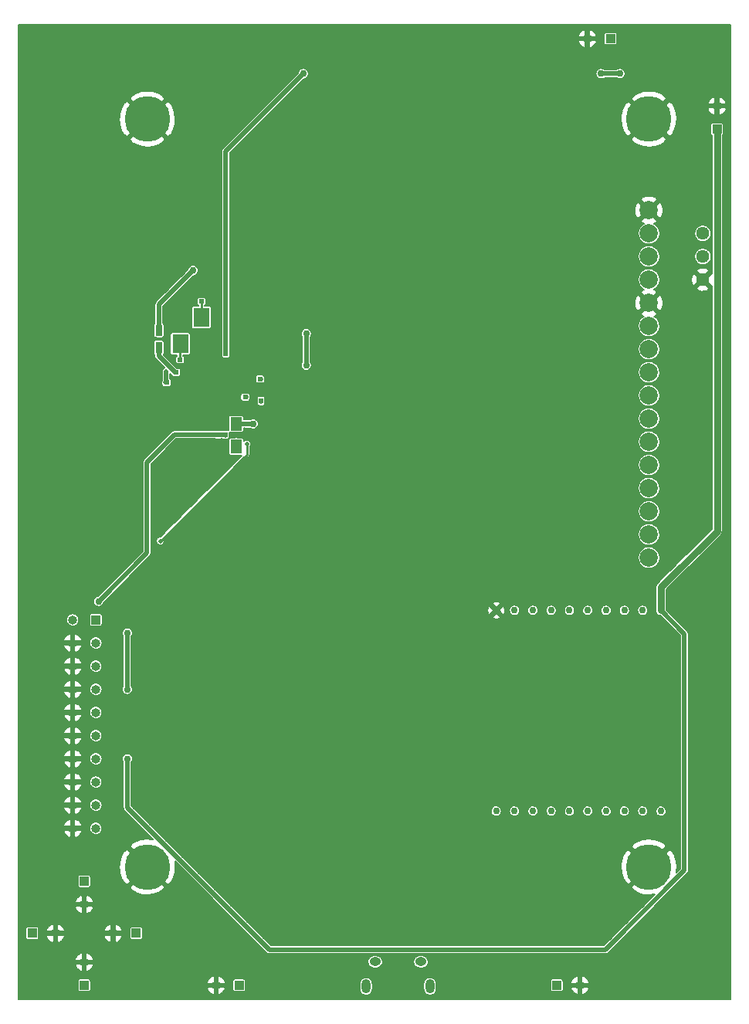
<source format=gbr>
G04 #@! TF.FileFunction,Copper,L2,Bot,Signal*
%FSLAX46Y46*%
G04 Gerber Fmt 4.6, Leading zero omitted, Abs format (unit mm)*
G04 Created by KiCad (PCBNEW 4.0.5) date 04/10/17 01:54:44*
%MOMM*%
%LPD*%
G01*
G04 APERTURE LIST*
%ADD10C,0.025400*%
%ADD11C,0.356000*%
%ADD12C,2.000000*%
%ADD13C,5.000000*%
%ADD14R,1.000000X1.000000*%
%ADD15O,1.000000X1.000000*%
%ADD16R,0.600000X0.500000*%
%ADD17R,0.500000X0.600000*%
%ADD18C,0.762000*%
%ADD19R,1.800000X2.100000*%
%ADD20R,0.750000X1.200000*%
%ADD21R,1.250000X1.500000*%
%ADD22C,0.355600*%
%ADD23R,6.480000X2.420000*%
%ADD24C,0.970000*%
%ADD25C,1.440000*%
%ADD26O,1.250000X0.950000*%
%ADD27O,1.000000X1.550000*%
%ADD28C,0.508000*%
%ADD29C,0.254000*%
%ADD30C,0.508000*%
%ADD31C,0.762000*%
%ADD32C,0.139700*%
G04 APERTURE END LIST*
D10*
D11*
X74536300Y92189300D03*
X71996300Y92189300D03*
X69456300Y92189300D03*
X66916300Y92189300D03*
X66916300Y89649300D03*
X69456300Y89649300D03*
X71996300Y89649300D03*
X74536300Y89649300D03*
X74536300Y71869300D03*
X74536300Y74409300D03*
X74536300Y64249300D03*
X74536300Y61709300D03*
X74536300Y66789300D03*
X74536300Y69329300D03*
X74536300Y59169300D03*
X74536300Y56629300D03*
X64376300Y8369300D03*
X56756300Y8369300D03*
X54216300Y8369300D03*
X59296300Y8369300D03*
X61836300Y8369300D03*
X51676300Y13449300D03*
X51676300Y10909300D03*
X61836300Y10909300D03*
X59296300Y10909300D03*
X54216300Y10909300D03*
X56756300Y10909300D03*
X56756300Y13449300D03*
X54216300Y13449300D03*
X59296300Y13449300D03*
X61836300Y13449300D03*
X64376300Y13449300D03*
X64376300Y10909300D03*
X64376300Y15989300D03*
X64376300Y18529300D03*
X56756300Y18529300D03*
X54216300Y18529300D03*
X59296300Y18529300D03*
X61836300Y18529300D03*
X56756300Y15989300D03*
X54216300Y15989300D03*
X59296300Y15989300D03*
X61836300Y15989300D03*
X51676300Y15989300D03*
X51676300Y18529300D03*
X49136300Y15989300D03*
X49136300Y18529300D03*
X49136300Y21069300D03*
X49136300Y13449300D03*
X49136300Y23609300D03*
X49136300Y26149300D03*
X49136300Y28689300D03*
X49136300Y33769300D03*
X49136300Y31229300D03*
X46596300Y8369300D03*
X44056300Y8369300D03*
X46596300Y10909300D03*
X44056300Y10909300D03*
X49136300Y8369300D03*
X44056300Y31229300D03*
X44056300Y33769300D03*
X46596300Y33769300D03*
X46596300Y31229300D03*
X46596300Y23609300D03*
X46596300Y26149300D03*
X46596300Y28689300D03*
X44056300Y28689300D03*
X44056300Y26149300D03*
X44056300Y23609300D03*
X44056300Y13449300D03*
X46596300Y15989300D03*
X46596300Y18529300D03*
X46596300Y21069300D03*
X44056300Y21069300D03*
X44056300Y18529300D03*
X44056300Y15989300D03*
X46596300Y36309300D03*
X49136300Y36309300D03*
X46596300Y38849300D03*
X44056300Y38849300D03*
X44056300Y41389300D03*
X41516300Y41389300D03*
X59296300Y46469300D03*
X21196300Y49009300D03*
X21196300Y51549300D03*
X21196300Y41389300D03*
X21196300Y38849300D03*
X21196300Y43929300D03*
X21196300Y46469300D03*
X21196300Y36309300D03*
X21196300Y28689300D03*
X21196300Y31229300D03*
X21196300Y33769300D03*
X21196300Y18529300D03*
X21196300Y15989300D03*
X21196300Y21069300D03*
X21196300Y23609300D03*
X21196300Y26149300D03*
X21196300Y54089300D03*
X26276300Y49009300D03*
X26276300Y21069300D03*
X26276300Y18529300D03*
X26276300Y15989300D03*
X36436300Y15989300D03*
X33896300Y15989300D03*
X28816300Y15989300D03*
X31356300Y15989300D03*
X36436300Y18529300D03*
X33896300Y18529300D03*
X28816300Y18529300D03*
X31356300Y18529300D03*
X31356300Y21069300D03*
X28816300Y21069300D03*
X33896300Y21069300D03*
X36436300Y21069300D03*
X38976300Y21069300D03*
X38976300Y18529300D03*
X38976300Y15989300D03*
X38976300Y8369300D03*
X38976300Y10909300D03*
X38976300Y13449300D03*
X36436300Y13449300D03*
X33896300Y13449300D03*
X28816300Y13449300D03*
X31356300Y13449300D03*
X31356300Y10909300D03*
X28816300Y10909300D03*
X33896300Y10909300D03*
X36436300Y10909300D03*
X31356300Y8369300D03*
X28816300Y8369300D03*
X33896300Y8369300D03*
X36436300Y8369300D03*
X26276300Y10909300D03*
X26276300Y13449300D03*
X26276300Y28689300D03*
X26276300Y26149300D03*
X26276300Y23609300D03*
X36436300Y23609300D03*
X33896300Y23609300D03*
X28816300Y23609300D03*
X31356300Y23609300D03*
X36436300Y26149300D03*
X33896300Y26149300D03*
X28816300Y26149300D03*
X31356300Y26149300D03*
X31356300Y28689300D03*
X28816300Y28689300D03*
X33896300Y28689300D03*
X36436300Y28689300D03*
X38976300Y28689300D03*
X38976300Y26149300D03*
X38976300Y23609300D03*
X38976300Y31229300D03*
X38976300Y33769300D03*
X38976300Y36309300D03*
X26276300Y59169300D03*
X26276300Y56629300D03*
X28816300Y56629300D03*
X28816300Y54089300D03*
X33896300Y49009300D03*
X33896300Y51549300D03*
X31356300Y51549300D03*
X31356300Y54089300D03*
X54216300Y49009300D03*
X56756300Y49009300D03*
X56756300Y46469300D03*
X54216300Y46469300D03*
X54216300Y51549300D03*
X49136300Y54089300D03*
X51676300Y54089300D03*
X51676300Y51549300D03*
X49136300Y51549300D03*
X49136300Y46469300D03*
X51676300Y46469300D03*
X51676300Y49009300D03*
X49136300Y49009300D03*
X49136300Y56629300D03*
X38976300Y56629300D03*
X36436300Y56629300D03*
X44056300Y56629300D03*
X41516300Y56629300D03*
X46596300Y56629300D03*
X36436300Y49009300D03*
X44056300Y49009300D03*
X46596300Y49009300D03*
X46596300Y46469300D03*
X36436300Y46469300D03*
X38976300Y46469300D03*
X44056300Y51549300D03*
X41516300Y51549300D03*
X46596300Y51549300D03*
X46596300Y54089300D03*
X41516300Y54089300D03*
X44056300Y54089300D03*
X38976300Y54089300D03*
X41516300Y43929300D03*
X38976300Y43929300D03*
X28816300Y43929300D03*
X31356300Y43929300D03*
X28816300Y46469300D03*
X36436300Y36309300D03*
X33896300Y36309300D03*
X28816300Y36309300D03*
X31356300Y36309300D03*
X31356300Y33769300D03*
X28816300Y33769300D03*
X33896300Y33769300D03*
X36436300Y33769300D03*
X36436300Y38849300D03*
X33896300Y38849300D03*
X28816300Y38849300D03*
X31356300Y38849300D03*
X31356300Y41389300D03*
X28816300Y41389300D03*
X33896300Y41389300D03*
X31356300Y31229300D03*
X28816300Y31229300D03*
X33896300Y31229300D03*
X36436300Y31229300D03*
X26276300Y31229300D03*
X26276300Y41389300D03*
X26276300Y38849300D03*
X26276300Y33769300D03*
X26276300Y36309300D03*
X26276300Y46469300D03*
X26276300Y43929300D03*
X66916300Y51549300D03*
X64376300Y51549300D03*
X66916300Y54089300D03*
X64376300Y54089300D03*
X56756300Y64249300D03*
X59296300Y61709300D03*
X56756300Y61709300D03*
X56756300Y59169300D03*
X59296300Y59169300D03*
X61836300Y59169300D03*
X59296300Y56629300D03*
X61836300Y56629300D03*
X64376300Y56629300D03*
X61836300Y54089300D03*
X31356300Y61709300D03*
X28816300Y61709300D03*
X26276300Y61709300D03*
X49136300Y61709300D03*
X46596300Y61709300D03*
X41516300Y61709300D03*
X44056300Y61709300D03*
X33896300Y61709300D03*
X36436300Y61709300D03*
X38976300Y61709300D03*
X51676300Y61709300D03*
X54216300Y61709300D03*
X54216300Y66789300D03*
X54216300Y64249300D03*
X49136300Y69329300D03*
X46596300Y69329300D03*
X41516300Y69329300D03*
X44056300Y69329300D03*
X33896300Y69329300D03*
X36436300Y69329300D03*
X38976300Y69329300D03*
X51676300Y69329300D03*
X51676300Y64249300D03*
X38976300Y64249300D03*
X36436300Y64249300D03*
X33896300Y64249300D03*
X44056300Y64249300D03*
X41516300Y64249300D03*
X46596300Y64249300D03*
X49136300Y64249300D03*
X49136300Y66789300D03*
X46596300Y66789300D03*
X41516300Y66789300D03*
X44056300Y66789300D03*
X33896300Y66789300D03*
X36436300Y66789300D03*
X38976300Y66789300D03*
X51676300Y66789300D03*
X26276300Y92189300D03*
X28816300Y92189300D03*
X28816300Y94729300D03*
X26276300Y84569300D03*
X28816300Y84569300D03*
X28816300Y82029300D03*
X26276300Y82029300D03*
X26276300Y87109300D03*
X28816300Y87109300D03*
X28816300Y89649300D03*
X26276300Y89649300D03*
X28816300Y79489300D03*
X64376300Y84569300D03*
X64376300Y82029300D03*
X64376300Y79489300D03*
X64376300Y76949300D03*
X61836300Y76949300D03*
X59296300Y76949300D03*
X56756300Y76949300D03*
X51676300Y76949300D03*
X54216300Y76949300D03*
X38976300Y76949300D03*
X36436300Y76949300D03*
X31356300Y76949300D03*
X33896300Y76949300D03*
X44056300Y76949300D03*
X41516300Y76949300D03*
X46596300Y76949300D03*
X49136300Y76949300D03*
X49136300Y74409300D03*
X46596300Y74409300D03*
X41516300Y74409300D03*
X44056300Y74409300D03*
X33896300Y74409300D03*
X36436300Y74409300D03*
X38976300Y74409300D03*
X54216300Y74409300D03*
X51676300Y74409300D03*
X56756300Y74409300D03*
X59296300Y74409300D03*
X61836300Y74409300D03*
X61836300Y79489300D03*
X59296300Y79489300D03*
X56756300Y79489300D03*
X51676300Y79489300D03*
X54216300Y79489300D03*
X38976300Y79489300D03*
X36436300Y79489300D03*
X31356300Y79489300D03*
X33896300Y79489300D03*
X44056300Y79489300D03*
X41516300Y79489300D03*
X46596300Y79489300D03*
X49136300Y79489300D03*
X61836300Y89649300D03*
X59296300Y89649300D03*
X56756300Y89649300D03*
X51676300Y89649300D03*
X54216300Y89649300D03*
X38976300Y89649300D03*
X36436300Y89649300D03*
X31356300Y89649300D03*
X33896300Y89649300D03*
X44056300Y89649300D03*
X41516300Y89649300D03*
X46596300Y89649300D03*
X49136300Y89649300D03*
X49136300Y87109300D03*
X46596300Y87109300D03*
X41516300Y87109300D03*
X44056300Y87109300D03*
X33896300Y87109300D03*
X31356300Y87109300D03*
X36436300Y87109300D03*
X38976300Y87109300D03*
X54216300Y87109300D03*
X51676300Y87109300D03*
X56756300Y87109300D03*
X59296300Y87109300D03*
X61836300Y87109300D03*
X61836300Y82029300D03*
X59296300Y82029300D03*
X56756300Y82029300D03*
X51676300Y82029300D03*
X54216300Y82029300D03*
X38976300Y82029300D03*
X36436300Y82029300D03*
X31356300Y82029300D03*
X33896300Y82029300D03*
X44056300Y82029300D03*
X41516300Y82029300D03*
X46596300Y82029300D03*
X49136300Y82029300D03*
X49136300Y84569300D03*
X46596300Y84569300D03*
X41516300Y84569300D03*
X44056300Y84569300D03*
X33896300Y84569300D03*
X31356300Y84569300D03*
X36436300Y84569300D03*
X38976300Y84569300D03*
X54216300Y84569300D03*
X51676300Y84569300D03*
X56756300Y84569300D03*
X59296300Y84569300D03*
X61836300Y84569300D03*
X61836300Y94729300D03*
X59296300Y94729300D03*
X56756300Y94729300D03*
X51676300Y94729300D03*
X54216300Y94729300D03*
X38976300Y94729300D03*
X36436300Y94729300D03*
X31356300Y94729300D03*
X33896300Y94729300D03*
X44056300Y94729300D03*
X41516300Y94729300D03*
X46596300Y94729300D03*
X49136300Y94729300D03*
X49136300Y92189300D03*
X46596300Y92189300D03*
X41516300Y92189300D03*
X44056300Y92189300D03*
X33896300Y92189300D03*
X31356300Y92189300D03*
X36436300Y92189300D03*
X38976300Y92189300D03*
X54216300Y92189300D03*
X51676300Y92189300D03*
X56756300Y92189300D03*
X59296300Y92189300D03*
X61836300Y92189300D03*
X61836300Y97269300D03*
X59296300Y97269300D03*
X56756300Y97269300D03*
X51676300Y97269300D03*
X54216300Y97269300D03*
X38976300Y97269300D03*
X36436300Y97269300D03*
X31356300Y97269300D03*
X33896300Y97269300D03*
X44056300Y97269300D03*
X41516300Y97269300D03*
X46596300Y97269300D03*
X49136300Y97269300D03*
D12*
X69194100Y61149800D03*
X69194100Y58609800D03*
X69194100Y56069800D03*
X69194100Y53529800D03*
X69194100Y50989800D03*
X69194100Y48449800D03*
X69194100Y63689800D03*
X69194100Y66229800D03*
X69194100Y68769800D03*
X69194100Y71309800D03*
X69194100Y73849800D03*
D13*
X69194100Y96549800D03*
X14194100Y96549800D03*
X14194100Y14549800D03*
X69194100Y14549800D03*
D12*
X69194100Y86549800D03*
X69194100Y84009800D03*
X69194100Y81469800D03*
X69194100Y78929800D03*
X69194100Y76389800D03*
D11*
X49136300Y99809300D03*
X46596300Y99809300D03*
X41516300Y99809300D03*
X44056300Y99809300D03*
X33896300Y99809300D03*
X36436300Y99809300D03*
X38976300Y99809300D03*
X54216300Y99809300D03*
X51676300Y99809300D03*
X56756300Y99809300D03*
X59296300Y99809300D03*
X61836300Y99809300D03*
D14*
X8547100Y41643300D03*
D15*
X6007100Y41643300D03*
X8547100Y39103300D03*
X6007100Y39103300D03*
X8547100Y36563300D03*
X6007100Y36563300D03*
X8547100Y34023300D03*
X6007100Y34023300D03*
X8547100Y31483300D03*
X6007100Y31483300D03*
X8547100Y28943300D03*
X6007100Y28943300D03*
X8547100Y26403300D03*
X6007100Y26403300D03*
X8547100Y23863300D03*
X6007100Y23863300D03*
X8547100Y21323300D03*
X6007100Y21323300D03*
X8547100Y18783300D03*
X6007100Y18783300D03*
D16*
X16290200Y67652900D03*
X17390200Y67652900D03*
D17*
X22745700Y61959400D03*
X22745700Y63059400D03*
D18*
X52451000Y20675600D03*
X62484000Y20675600D03*
X64490600Y20675600D03*
X66497200Y20675600D03*
X68503800Y20675600D03*
X70510400Y20675600D03*
X60477400Y20675600D03*
X58470800Y20675600D03*
X56464200Y20675600D03*
X54457600Y20675600D03*
X54457600Y42672000D03*
X56464200Y42672000D03*
X58470800Y42672000D03*
X60477400Y42672000D03*
X70510400Y42672000D03*
X68503800Y42672000D03*
X66497200Y42672000D03*
X64490600Y42672000D03*
X62484000Y42672000D03*
X52451000Y42672000D03*
D19*
X20111100Y74792500D03*
X20111100Y71892500D03*
X17811100Y71892500D03*
X17811100Y74792500D03*
D17*
X26657300Y65642400D03*
X26657300Y66742400D03*
D16*
X26534200Y68033900D03*
X25434200Y68033900D03*
X20120700Y76542900D03*
X19020700Y76542900D03*
X17801500Y70142100D03*
X18901500Y70142100D03*
X17357000Y68770500D03*
X18457000Y68770500D03*
D17*
X25222200Y63127800D03*
X25222200Y64227800D03*
X22796500Y70831800D03*
X22796500Y69731800D03*
X21945600Y61959400D03*
X21945600Y63059400D03*
D16*
X24921300Y66065400D03*
X23821300Y66065400D03*
X70514300Y43624500D03*
X69414300Y43624500D03*
X70514300Y44424600D03*
X69414300Y44424600D03*
X70514300Y45224700D03*
X69414300Y45224700D03*
D20*
X15455900Y73390800D03*
X15455900Y71490800D03*
D21*
X23926800Y60624400D03*
X23926800Y63124400D03*
D14*
X76657200Y95440500D03*
D15*
X76657200Y97980500D03*
D22*
X20671300Y67314300D03*
X21721300Y67314300D03*
X21721300Y66264300D03*
X20671300Y66264300D03*
X22771300Y66264300D03*
X22771300Y67314300D03*
X19621300Y67314300D03*
X19621300Y66264300D03*
X20671300Y65214300D03*
X21721300Y65214300D03*
X20671300Y68364300D03*
X21721300Y68364300D03*
X19621300Y68364300D03*
X22771300Y68364300D03*
X19621300Y65214300D03*
X22771300Y65214300D03*
D23*
X3234500Y72566300D03*
X3234500Y63806300D03*
D24*
X5974500Y72566300D03*
X5974500Y63806300D03*
D25*
X75107800Y84010500D03*
X75107800Y81470500D03*
X75107800Y78930500D03*
D26*
X39181400Y4147800D03*
X44181400Y4147800D03*
D27*
X38181400Y1447800D03*
X45181400Y1447800D03*
D14*
X24269700Y1574800D03*
D15*
X21729700Y1574800D03*
D14*
X7277100Y1574800D03*
D15*
X7277100Y4114800D03*
D14*
X12979400Y7277100D03*
D15*
X10439400Y7277100D03*
D14*
X1574800Y7277100D03*
D15*
X4114800Y7277100D03*
D14*
X7277100Y12979400D03*
D15*
X7277100Y10439400D03*
D14*
X59093100Y1574800D03*
D15*
X61633100Y1574800D03*
D14*
X64973200Y105359200D03*
D15*
X62433200Y105359200D03*
D11*
X8521700Y69354700D03*
X9093200Y69354700D03*
X7950200Y69354700D03*
X12128500Y69380100D03*
X12700000Y69380100D03*
X11557000Y69380100D03*
D28*
X13525500Y69608700D03*
X10731500Y69608700D03*
X9918700Y69596000D03*
X7124700Y69596000D03*
X26657300Y65539300D03*
X26648500Y68033900D03*
X20104100Y74790300D03*
X17818100Y71894700D03*
X16242506Y68858606D03*
X16179800Y67652900D03*
X17246600Y68770500D03*
D18*
X25806400Y63119000D03*
X31623000Y69557900D03*
X31623000Y73012300D03*
X19202400Y79959200D03*
X15455900Y73075800D03*
D28*
X23926800Y63119000D03*
X25031700Y66065400D03*
D18*
X63944500Y101511100D03*
X31292800Y101511100D03*
X66001900Y101523800D03*
X8851900Y43662600D03*
D28*
X22733000Y61849000D03*
D18*
X12001500Y26407200D03*
X12001500Y34023300D03*
X12001500Y40208200D03*
D28*
X22796500Y70929500D03*
D18*
X23926800Y61048900D03*
D28*
X25095200Y60909200D03*
X15608300Y50279300D03*
D29*
X20120700Y74802100D02*
X20111100Y74792500D01*
X20120700Y76542900D02*
X20120700Y74802100D01*
X20104100Y74790300D02*
X20106300Y74792500D01*
X20106300Y74792500D02*
X20111100Y74792500D01*
X17801500Y71882900D02*
X17811100Y71892500D01*
X17801500Y70142100D02*
X17801500Y71882900D01*
X17818100Y71894700D02*
X17815900Y71892500D01*
X17815900Y71892500D02*
X17811100Y71892500D01*
D30*
X16242506Y67700594D02*
X16242506Y68858606D01*
X15455900Y71490800D02*
X15455900Y70561200D01*
X15455900Y70561200D02*
X17246600Y68770500D01*
X15455900Y73390800D02*
X15455900Y76212700D01*
X31623000Y69557900D02*
X31623000Y73012300D01*
X25806400Y63119000D02*
X25231000Y63119000D01*
X15455900Y76212700D02*
X19202400Y79959200D01*
X25222200Y63127800D02*
X25231000Y63119000D01*
X23926800Y63124400D02*
X25218800Y63124400D01*
X25218800Y63124400D02*
X25222200Y63127800D01*
D29*
X23926800Y63119000D02*
X23926800Y63124400D01*
D30*
X23930700Y63128300D02*
X23926800Y63124400D01*
X63944500Y101511100D02*
X65989200Y101511100D01*
X22796500Y93014800D02*
X31292800Y101511100D01*
X22796500Y93014800D02*
X22796500Y70831800D01*
X65989200Y101511100D02*
X66001900Y101523800D01*
X21945600Y61959400D02*
X22745700Y61959400D01*
D31*
X70514300Y45224700D02*
X76657200Y51367600D01*
X76657200Y51367600D02*
X76657200Y95440500D01*
D30*
X73088500Y14135100D02*
X73088500Y40093900D01*
X12001500Y26407200D02*
X12001500Y21056600D01*
X64427100Y5473700D02*
X73088500Y14135100D01*
X27584400Y5473700D02*
X64427100Y5473700D01*
X12001500Y21056600D02*
X27584400Y5473700D01*
X73088500Y40093900D02*
X70510400Y42672000D01*
D31*
X70510400Y42672000D02*
X70510400Y43620600D01*
D30*
X70510400Y43620600D02*
X70514300Y43624500D01*
D31*
X70514300Y44424600D02*
X70514300Y43624500D01*
X70514300Y45224700D02*
X70514300Y44424600D01*
D30*
X21945600Y61959400D02*
X17179200Y61959400D01*
X14135100Y48945800D02*
X8851900Y43662600D01*
X14135100Y58915300D02*
X14135100Y48945800D01*
X17179200Y61959400D02*
X14135100Y58915300D01*
X12001500Y26407200D02*
X12001500Y26403300D01*
X12001500Y40208200D02*
X12001500Y34023300D01*
D29*
X24790400Y59461400D02*
X15608300Y50279300D01*
X25095200Y59766200D02*
X24790400Y59461400D01*
X25095200Y60909200D02*
X25095200Y59766200D01*
D32*
X69850Y106864150D02*
X78162150Y106864150D01*
X69850Y106775250D02*
X78162150Y106775250D01*
X69850Y106686350D02*
X78162150Y106686350D01*
X69850Y106597450D02*
X78162150Y106597450D01*
X69850Y106508550D02*
X78162150Y106508550D01*
X69850Y106419650D02*
X78162150Y106419650D01*
X69850Y106330750D02*
X61967904Y106330750D01*
X62160928Y106330750D02*
X62705473Y106330750D01*
X62898497Y106330750D02*
X78162150Y106330750D01*
X69850Y106241850D02*
X61821151Y106241850D01*
X62249050Y106241850D02*
X62617350Y106241850D01*
X63045250Y106241850D02*
X78162150Y106241850D01*
X69850Y106152950D02*
X61711548Y106152950D01*
X62249050Y106152950D02*
X62617350Y106152950D01*
X63154853Y106152950D02*
X78162150Y106152950D01*
X69850Y106064050D02*
X61618827Y106064050D01*
X62249050Y106064050D02*
X62617350Y106064050D01*
X63247574Y106064050D02*
X64429975Y106064050D01*
X65513403Y106064050D02*
X78162150Y106064050D01*
X69850Y105975150D02*
X61554917Y105975150D01*
X62249050Y105975150D02*
X62617350Y105975150D01*
X63311484Y105975150D02*
X64298111Y105975150D01*
X65646454Y105975150D02*
X78162150Y105975150D01*
X69850Y105886250D02*
X61494518Y105886250D01*
X62249050Y105886250D02*
X62617350Y105886250D01*
X63371883Y105886250D02*
X64266481Y105886250D01*
X65681606Y105886250D02*
X78162150Y105886250D01*
X69850Y105797350D02*
X61454075Y105797350D01*
X62249050Y105797350D02*
X62617350Y105797350D01*
X63412326Y105797350D02*
X64262637Y105797350D01*
X65683763Y105797350D02*
X78162150Y105797350D01*
X69850Y105708450D02*
X61413632Y105708450D01*
X62249050Y105708450D02*
X62617350Y105708450D01*
X63452769Y105708450D02*
X64262637Y105708450D01*
X65683763Y105708450D02*
X78162150Y105708450D01*
X69850Y105619550D02*
X61467949Y105619550D01*
X62249050Y105619550D02*
X62617350Y105619550D01*
X63398450Y105619550D02*
X64262637Y105619550D01*
X65683763Y105619550D02*
X78162150Y105619550D01*
X69850Y105530650D02*
X64262637Y105530650D01*
X65683763Y105530650D02*
X78162150Y105530650D01*
X69850Y105441750D02*
X64262637Y105441750D01*
X65683763Y105441750D02*
X78162150Y105441750D01*
X69850Y105352850D02*
X64262637Y105352850D01*
X65683763Y105352850D02*
X78162150Y105352850D01*
X69850Y105263950D02*
X64262637Y105263950D01*
X65683763Y105263950D02*
X78162150Y105263950D01*
X69850Y105175050D02*
X61515650Y105175050D01*
X62249050Y105175050D02*
X62617350Y105175050D01*
X63350751Y105175050D02*
X64262637Y105175050D01*
X65683763Y105175050D02*
X78162150Y105175050D01*
X69850Y105086150D02*
X61460000Y105086150D01*
X62249050Y105086150D02*
X62617350Y105086150D01*
X63406401Y105086150D02*
X64262637Y105086150D01*
X65683763Y105086150D02*
X78162150Y105086150D01*
X69850Y104997250D02*
X61419409Y104997250D01*
X62249050Y104997250D02*
X62617350Y104997250D01*
X63446990Y104997250D02*
X64262637Y104997250D01*
X65683763Y104997250D02*
X78162150Y104997250D01*
X69850Y104908350D02*
X61459851Y104908350D01*
X62249050Y104908350D02*
X62617350Y104908350D01*
X63406548Y104908350D02*
X64262637Y104908350D01*
X65683763Y104908350D02*
X78162150Y104908350D01*
X69850Y104819450D02*
X61500294Y104819450D01*
X62249050Y104819450D02*
X62617350Y104819450D01*
X63366105Y104819450D02*
X64267273Y104819450D01*
X65678114Y104819450D02*
X78162150Y104819450D01*
X69850Y104730550D02*
X61564046Y104730550D01*
X62249050Y104730550D02*
X62617350Y104730550D01*
X63302353Y104730550D02*
X64308315Y104730550D01*
X65637464Y104730550D02*
X78162150Y104730550D01*
X69850Y104641650D02*
X61629940Y104641650D01*
X62249050Y104641650D02*
X62617350Y104641650D01*
X63236459Y104641650D02*
X78162150Y104641650D01*
X69850Y104552750D02*
X61725148Y104552750D01*
X62249050Y104552750D02*
X62617350Y104552750D01*
X63141251Y104552750D02*
X78162150Y104552750D01*
X69850Y104463850D02*
X61841643Y104463850D01*
X62249050Y104463850D02*
X62617350Y104463850D01*
X63024756Y104463850D02*
X78162150Y104463850D01*
X69850Y104374950D02*
X61998569Y104374950D01*
X62141122Y104374950D02*
X62725277Y104374950D01*
X62867830Y104374950D02*
X78162150Y104374950D01*
X69850Y104286050D02*
X78162150Y104286050D01*
X69850Y104197150D02*
X78162150Y104197150D01*
X69850Y104108250D02*
X78162150Y104108250D01*
X69850Y104019350D02*
X78162150Y104019350D01*
X69850Y103930450D02*
X78162150Y103930450D01*
X69850Y103841550D02*
X78162150Y103841550D01*
X69850Y103752650D02*
X78162150Y103752650D01*
X69850Y103663750D02*
X78162150Y103663750D01*
X69850Y103574850D02*
X78162150Y103574850D01*
X69850Y103485950D02*
X78162150Y103485950D01*
X69850Y103397050D02*
X78162150Y103397050D01*
X69850Y103308150D02*
X78162150Y103308150D01*
X69850Y103219250D02*
X78162150Y103219250D01*
X69850Y103130350D02*
X78162150Y103130350D01*
X69850Y103041450D02*
X78162150Y103041450D01*
X69850Y102952550D02*
X78162150Y102952550D01*
X69850Y102863650D02*
X78162150Y102863650D01*
X69850Y102774750D02*
X78162150Y102774750D01*
X69850Y102685850D02*
X78162150Y102685850D01*
X69850Y102596950D02*
X78162150Y102596950D01*
X69850Y102508050D02*
X78162150Y102508050D01*
X69850Y102419150D02*
X78162150Y102419150D01*
X69850Y102330250D02*
X78162150Y102330250D01*
X69850Y102241350D02*
X78162150Y102241350D01*
X69850Y102152450D02*
X78162150Y102152450D01*
X69850Y102063550D02*
X31083642Y102063550D01*
X31502577Y102063550D02*
X63735342Y102063550D01*
X64154277Y102063550D02*
X65761309Y102063550D01*
X66241890Y102063550D02*
X78162150Y102063550D01*
X69850Y101974650D02*
X30922628Y101974650D01*
X31661680Y101974650D02*
X63574328Y101974650D01*
X66386486Y101974650D02*
X78162150Y101974650D01*
X69850Y101885750D02*
X30833579Y101885750D01*
X31752924Y101885750D02*
X63485279Y101885750D01*
X66470462Y101885750D02*
X78162150Y101885750D01*
X69850Y101796850D02*
X30772739Y101796850D01*
X31811989Y101796850D02*
X63424439Y101796850D01*
X66528130Y101796850D02*
X78162150Y101796850D01*
X69850Y101707950D02*
X30734637Y101707950D01*
X31850437Y101707950D02*
X63386337Y101707950D01*
X66564772Y101707950D02*
X78162150Y101707950D01*
X69850Y101619050D02*
X30711977Y101619050D01*
X31873466Y101619050D02*
X63363677Y101619050D01*
X66585081Y101619050D02*
X78162150Y101619050D01*
X69850Y101530150D02*
X30656292Y101530150D01*
X31882832Y101530150D02*
X63354134Y101530150D01*
X66591755Y101530150D02*
X78162150Y101530150D01*
X69850Y101441250D02*
X30567392Y101441250D01*
X31881591Y101441250D02*
X63356880Y101441250D01*
X66588770Y101441250D02*
X78162150Y101441250D01*
X69850Y101352350D02*
X30478492Y101352350D01*
X31862358Y101352350D02*
X63373197Y101352350D01*
X66568572Y101352350D02*
X78162150Y101352350D01*
X69850Y101263450D02*
X30389592Y101263450D01*
X31829003Y101263450D02*
X63407372Y101263450D01*
X66532449Y101263450D02*
X78162150Y101263450D01*
X69850Y101174550D02*
X30300692Y101174550D01*
X31778119Y101174550D02*
X63458800Y101174550D01*
X66478260Y101174550D02*
X78162150Y101174550D01*
X69850Y101085650D02*
X30211792Y101085650D01*
X31702411Y101085650D02*
X63534356Y101085650D01*
X66398174Y101085650D02*
X78162150Y101085650D01*
X69850Y100996750D02*
X30122892Y100996750D01*
X31584489Y100996750D02*
X63649752Y100996750D01*
X64236189Y100996750D02*
X65733119Y100996750D01*
X66273577Y100996750D02*
X78162150Y100996750D01*
X69850Y100907850D02*
X30033992Y100907850D01*
X31345108Y100907850D02*
X78162150Y100907850D01*
X69850Y100818950D02*
X29945092Y100818950D01*
X31256208Y100818950D02*
X78162150Y100818950D01*
X69850Y100730050D02*
X29856192Y100730050D01*
X31167308Y100730050D02*
X78162150Y100730050D01*
X69850Y100641150D02*
X29767292Y100641150D01*
X31078408Y100641150D02*
X78162150Y100641150D01*
X69850Y100552250D02*
X29678392Y100552250D01*
X30989508Y100552250D02*
X78162150Y100552250D01*
X69850Y100463350D02*
X29589492Y100463350D01*
X30900608Y100463350D02*
X78162150Y100463350D01*
X69850Y100374450D02*
X29500592Y100374450D01*
X30811708Y100374450D02*
X78162150Y100374450D01*
X69850Y100285550D02*
X29411692Y100285550D01*
X30722808Y100285550D02*
X78162150Y100285550D01*
X69850Y100196650D02*
X29322792Y100196650D01*
X30633908Y100196650D02*
X78162150Y100196650D01*
X69850Y100107750D02*
X29233892Y100107750D01*
X30545008Y100107750D02*
X78162150Y100107750D01*
X69850Y100018850D02*
X29144992Y100018850D01*
X30456108Y100018850D02*
X78162150Y100018850D01*
X69850Y99929950D02*
X29056092Y99929950D01*
X30367208Y99929950D02*
X78162150Y99929950D01*
X69850Y99841050D02*
X28967192Y99841050D01*
X30278308Y99841050D02*
X78162150Y99841050D01*
X69850Y99752150D02*
X28878292Y99752150D01*
X30189408Y99752150D02*
X78162150Y99752150D01*
X69850Y99663250D02*
X28789392Y99663250D01*
X30100508Y99663250D02*
X78162150Y99663250D01*
X69850Y99574350D02*
X13563808Y99574350D01*
X14808238Y99574350D02*
X28700492Y99574350D01*
X30011608Y99574350D02*
X68563808Y99574350D01*
X69808238Y99574350D02*
X78162150Y99574350D01*
X69850Y99485450D02*
X13268912Y99485450D01*
X15124268Y99485450D02*
X28611592Y99485450D01*
X29922708Y99485450D02*
X68268912Y99485450D01*
X70124268Y99485450D02*
X78162150Y99485450D01*
X69850Y99396550D02*
X12995932Y99396550D01*
X15386246Y99396550D02*
X28522692Y99396550D01*
X29833808Y99396550D02*
X67995932Y99396550D01*
X70386246Y99396550D02*
X78162150Y99396550D01*
X69850Y99307650D02*
X12812751Y99307650D01*
X15561012Y99307650D02*
X28433792Y99307650D01*
X29744908Y99307650D02*
X67812751Y99307650D01*
X70561012Y99307650D02*
X78162150Y99307650D01*
X69850Y99218750D02*
X12646431Y99218750D01*
X15735779Y99218750D02*
X28344892Y99218750D01*
X29656008Y99218750D02*
X67646431Y99218750D01*
X70735779Y99218750D02*
X78162150Y99218750D01*
X69850Y99129850D02*
X12509813Y99129850D01*
X15878388Y99129850D02*
X28255992Y99129850D01*
X29567108Y99129850D02*
X67509813Y99129850D01*
X70878388Y99129850D02*
X78162150Y99129850D01*
X69850Y99040950D02*
X12445713Y99040950D01*
X15942488Y99040950D02*
X28167092Y99040950D01*
X29478208Y99040950D02*
X67445713Y99040950D01*
X70942488Y99040950D02*
X78162150Y99040950D01*
X69850Y98952050D02*
X12381613Y98952050D01*
X16006588Y98952050D02*
X28078192Y98952050D01*
X29389308Y98952050D02*
X67381613Y98952050D01*
X71006588Y98952050D02*
X76202398Y98952050D01*
X76386787Y98952050D02*
X76927614Y98952050D01*
X77112003Y98952050D02*
X78162150Y98952050D01*
X69850Y98863150D02*
X12317512Y98863150D01*
X16070689Y98863150D02*
X27989292Y98863150D01*
X29300408Y98863150D02*
X67317512Y98863150D01*
X71070689Y98863150D02*
X76047325Y98863150D01*
X76473050Y98863150D02*
X76841350Y98863150D01*
X77267076Y98863150D02*
X78162150Y98863150D01*
X69850Y98774250D02*
X12253412Y98774250D01*
X16134789Y98774250D02*
X27900392Y98774250D01*
X29211508Y98774250D02*
X67253412Y98774250D01*
X71134789Y98774250D02*
X75930771Y98774250D01*
X76473050Y98774250D02*
X76841350Y98774250D01*
X77383630Y98774250D02*
X78162150Y98774250D01*
X69850Y98685350D02*
X12318977Y98685350D01*
X16069222Y98685350D02*
X27811492Y98685350D01*
X29122608Y98685350D02*
X67318977Y98685350D01*
X71069222Y98685350D02*
X75847761Y98685350D01*
X76473050Y98685350D02*
X76841350Y98685350D01*
X77466640Y98685350D02*
X78162150Y98685350D01*
X69850Y98596450D02*
X12407877Y98596450D01*
X15980322Y98596450D02*
X27722592Y98596450D01*
X29033708Y98596450D02*
X67407877Y98596450D01*
X70980322Y98596450D02*
X75776968Y98596450D01*
X76473050Y98596450D02*
X76841350Y98596450D01*
X77537433Y98596450D02*
X78162150Y98596450D01*
X69850Y98507550D02*
X12496777Y98507550D01*
X15891422Y98507550D02*
X27633692Y98507550D01*
X28944808Y98507550D02*
X67496777Y98507550D01*
X70891422Y98507550D02*
X75721874Y98507550D01*
X76473050Y98507550D02*
X76841350Y98507550D01*
X77592527Y98507550D02*
X78162150Y98507550D01*
X69850Y98418650D02*
X11870019Y98418650D01*
X12064823Y98418650D02*
X12585677Y98418650D01*
X15802522Y98418650D02*
X16323378Y98418650D01*
X16518182Y98418650D02*
X27544792Y98418650D01*
X28855908Y98418650D02*
X66870019Y98418650D01*
X67064823Y98418650D02*
X67585677Y98418650D01*
X70802522Y98418650D02*
X71323378Y98418650D01*
X71518183Y98418650D02*
X75674408Y98418650D01*
X76473050Y98418650D02*
X76841350Y98418650D01*
X77639993Y98418650D02*
X78162150Y98418650D01*
X69850Y98329750D02*
X11746724Y98329750D01*
X12153723Y98329750D02*
X12674577Y98329750D01*
X15713622Y98329750D02*
X16234478Y98329750D01*
X16641477Y98329750D02*
X27455892Y98329750D01*
X28767008Y98329750D02*
X66746724Y98329750D01*
X67153723Y98329750D02*
X67674577Y98329750D01*
X70713622Y98329750D02*
X71234478Y98329750D01*
X71641477Y98329750D02*
X75637590Y98329750D01*
X76473050Y98329750D02*
X76841350Y98329750D01*
X77676811Y98329750D02*
X78162150Y98329750D01*
X69850Y98240850D02*
X11623429Y98240850D01*
X12242623Y98240850D02*
X12763477Y98240850D01*
X15624722Y98240850D02*
X16145578Y98240850D01*
X16764772Y98240850D02*
X27366992Y98240850D01*
X28678108Y98240850D02*
X66623429Y98240850D01*
X67242623Y98240850D02*
X67763477Y98240850D01*
X70624722Y98240850D02*
X71145578Y98240850D01*
X71764772Y98240850D02*
X75693295Y98240850D01*
X76473050Y98240850D02*
X76841350Y98240850D01*
X77621104Y98240850D02*
X78162150Y98240850D01*
X69850Y98151950D02*
X11555911Y98151950D01*
X12331523Y98151950D02*
X12852377Y98151950D01*
X15535822Y98151950D02*
X16056678Y98151950D01*
X16833930Y98151950D02*
X27278092Y98151950D01*
X28589208Y98151950D02*
X66555911Y98151950D01*
X67331523Y98151950D02*
X67852377Y98151950D01*
X70535822Y98151950D02*
X71056678Y98151950D01*
X71833930Y98151950D02*
X78162150Y98151950D01*
X69850Y98063050D02*
X11510690Y98063050D01*
X12420423Y98063050D02*
X12941277Y98063050D01*
X15446922Y98063050D02*
X15967778Y98063050D01*
X16881448Y98063050D02*
X27189192Y98063050D01*
X28500308Y98063050D02*
X66510690Y98063050D01*
X67420423Y98063050D02*
X67941277Y98063050D01*
X70446922Y98063050D02*
X70967778Y98063050D01*
X71881448Y98063050D02*
X78162150Y98063050D01*
X69850Y97974150D02*
X11465468Y97974150D01*
X12509323Y97974150D02*
X13030177Y97974150D01*
X15358022Y97974150D02*
X15878878Y97974150D01*
X16928966Y97974150D02*
X27100292Y97974150D01*
X28411408Y97974150D02*
X66465468Y97974150D01*
X67509323Y97974150D02*
X68030177Y97974150D01*
X70358022Y97974150D02*
X70878878Y97974150D01*
X71928966Y97974150D02*
X78162150Y97974150D01*
X69850Y97885250D02*
X11420247Y97885250D01*
X12598223Y97885250D02*
X13119077Y97885250D01*
X15269122Y97885250D02*
X15789978Y97885250D01*
X16976484Y97885250D02*
X27011392Y97885250D01*
X28322508Y97885250D02*
X66420247Y97885250D01*
X67598223Y97885250D02*
X68119077Y97885250D01*
X70269122Y97885250D02*
X70789978Y97885250D01*
X71976484Y97885250D02*
X78162150Y97885250D01*
X69850Y97796350D02*
X11375025Y97796350D01*
X12687123Y97796350D02*
X13207977Y97796350D01*
X15180222Y97796350D02*
X15701078Y97796350D01*
X17024002Y97796350D02*
X26922492Y97796350D01*
X28233608Y97796350D02*
X66375025Y97796350D01*
X67687123Y97796350D02*
X68207977Y97796350D01*
X70180222Y97796350D02*
X70701078Y97796350D01*
X72024002Y97796350D02*
X75742158Y97796350D01*
X76473050Y97796350D02*
X76841350Y97796350D01*
X77572242Y97796350D02*
X78162150Y97796350D01*
X69850Y97707450D02*
X11329803Y97707450D01*
X12776023Y97707450D02*
X13296877Y97707450D01*
X15091322Y97707450D02*
X15612178Y97707450D01*
X17054046Y97707450D02*
X26833592Y97707450D01*
X28144708Y97707450D02*
X66329803Y97707450D01*
X67776023Y97707450D02*
X68296877Y97707450D01*
X70091322Y97707450D02*
X70612178Y97707450D01*
X72054046Y97707450D02*
X75685152Y97707450D01*
X76473050Y97707450D02*
X76841350Y97707450D01*
X77629249Y97707450D02*
X78162150Y97707450D01*
X69850Y97618550D02*
X11297434Y97618550D01*
X12864923Y97618550D02*
X13385777Y97618550D01*
X15002422Y97618550D02*
X15523278Y97618550D01*
X17082998Y97618550D02*
X26744692Y97618550D01*
X28055808Y97618550D02*
X66297434Y97618550D01*
X67864923Y97618550D02*
X68385777Y97618550D01*
X70002422Y97618550D02*
X70523278Y97618550D01*
X72082998Y97618550D02*
X75642849Y97618550D01*
X76473050Y97618550D02*
X76841350Y97618550D01*
X77671550Y97618550D02*
X78162150Y97618550D01*
X69850Y97529650D02*
X11272426Y97529650D01*
X12953823Y97529650D02*
X13474677Y97529650D01*
X14913522Y97529650D02*
X15434378Y97529650D01*
X17111949Y97529650D02*
X26655792Y97529650D01*
X27966908Y97529650D02*
X66272426Y97529650D01*
X67953823Y97529650D02*
X68474677Y97529650D01*
X69913522Y97529650D02*
X70434378Y97529650D01*
X72111950Y97529650D02*
X75679667Y97529650D01*
X76473050Y97529650D02*
X76841350Y97529650D01*
X77634732Y97529650D02*
X78162150Y97529650D01*
X69850Y97440750D02*
X11247419Y97440750D01*
X13042723Y97440750D02*
X13563577Y97440750D01*
X14824622Y97440750D02*
X15345478Y97440750D01*
X17140901Y97440750D02*
X26566892Y97440750D01*
X27878008Y97440750D02*
X66247419Y97440750D01*
X68042723Y97440750D02*
X68563577Y97440750D01*
X69824622Y97440750D02*
X70345478Y97440750D01*
X72140901Y97440750D02*
X75729744Y97440750D01*
X76473050Y97440750D02*
X76841350Y97440750D01*
X77584655Y97440750D02*
X78162150Y97440750D01*
X69850Y97351850D02*
X11222411Y97351850D01*
X13131623Y97351850D02*
X13652477Y97351850D01*
X14735722Y97351850D02*
X15256578Y97351850D01*
X17169853Y97351850D02*
X26477992Y97351850D01*
X27789108Y97351850D02*
X66222411Y97351850D01*
X68131623Y97351850D02*
X68652477Y97351850D01*
X69735722Y97351850D02*
X70256578Y97351850D01*
X72169853Y97351850D02*
X75784838Y97351850D01*
X76473050Y97351850D02*
X76841350Y97351850D01*
X77529561Y97351850D02*
X78162150Y97351850D01*
X69850Y97262950D02*
X11197403Y97262950D01*
X13220523Y97262950D02*
X13741377Y97262950D01*
X14646822Y97262950D02*
X15167678Y97262950D01*
X17198804Y97262950D02*
X26389092Y97262950D01*
X27700208Y97262950D02*
X66197403Y97262950D01*
X68220523Y97262950D02*
X68741377Y97262950D01*
X69646822Y97262950D02*
X70167678Y97262950D01*
X72198804Y97262950D02*
X75859618Y97262950D01*
X76473050Y97262950D02*
X76841350Y97262950D01*
X77454781Y97262950D02*
X78162150Y97262950D01*
X69850Y97174050D02*
X11172395Y97174050D01*
X13309423Y97174050D02*
X13830277Y97174050D01*
X14557922Y97174050D02*
X15078778Y97174050D01*
X17219370Y97174050D02*
X26300192Y97174050D01*
X27611308Y97174050D02*
X66172395Y97174050D01*
X68309423Y97174050D02*
X68830277Y97174050D01*
X69557922Y97174050D02*
X70078778Y97174050D01*
X72219370Y97174050D02*
X75942629Y97174050D01*
X76473050Y97174050D02*
X76841350Y97174050D01*
X77371770Y97174050D02*
X78162150Y97174050D01*
X69850Y97085150D02*
X11148666Y97085150D01*
X13398323Y97085150D02*
X13919177Y97085150D01*
X14469022Y97085150D02*
X14989878Y97085150D01*
X17229953Y97085150D02*
X26211292Y97085150D01*
X27522408Y97085150D02*
X66148666Y97085150D01*
X68398323Y97085150D02*
X68919177Y97085150D01*
X69469022Y97085150D02*
X69989878Y97085150D01*
X72229953Y97085150D02*
X76064990Y97085150D01*
X76473050Y97085150D02*
X76841350Y97085150D01*
X77249409Y97085150D02*
X78162150Y97085150D01*
X69850Y96996250D02*
X11141730Y96996250D01*
X13487223Y96996250D02*
X14008077Y96996250D01*
X14380122Y96996250D02*
X14900978Y96996250D01*
X17240535Y96996250D02*
X26122392Y96996250D01*
X27433508Y96996250D02*
X66141730Y96996250D01*
X68487223Y96996250D02*
X69008077Y96996250D01*
X69380122Y96996250D02*
X69900978Y96996250D01*
X72240535Y96996250D02*
X76230314Y96996250D01*
X76366498Y96996250D02*
X76947901Y96996250D01*
X77084085Y96996250D02*
X78162150Y96996250D01*
X69850Y96907350D02*
X11134794Y96907350D01*
X13576123Y96907350D02*
X14096977Y96907350D01*
X14291222Y96907350D02*
X14812078Y96907350D01*
X17251118Y96907350D02*
X26033492Y96907350D01*
X27344608Y96907350D02*
X66134794Y96907350D01*
X68576123Y96907350D02*
X69096977Y96907350D01*
X69291222Y96907350D02*
X69812078Y96907350D01*
X72251118Y96907350D02*
X78162150Y96907350D01*
X69850Y96818450D02*
X11127858Y96818450D01*
X13665023Y96818450D02*
X14185877Y96818450D01*
X14202322Y96818450D02*
X14723178Y96818450D01*
X17261700Y96818450D02*
X25944592Y96818450D01*
X27255708Y96818450D02*
X66127858Y96818450D01*
X68665023Y96818450D02*
X69185877Y96818450D01*
X69202322Y96818450D02*
X69723178Y96818450D01*
X72261700Y96818450D02*
X78162150Y96818450D01*
X69850Y96729550D02*
X11120921Y96729550D01*
X13753923Y96729550D02*
X14634278Y96729550D01*
X17272283Y96729550D02*
X25855692Y96729550D01*
X27166808Y96729550D02*
X66120921Y96729550D01*
X68753923Y96729550D02*
X69634278Y96729550D01*
X72272283Y96729550D02*
X78162150Y96729550D01*
X69850Y96640650D02*
X11113985Y96640650D01*
X13842823Y96640650D02*
X14545378Y96640650D01*
X17282866Y96640650D02*
X25766792Y96640650D01*
X27077908Y96640650D02*
X66113985Y96640650D01*
X68842823Y96640650D02*
X69545378Y96640650D01*
X72282866Y96640650D02*
X78162150Y96640650D01*
X69850Y96551750D02*
X11107049Y96551750D01*
X13931723Y96551750D02*
X14456478Y96551750D01*
X17281456Y96551750D02*
X25677892Y96551750D01*
X26989008Y96551750D02*
X66107049Y96551750D01*
X68931723Y96551750D02*
X69456478Y96551750D01*
X72281456Y96551750D02*
X78162150Y96551750D01*
X69850Y96462850D02*
X11104870Y96462850D01*
X13846722Y96462850D02*
X14541477Y96462850D01*
X17274519Y96462850D02*
X25588992Y96462850D01*
X26900108Y96462850D02*
X66104870Y96462850D01*
X68846722Y96462850D02*
X69541477Y96462850D01*
X72274519Y96462850D02*
X78162150Y96462850D01*
X69850Y96373950D02*
X11115453Y96373950D01*
X13757822Y96373950D02*
X14630377Y96373950D01*
X17267583Y96373950D02*
X25500092Y96373950D01*
X26811208Y96373950D02*
X66115453Y96373950D01*
X68757822Y96373950D02*
X69630377Y96373950D01*
X72267583Y96373950D02*
X78162150Y96373950D01*
X69850Y96285050D02*
X11126035Y96285050D01*
X13668922Y96285050D02*
X14189778Y96285050D01*
X14198423Y96285050D02*
X14719277Y96285050D01*
X17260647Y96285050D02*
X25411192Y96285050D01*
X26722308Y96285050D02*
X66126035Y96285050D01*
X68668922Y96285050D02*
X69189778Y96285050D01*
X69198423Y96285050D02*
X69719277Y96285050D01*
X72260647Y96285050D02*
X78162150Y96285050D01*
X69850Y96196150D02*
X11136618Y96196150D01*
X13580022Y96196150D02*
X14100878Y96196150D01*
X14287323Y96196150D02*
X14808177Y96196150D01*
X17253710Y96196150D02*
X25322292Y96196150D01*
X26633408Y96196150D02*
X66136618Y96196150D01*
X68580022Y96196150D02*
X69100878Y96196150D01*
X69287323Y96196150D02*
X69808177Y96196150D01*
X72253710Y96196150D02*
X78162150Y96196150D01*
X69850Y96107250D02*
X11147201Y96107250D01*
X13491122Y96107250D02*
X14011978Y96107250D01*
X14376223Y96107250D02*
X14897077Y96107250D01*
X17246774Y96107250D02*
X25233392Y96107250D01*
X26544508Y96107250D02*
X66147201Y96107250D01*
X68491122Y96107250D02*
X69011978Y96107250D01*
X69376223Y96107250D02*
X69897077Y96107250D01*
X72246774Y96107250D02*
X76031381Y96107250D01*
X77282935Y96107250D02*
X78162150Y96107250D01*
X69850Y96018350D02*
X11157783Y96018350D01*
X13402222Y96018350D02*
X13923078Y96018350D01*
X14465123Y96018350D02*
X14985977Y96018350D01*
X17239838Y96018350D02*
X25144492Y96018350D01*
X26455608Y96018350D02*
X66157783Y96018350D01*
X68402222Y96018350D02*
X68923078Y96018350D01*
X69465123Y96018350D02*
X69985977Y96018350D01*
X72239838Y96018350D02*
X75963623Y96018350D01*
X77351328Y96018350D02*
X78162150Y96018350D01*
X69850Y95929450D02*
X11168366Y95929450D01*
X13313322Y95929450D02*
X13834178Y95929450D01*
X14554023Y95929450D02*
X15074877Y95929450D01*
X17216902Y95929450D02*
X25055592Y95929450D01*
X26366708Y95929450D02*
X66168366Y95929450D01*
X68313322Y95929450D02*
X68834178Y95929450D01*
X69554023Y95929450D02*
X70074877Y95929450D01*
X72216902Y95929450D02*
X75946637Y95929450D01*
X77367763Y95929450D02*
X78162150Y95929450D01*
X69850Y95840550D02*
X11188126Y95840550D01*
X13224422Y95840550D02*
X13745278Y95840550D01*
X14642923Y95840550D02*
X15163777Y95840550D01*
X17191894Y95840550D02*
X24966692Y95840550D01*
X26277808Y95840550D02*
X66188126Y95840550D01*
X68224422Y95840550D02*
X68745278Y95840550D01*
X69642923Y95840550D02*
X70163777Y95840550D01*
X72191894Y95840550D02*
X75946637Y95840550D01*
X77367763Y95840550D02*
X78162150Y95840550D01*
X69850Y95751650D02*
X11217077Y95751650D01*
X13135522Y95751650D02*
X13656378Y95751650D01*
X14731823Y95751650D02*
X15252677Y95751650D01*
X17166886Y95751650D02*
X24877792Y95751650D01*
X26188908Y95751650D02*
X66217077Y95751650D01*
X68135522Y95751650D02*
X68656378Y95751650D01*
X69731823Y95751650D02*
X70252677Y95751650D01*
X72166886Y95751650D02*
X75946637Y95751650D01*
X77367763Y95751650D02*
X78162150Y95751650D01*
X69850Y95662750D02*
X11246029Y95662750D01*
X13046622Y95662750D02*
X13567478Y95662750D01*
X14820723Y95662750D02*
X15341577Y95662750D01*
X17141879Y95662750D02*
X24788892Y95662750D01*
X26100008Y95662750D02*
X66246029Y95662750D01*
X68046622Y95662750D02*
X68567478Y95662750D01*
X69820723Y95662750D02*
X70341577Y95662750D01*
X72141879Y95662750D02*
X75946637Y95662750D01*
X77367763Y95662750D02*
X78162150Y95662750D01*
X69850Y95573850D02*
X11274981Y95573850D01*
X12957722Y95573850D02*
X13478578Y95573850D01*
X14909623Y95573850D02*
X15430477Y95573850D01*
X17116871Y95573850D02*
X24699992Y95573850D01*
X26011108Y95573850D02*
X66274981Y95573850D01*
X67957722Y95573850D02*
X68478578Y95573850D01*
X69909623Y95573850D02*
X70430477Y95573850D01*
X72116871Y95573850D02*
X75946637Y95573850D01*
X77367763Y95573850D02*
X78162150Y95573850D01*
X69850Y95484950D02*
X11303932Y95484950D01*
X12868822Y95484950D02*
X13389678Y95484950D01*
X14998523Y95484950D02*
X15519377Y95484950D01*
X17091863Y95484950D02*
X24611092Y95484950D01*
X25922208Y95484950D02*
X66303932Y95484950D01*
X67868822Y95484950D02*
X68389678Y95484950D01*
X69998523Y95484950D02*
X70519377Y95484950D01*
X72091863Y95484950D02*
X75946637Y95484950D01*
X77367763Y95484950D02*
X78162150Y95484950D01*
X69850Y95396050D02*
X11332884Y95396050D01*
X12779922Y95396050D02*
X13300778Y95396050D01*
X15087423Y95396050D02*
X15608277Y95396050D01*
X17060380Y95396050D02*
X24522192Y95396050D01*
X25833308Y95396050D02*
X66332884Y95396050D01*
X67779922Y95396050D02*
X68300778Y95396050D01*
X70087423Y95396050D02*
X70608277Y95396050D01*
X72060380Y95396050D02*
X75946637Y95396050D01*
X77367763Y95396050D02*
X78162150Y95396050D01*
X69850Y95307150D02*
X11362113Y95307150D01*
X12691022Y95307150D02*
X13211878Y95307150D01*
X15176323Y95307150D02*
X15697177Y95307150D01*
X17015159Y95307150D02*
X24433292Y95307150D01*
X25744408Y95307150D02*
X66362113Y95307150D01*
X67691022Y95307150D02*
X68211878Y95307150D01*
X70176323Y95307150D02*
X70697177Y95307150D01*
X72015159Y95307150D02*
X75946637Y95307150D01*
X77367763Y95307150D02*
X78162150Y95307150D01*
X69850Y95218250D02*
X11409631Y95218250D01*
X12602122Y95218250D02*
X13122978Y95218250D01*
X15265223Y95218250D02*
X15786077Y95218250D01*
X16969937Y95218250D02*
X24344392Y95218250D01*
X25655508Y95218250D02*
X66409631Y95218250D01*
X67602122Y95218250D02*
X68122978Y95218250D01*
X70265223Y95218250D02*
X70786077Y95218250D01*
X71969937Y95218250D02*
X75946637Y95218250D01*
X77367763Y95218250D02*
X78162150Y95218250D01*
X69850Y95129350D02*
X11457149Y95129350D01*
X12513222Y95129350D02*
X13034078Y95129350D01*
X15354123Y95129350D02*
X15874977Y95129350D01*
X16924716Y95129350D02*
X24255492Y95129350D01*
X25566608Y95129350D02*
X66457149Y95129350D01*
X67513222Y95129350D02*
X68034078Y95129350D01*
X70354123Y95129350D02*
X70874977Y95129350D01*
X71924716Y95129350D02*
X75946637Y95129350D01*
X77367763Y95129350D02*
X78162150Y95129350D01*
X69850Y95040450D02*
X11504667Y95040450D01*
X12424322Y95040450D02*
X12945178Y95040450D01*
X15443023Y95040450D02*
X15963877Y95040450D01*
X16879494Y95040450D02*
X24166592Y95040450D01*
X25477708Y95040450D02*
X66504667Y95040450D01*
X67424322Y95040450D02*
X67945178Y95040450D01*
X70443023Y95040450D02*
X70963877Y95040450D01*
X71879494Y95040450D02*
X75946637Y95040450D01*
X77367763Y95040450D02*
X78162150Y95040450D01*
X69850Y94951550D02*
X11552185Y94951550D01*
X12335422Y94951550D02*
X12856278Y94951550D01*
X15531923Y94951550D02*
X16052777Y94951550D01*
X16834273Y94951550D02*
X24077692Y94951550D01*
X25388808Y94951550D02*
X66552185Y94951550D01*
X67335422Y94951550D02*
X67856278Y94951550D01*
X70531923Y94951550D02*
X71052777Y94951550D01*
X71834273Y94951550D02*
X75946637Y94951550D01*
X77367763Y94951550D02*
X78162150Y94951550D01*
X69850Y94862650D02*
X11618019Y94862650D01*
X12246522Y94862650D02*
X12767378Y94862650D01*
X15620823Y94862650D02*
X16141677Y94862650D01*
X16770180Y94862650D02*
X23988792Y94862650D01*
X25299908Y94862650D02*
X66618019Y94862650D01*
X67246522Y94862650D02*
X67767378Y94862650D01*
X70620823Y94862650D02*
X71141677Y94862650D01*
X71770180Y94862650D02*
X75963072Y94862650D01*
X77350777Y94862650D02*
X78162150Y94862650D01*
X69850Y94773750D02*
X11741314Y94773750D01*
X12157622Y94773750D02*
X12678478Y94773750D01*
X15709723Y94773750D02*
X16230577Y94773750D01*
X16646885Y94773750D02*
X23899892Y94773750D01*
X25211008Y94773750D02*
X66741314Y94773750D01*
X67157622Y94773750D02*
X67678478Y94773750D01*
X70709723Y94773750D02*
X71230577Y94773750D01*
X71646885Y94773750D02*
X76031465Y94773750D01*
X77283019Y94773750D02*
X78162150Y94773750D01*
X69850Y94684850D02*
X11864609Y94684850D01*
X12068722Y94684850D02*
X12589578Y94684850D01*
X15798623Y94684850D02*
X16319477Y94684850D01*
X16523590Y94684850D02*
X23810992Y94684850D01*
X25122108Y94684850D02*
X66864609Y94684850D01*
X67068722Y94684850D02*
X67589578Y94684850D01*
X70798623Y94684850D02*
X71319477Y94684850D01*
X71523590Y94684850D02*
X76066650Y94684850D01*
X77247750Y94684850D02*
X78162150Y94684850D01*
X69850Y94595950D02*
X12500678Y94595950D01*
X15887523Y94595950D02*
X23722092Y94595950D01*
X25033208Y94595950D02*
X67500678Y94595950D01*
X70887523Y94595950D02*
X76066650Y94595950D01*
X77247750Y94595950D02*
X78162150Y94595950D01*
X69850Y94507050D02*
X12411778Y94507050D01*
X15976423Y94507050D02*
X23633192Y94507050D01*
X24944308Y94507050D02*
X67411778Y94507050D01*
X70976423Y94507050D02*
X76066650Y94507050D01*
X77247750Y94507050D02*
X78162150Y94507050D01*
X69850Y94418150D02*
X12322878Y94418150D01*
X16065323Y94418150D02*
X23544292Y94418150D01*
X24855408Y94418150D02*
X67322878Y94418150D01*
X71065323Y94418150D02*
X76066650Y94418150D01*
X77247750Y94418150D02*
X78162150Y94418150D01*
X69850Y94329250D02*
X12250599Y94329250D01*
X16137600Y94329250D02*
X23455392Y94329250D01*
X24766508Y94329250D02*
X67250599Y94329250D01*
X71137600Y94329250D02*
X76066650Y94329250D01*
X77247750Y94329250D02*
X78162150Y94329250D01*
X69850Y94240350D02*
X12314699Y94240350D01*
X16073500Y94240350D02*
X23366492Y94240350D01*
X24677608Y94240350D02*
X67314699Y94240350D01*
X71073500Y94240350D02*
X76066650Y94240350D01*
X77247750Y94240350D02*
X78162150Y94240350D01*
X69850Y94151450D02*
X12378799Y94151450D01*
X16009400Y94151450D02*
X23277592Y94151450D01*
X24588708Y94151450D02*
X67378799Y94151450D01*
X71009400Y94151450D02*
X76066650Y94151450D01*
X77247750Y94151450D02*
X78162150Y94151450D01*
X69850Y94062550D02*
X12442900Y94062550D01*
X15945299Y94062550D02*
X23188692Y94062550D01*
X24499808Y94062550D02*
X67442900Y94062550D01*
X70945299Y94062550D02*
X76066650Y94062550D01*
X77247750Y94062550D02*
X78162150Y94062550D01*
X69850Y93973650D02*
X12507000Y93973650D01*
X15881199Y93973650D02*
X23099792Y93973650D01*
X24410908Y93973650D02*
X67507000Y93973650D01*
X70881199Y93973650D02*
X76066650Y93973650D01*
X77247750Y93973650D02*
X78162150Y93973650D01*
X69850Y93884750D02*
X12644754Y93884750D01*
X15749066Y93884750D02*
X23010892Y93884750D01*
X24322008Y93884750D02*
X67644754Y93884750D01*
X70749066Y93884750D02*
X76066650Y93884750D01*
X77247750Y93884750D02*
X78162150Y93884750D01*
X69850Y93795850D02*
X12819521Y93795850D01*
X15582745Y93795850D02*
X22921992Y93795850D01*
X24233108Y93795850D02*
X67819521Y93795850D01*
X70582745Y93795850D02*
X76066650Y93795850D01*
X77247750Y93795850D02*
X78162150Y93795850D01*
X69850Y93706950D02*
X12994287Y93706950D01*
X15404243Y93706950D02*
X22833092Y93706950D01*
X24144208Y93706950D02*
X67994287Y93706950D01*
X70404243Y93706950D02*
X76066650Y93706950D01*
X77247750Y93706950D02*
X78162150Y93706950D01*
X69850Y93618050D02*
X13250068Y93618050D01*
X15131264Y93618050D02*
X22744192Y93618050D01*
X24055308Y93618050D02*
X68250068Y93618050D01*
X70131264Y93618050D02*
X76066650Y93618050D01*
X77247750Y93618050D02*
X78162150Y93618050D01*
X69850Y93529150D02*
X13566098Y93529150D01*
X14857155Y93529150D02*
X22655292Y93529150D01*
X23966408Y93529150D02*
X68566098Y93529150D01*
X69857155Y93529150D02*
X76066650Y93529150D01*
X77247750Y93529150D02*
X78162150Y93529150D01*
X69850Y93440250D02*
X22566392Y93440250D01*
X23877508Y93440250D02*
X76066650Y93440250D01*
X77247750Y93440250D02*
X78162150Y93440250D01*
X69850Y93351350D02*
X22477492Y93351350D01*
X23788608Y93351350D02*
X76066650Y93351350D01*
X77247750Y93351350D02*
X78162150Y93351350D01*
X69850Y93262450D02*
X22405817Y93262450D01*
X23699708Y93262450D02*
X76066650Y93262450D01*
X77247750Y93262450D02*
X78162150Y93262450D01*
X69850Y93173550D02*
X22362618Y93173550D01*
X23610808Y93173550D02*
X76066650Y93173550D01*
X77247750Y93173550D02*
X78162150Y93173550D01*
X69850Y93084650D02*
X22339884Y93084650D01*
X23521908Y93084650D02*
X76066650Y93084650D01*
X77247750Y93084650D02*
X78162150Y93084650D01*
X69850Y92995750D02*
X22332950Y92995750D01*
X23433008Y92995750D02*
X76066650Y92995750D01*
X77247750Y92995750D02*
X78162150Y92995750D01*
X69850Y92906850D02*
X22332950Y92906850D01*
X23344108Y92906850D02*
X76066650Y92906850D01*
X77247750Y92906850D02*
X78162150Y92906850D01*
X69850Y92817950D02*
X22332950Y92817950D01*
X23260050Y92817950D02*
X76066650Y92817950D01*
X77247750Y92817950D02*
X78162150Y92817950D01*
X69850Y92729050D02*
X22332950Y92729050D01*
X23260050Y92729050D02*
X76066650Y92729050D01*
X77247750Y92729050D02*
X78162150Y92729050D01*
X69850Y92640150D02*
X22332950Y92640150D01*
X23260050Y92640150D02*
X76066650Y92640150D01*
X77247750Y92640150D02*
X78162150Y92640150D01*
X69850Y92551250D02*
X22332950Y92551250D01*
X23260050Y92551250D02*
X76066650Y92551250D01*
X77247750Y92551250D02*
X78162150Y92551250D01*
X69850Y92462350D02*
X22332950Y92462350D01*
X23260050Y92462350D02*
X76066650Y92462350D01*
X77247750Y92462350D02*
X78162150Y92462350D01*
X69850Y92373450D02*
X22332950Y92373450D01*
X23260050Y92373450D02*
X76066650Y92373450D01*
X77247750Y92373450D02*
X78162150Y92373450D01*
X69850Y92284550D02*
X22332950Y92284550D01*
X23260050Y92284550D02*
X76066650Y92284550D01*
X77247750Y92284550D02*
X78162150Y92284550D01*
X69850Y92195650D02*
X22332950Y92195650D01*
X23260050Y92195650D02*
X76066650Y92195650D01*
X77247750Y92195650D02*
X78162150Y92195650D01*
X69850Y92106750D02*
X22332950Y92106750D01*
X23260050Y92106750D02*
X76066650Y92106750D01*
X77247750Y92106750D02*
X78162150Y92106750D01*
X69850Y92017850D02*
X22332950Y92017850D01*
X23260050Y92017850D02*
X76066650Y92017850D01*
X77247750Y92017850D02*
X78162150Y92017850D01*
X69850Y91928950D02*
X22332950Y91928950D01*
X23260050Y91928950D02*
X76066650Y91928950D01*
X77247750Y91928950D02*
X78162150Y91928950D01*
X69850Y91840050D02*
X22332950Y91840050D01*
X23260050Y91840050D02*
X76066650Y91840050D01*
X77247750Y91840050D02*
X78162150Y91840050D01*
X69850Y91751150D02*
X22332950Y91751150D01*
X23260050Y91751150D02*
X76066650Y91751150D01*
X77247750Y91751150D02*
X78162150Y91751150D01*
X69850Y91662250D02*
X22332950Y91662250D01*
X23260050Y91662250D02*
X76066650Y91662250D01*
X77247750Y91662250D02*
X78162150Y91662250D01*
X69850Y91573350D02*
X22332950Y91573350D01*
X23260050Y91573350D02*
X76066650Y91573350D01*
X77247750Y91573350D02*
X78162150Y91573350D01*
X69850Y91484450D02*
X22332950Y91484450D01*
X23260050Y91484450D02*
X76066650Y91484450D01*
X77247750Y91484450D02*
X78162150Y91484450D01*
X69850Y91395550D02*
X22332950Y91395550D01*
X23260050Y91395550D02*
X76066650Y91395550D01*
X77247750Y91395550D02*
X78162150Y91395550D01*
X69850Y91306650D02*
X22332950Y91306650D01*
X23260050Y91306650D02*
X76066650Y91306650D01*
X77247750Y91306650D02*
X78162150Y91306650D01*
X69850Y91217750D02*
X22332950Y91217750D01*
X23260050Y91217750D02*
X76066650Y91217750D01*
X77247750Y91217750D02*
X78162150Y91217750D01*
X69850Y91128850D02*
X22332950Y91128850D01*
X23260050Y91128850D02*
X76066650Y91128850D01*
X77247750Y91128850D02*
X78162150Y91128850D01*
X69850Y91039950D02*
X22332950Y91039950D01*
X23260050Y91039950D02*
X76066650Y91039950D01*
X77247750Y91039950D02*
X78162150Y91039950D01*
X69850Y90951050D02*
X22332950Y90951050D01*
X23260050Y90951050D02*
X76066650Y90951050D01*
X77247750Y90951050D02*
X78162150Y90951050D01*
X69850Y90862150D02*
X22332950Y90862150D01*
X23260050Y90862150D02*
X76066650Y90862150D01*
X77247750Y90862150D02*
X78162150Y90862150D01*
X69850Y90773250D02*
X22332950Y90773250D01*
X23260050Y90773250D02*
X76066650Y90773250D01*
X77247750Y90773250D02*
X78162150Y90773250D01*
X69850Y90684350D02*
X22332950Y90684350D01*
X23260050Y90684350D02*
X76066650Y90684350D01*
X77247750Y90684350D02*
X78162150Y90684350D01*
X69850Y90595450D02*
X22332950Y90595450D01*
X23260050Y90595450D02*
X76066650Y90595450D01*
X77247750Y90595450D02*
X78162150Y90595450D01*
X69850Y90506550D02*
X22332950Y90506550D01*
X23260050Y90506550D02*
X76066650Y90506550D01*
X77247750Y90506550D02*
X78162150Y90506550D01*
X69850Y90417650D02*
X22332950Y90417650D01*
X23260050Y90417650D02*
X76066650Y90417650D01*
X77247750Y90417650D02*
X78162150Y90417650D01*
X69850Y90328750D02*
X22332950Y90328750D01*
X23260050Y90328750D02*
X76066650Y90328750D01*
X77247750Y90328750D02*
X78162150Y90328750D01*
X69850Y90239850D02*
X22332950Y90239850D01*
X23260050Y90239850D02*
X76066650Y90239850D01*
X77247750Y90239850D02*
X78162150Y90239850D01*
X69850Y90150950D02*
X22332950Y90150950D01*
X23260050Y90150950D02*
X76066650Y90150950D01*
X77247750Y90150950D02*
X78162150Y90150950D01*
X69850Y90062050D02*
X22332950Y90062050D01*
X23260050Y90062050D02*
X76066650Y90062050D01*
X77247750Y90062050D02*
X78162150Y90062050D01*
X69850Y89973150D02*
X22332950Y89973150D01*
X23260050Y89973150D02*
X76066650Y89973150D01*
X77247750Y89973150D02*
X78162150Y89973150D01*
X69850Y89884250D02*
X22332950Y89884250D01*
X23260050Y89884250D02*
X76066650Y89884250D01*
X77247750Y89884250D02*
X78162150Y89884250D01*
X69850Y89795350D02*
X22332950Y89795350D01*
X23260050Y89795350D02*
X76066650Y89795350D01*
X77247750Y89795350D02*
X78162150Y89795350D01*
X69850Y89706450D02*
X22332950Y89706450D01*
X23260050Y89706450D02*
X76066650Y89706450D01*
X77247750Y89706450D02*
X78162150Y89706450D01*
X69850Y89617550D02*
X22332950Y89617550D01*
X23260050Y89617550D02*
X76066650Y89617550D01*
X77247750Y89617550D02*
X78162150Y89617550D01*
X69850Y89528650D02*
X22332950Y89528650D01*
X23260050Y89528650D02*
X76066650Y89528650D01*
X77247750Y89528650D02*
X78162150Y89528650D01*
X69850Y89439750D02*
X22332950Y89439750D01*
X23260050Y89439750D02*
X76066650Y89439750D01*
X77247750Y89439750D02*
X78162150Y89439750D01*
X69850Y89350850D02*
X22332950Y89350850D01*
X23260050Y89350850D02*
X76066650Y89350850D01*
X77247750Y89350850D02*
X78162150Y89350850D01*
X69850Y89261950D02*
X22332950Y89261950D01*
X23260050Y89261950D02*
X76066650Y89261950D01*
X77247750Y89261950D02*
X78162150Y89261950D01*
X69850Y89173050D02*
X22332950Y89173050D01*
X23260050Y89173050D02*
X76066650Y89173050D01*
X77247750Y89173050D02*
X78162150Y89173050D01*
X69850Y89084150D02*
X22332950Y89084150D01*
X23260050Y89084150D02*
X76066650Y89084150D01*
X77247750Y89084150D02*
X78162150Y89084150D01*
X69850Y88995250D02*
X22332950Y88995250D01*
X23260050Y88995250D02*
X76066650Y88995250D01*
X77247750Y88995250D02*
X78162150Y88995250D01*
X69850Y88906350D02*
X22332950Y88906350D01*
X23260050Y88906350D02*
X76066650Y88906350D01*
X77247750Y88906350D02*
X78162150Y88906350D01*
X69850Y88817450D02*
X22332950Y88817450D01*
X23260050Y88817450D02*
X76066650Y88817450D01*
X77247750Y88817450D02*
X78162150Y88817450D01*
X69850Y88728550D02*
X22332950Y88728550D01*
X23260050Y88728550D02*
X76066650Y88728550D01*
X77247750Y88728550D02*
X78162150Y88728550D01*
X69850Y88639650D02*
X22332950Y88639650D01*
X23260050Y88639650D02*
X76066650Y88639650D01*
X77247750Y88639650D02*
X78162150Y88639650D01*
X69850Y88550750D02*
X22332950Y88550750D01*
X23260050Y88550750D02*
X76066650Y88550750D01*
X77247750Y88550750D02*
X78162150Y88550750D01*
X69850Y88461850D02*
X22332950Y88461850D01*
X23260050Y88461850D02*
X76066650Y88461850D01*
X77247750Y88461850D02*
X78162150Y88461850D01*
X69850Y88372950D02*
X22332950Y88372950D01*
X23260050Y88372950D02*
X76066650Y88372950D01*
X77247750Y88372950D02*
X78162150Y88372950D01*
X69850Y88284050D02*
X22332950Y88284050D01*
X23260050Y88284050D02*
X76066650Y88284050D01*
X77247750Y88284050D02*
X78162150Y88284050D01*
X69850Y88195150D02*
X22332950Y88195150D01*
X23260050Y88195150D02*
X76066650Y88195150D01*
X77247750Y88195150D02*
X78162150Y88195150D01*
X69850Y88106250D02*
X22332950Y88106250D01*
X23260050Y88106250D02*
X68934619Y88106250D01*
X69463169Y88106250D02*
X76066650Y88106250D01*
X77247750Y88106250D02*
X78162150Y88106250D01*
X69850Y88017350D02*
X22332950Y88017350D01*
X23260050Y88017350D02*
X68614480Y88017350D01*
X69776452Y88017350D02*
X76066650Y88017350D01*
X77247750Y88017350D02*
X78162150Y88017350D01*
X69850Y87928450D02*
X22332950Y87928450D01*
X23260050Y87928450D02*
X68415919Y87928450D01*
X69972282Y87928450D02*
X76066650Y87928450D01*
X77247750Y87928450D02*
X78162150Y87928450D01*
X69850Y87839550D02*
X22332950Y87839550D01*
X23260050Y87839550D02*
X68377715Y87839550D01*
X70010486Y87839550D02*
X76066650Y87839550D01*
X77247750Y87839550D02*
X78162150Y87839550D01*
X69850Y87750650D02*
X22332950Y87750650D01*
X23260050Y87750650D02*
X68339511Y87750650D01*
X70048690Y87750650D02*
X76066650Y87750650D01*
X77247750Y87750650D02*
X78162150Y87750650D01*
X69850Y87661750D02*
X22332950Y87661750D01*
X23260050Y87661750D02*
X68342577Y87661750D01*
X70045623Y87661750D02*
X76066650Y87661750D01*
X77247750Y87661750D02*
X78162150Y87661750D01*
X69850Y87572850D02*
X22332950Y87572850D01*
X23260050Y87572850D02*
X68431477Y87572850D01*
X69956723Y87572850D02*
X76066650Y87572850D01*
X77247750Y87572850D02*
X78162150Y87572850D01*
X69850Y87483950D02*
X22332950Y87483950D01*
X23260050Y87483950D02*
X68520377Y87483950D01*
X69867823Y87483950D02*
X76066650Y87483950D01*
X77247750Y87483950D02*
X78162150Y87483950D01*
X69850Y87395050D02*
X22332950Y87395050D01*
X23260050Y87395050D02*
X67971517Y87395050D01*
X68088423Y87395050D02*
X68609277Y87395050D01*
X69778923Y87395050D02*
X70299777Y87395050D01*
X70416684Y87395050D02*
X76066650Y87395050D01*
X77247750Y87395050D02*
X78162150Y87395050D01*
X69850Y87306150D02*
X22332950Y87306150D01*
X23260050Y87306150D02*
X67802949Y87306150D01*
X68177323Y87306150D02*
X68698177Y87306150D01*
X69690023Y87306150D02*
X70210877Y87306150D01*
X70587188Y87306150D02*
X76066650Y87306150D01*
X77247750Y87306150D02*
X78162150Y87306150D01*
X69850Y87217250D02*
X22332950Y87217250D01*
X23260050Y87217250D02*
X67763915Y87217250D01*
X68266223Y87217250D02*
X68787077Y87217250D01*
X69601123Y87217250D02*
X70121977Y87217250D01*
X70627416Y87217250D02*
X76066650Y87217250D01*
X77247750Y87217250D02*
X78162150Y87217250D01*
X69850Y87128350D02*
X22332950Y87128350D01*
X23260050Y87128350D02*
X67724881Y87128350D01*
X68355123Y87128350D02*
X68875977Y87128350D01*
X69512223Y87128350D02*
X70033077Y87128350D01*
X70662068Y87128350D02*
X76066650Y87128350D01*
X77247750Y87128350D02*
X78162150Y87128350D01*
X69850Y87039450D02*
X22332950Y87039450D01*
X23260050Y87039450D02*
X67686371Y87039450D01*
X68444023Y87039450D02*
X68964877Y87039450D01*
X69423323Y87039450D02*
X69944177Y87039450D01*
X70696719Y87039450D02*
X76066650Y87039450D01*
X77247750Y87039450D02*
X78162150Y87039450D01*
X69850Y86950550D02*
X22332950Y86950550D01*
X23260050Y86950550D02*
X67666736Y86950550D01*
X68532923Y86950550D02*
X69053777Y86950550D01*
X69334423Y86950550D02*
X69855277Y86950550D01*
X70725527Y86950550D02*
X76066650Y86950550D01*
X77247750Y86950550D02*
X78162150Y86950550D01*
X69850Y86861650D02*
X22332950Y86861650D01*
X23260050Y86861650D02*
X67647100Y86861650D01*
X68621823Y86861650D02*
X69142677Y86861650D01*
X69245523Y86861650D02*
X69766377Y86861650D01*
X70741274Y86861650D02*
X76066650Y86861650D01*
X77247750Y86861650D02*
X78162150Y86861650D01*
X69850Y86772750D02*
X22332950Y86772750D01*
X23260050Y86772750D02*
X67627464Y86772750D01*
X68710723Y86772750D02*
X69677477Y86772750D01*
X70757021Y86772750D02*
X76066650Y86772750D01*
X77247750Y86772750D02*
X78162150Y86772750D01*
X69850Y86683850D02*
X22332950Y86683850D01*
X23260050Y86683850D02*
X67618721Y86683850D01*
X68799623Y86683850D02*
X69588577Y86683850D01*
X70772769Y86683850D02*
X76066650Y86683850D01*
X77247750Y86683850D02*
X78162150Y86683850D01*
X69850Y86594950D02*
X22332950Y86594950D01*
X23260050Y86594950D02*
X67616851Y86594950D01*
X68888523Y86594950D02*
X69499677Y86594950D01*
X70773249Y86594950D02*
X76066650Y86594950D01*
X77247750Y86594950D02*
X78162150Y86594950D01*
X69850Y86506050D02*
X22332950Y86506050D01*
X23260050Y86506050D02*
X67614981Y86506050D01*
X68889923Y86506050D02*
X69498277Y86506050D01*
X70771379Y86506050D02*
X76066650Y86506050D01*
X77247750Y86506050D02*
X78162150Y86506050D01*
X69850Y86417150D02*
X22332950Y86417150D01*
X23260050Y86417150D02*
X67615183Y86417150D01*
X68801023Y86417150D02*
X69587177Y86417150D01*
X70769509Y86417150D02*
X76066650Y86417150D01*
X77247750Y86417150D02*
X78162150Y86417150D01*
X69850Y86328250D02*
X22332950Y86328250D01*
X23260050Y86328250D02*
X67630931Y86328250D01*
X68712123Y86328250D02*
X69676077Y86328250D01*
X70761045Y86328250D02*
X76066650Y86328250D01*
X77247750Y86328250D02*
X78162150Y86328250D01*
X69850Y86239350D02*
X22332950Y86239350D01*
X23260050Y86239350D02*
X67646678Y86239350D01*
X68623223Y86239350D02*
X69144077Y86239350D01*
X69244123Y86239350D02*
X69764977Y86239350D01*
X70741409Y86239350D02*
X76066650Y86239350D01*
X77247750Y86239350D02*
X78162150Y86239350D01*
X69850Y86150450D02*
X22332950Y86150450D01*
X23260050Y86150450D02*
X67662425Y86150450D01*
X68534323Y86150450D02*
X69055177Y86150450D01*
X69333023Y86150450D02*
X69853877Y86150450D01*
X70721774Y86150450D02*
X76066650Y86150450D01*
X77247750Y86150450D02*
X78162150Y86150450D01*
X69850Y86061550D02*
X22332950Y86061550D01*
X23260050Y86061550D02*
X67690935Y86061550D01*
X68445423Y86061550D02*
X68966277Y86061550D01*
X69421923Y86061550D02*
X69942777Y86061550D01*
X70702138Y86061550D02*
X76066650Y86061550D01*
X77247750Y86061550D02*
X78162150Y86061550D01*
X69850Y85972650D02*
X22332950Y85972650D01*
X23260050Y85972650D02*
X67725587Y85972650D01*
X68356523Y85972650D02*
X68877377Y85972650D01*
X69510823Y85972650D02*
X70031677Y85972650D01*
X70663934Y85972650D02*
X76066650Y85972650D01*
X77247750Y85972650D02*
X78162150Y85972650D01*
X69850Y85883750D02*
X22332950Y85883750D01*
X23260050Y85883750D02*
X67760238Y85883750D01*
X68267623Y85883750D02*
X68788477Y85883750D01*
X69599723Y85883750D02*
X70120577Y85883750D01*
X70624900Y85883750D02*
X76066650Y85883750D01*
X77247750Y85883750D02*
X78162150Y85883750D01*
X69850Y85794850D02*
X22332950Y85794850D01*
X23260050Y85794850D02*
X67800264Y85794850D01*
X68178723Y85794850D02*
X68699577Y85794850D01*
X69688623Y85794850D02*
X70209477Y85794850D01*
X70585866Y85794850D02*
X76066650Y85794850D01*
X77247750Y85794850D02*
X78162150Y85794850D01*
X69850Y85705950D02*
X22332950Y85705950D01*
X23260050Y85705950D02*
X67968258Y85705950D01*
X68089823Y85705950D02*
X68610677Y85705950D01*
X69777523Y85705950D02*
X70298377Y85705950D01*
X70419941Y85705950D02*
X76066650Y85705950D01*
X77247750Y85705950D02*
X78162150Y85705950D01*
X69850Y85617050D02*
X22332950Y85617050D01*
X23260050Y85617050D02*
X68521777Y85617050D01*
X69866423Y85617050D02*
X76066650Y85617050D01*
X77247750Y85617050D02*
X78162150Y85617050D01*
X69850Y85528150D02*
X22332950Y85528150D01*
X23260050Y85528150D02*
X68432877Y85528150D01*
X69955323Y85528150D02*
X76066650Y85528150D01*
X77247750Y85528150D02*
X78162150Y85528150D01*
X69850Y85439250D02*
X22332950Y85439250D01*
X23260050Y85439250D02*
X68343977Y85439250D01*
X70044223Y85439250D02*
X76066650Y85439250D01*
X77247750Y85439250D02*
X78162150Y85439250D01*
X69850Y85350350D02*
X22332950Y85350350D01*
X23260050Y85350350D02*
X68338908Y85350350D01*
X70049291Y85350350D02*
X76066650Y85350350D01*
X77247750Y85350350D02*
X78162150Y85350350D01*
X69850Y85261450D02*
X22332950Y85261450D01*
X23260050Y85261450D02*
X68377112Y85261450D01*
X70011087Y85261450D02*
X76066650Y85261450D01*
X77247750Y85261450D02*
X78162150Y85261450D01*
X69850Y85172550D02*
X22332950Y85172550D01*
X23260050Y85172550D02*
X68415316Y85172550D01*
X69972883Y85172550D02*
X76066650Y85172550D01*
X77247750Y85172550D02*
X78162150Y85172550D01*
X69850Y85083650D02*
X22332950Y85083650D01*
X23260050Y85083650D02*
X68608560Y85083650D01*
X69777311Y85083650D02*
X76066650Y85083650D01*
X77247750Y85083650D02*
X78162150Y85083650D01*
X69850Y84994750D02*
X22332950Y84994750D01*
X23260050Y84994750D02*
X68490199Y84994750D01*
X69896972Y84994750D02*
X76066650Y84994750D01*
X77247750Y84994750D02*
X78162150Y84994750D01*
X69850Y84905850D02*
X22332950Y84905850D01*
X23260050Y84905850D02*
X68380283Y84905850D01*
X70008978Y84905850D02*
X74842360Y84905850D01*
X75369031Y84905850D02*
X76066650Y84905850D01*
X77247750Y84905850D02*
X78162150Y84905850D01*
X69850Y84816950D02*
X22332950Y84816950D01*
X23260050Y84816950D02*
X68289502Y84816950D01*
X70097260Y84816950D02*
X74642499Y84816950D01*
X75574568Y84816950D02*
X76066650Y84816950D01*
X77247750Y84816950D02*
X78162150Y84816950D01*
X69850Y84728050D02*
X22332950Y84728050D01*
X23260050Y84728050D02*
X68219915Y84728050D01*
X70169136Y84728050D02*
X74511914Y84728050D01*
X75705317Y84728050D02*
X76066650Y84728050D01*
X77247750Y84728050D02*
X78162150Y84728050D01*
X69850Y84639150D02*
X22332950Y84639150D01*
X23260050Y84639150D02*
X68159044Y84639150D01*
X70228201Y84639150D02*
X74421132Y84639150D01*
X75793598Y84639150D02*
X76066650Y84639150D01*
X77247750Y84639150D02*
X78162150Y84639150D01*
X69850Y84550250D02*
X22332950Y84550250D01*
X23260050Y84550250D02*
X68109717Y84550250D01*
X70279662Y84550250D02*
X74350754Y84550250D01*
X75865251Y84550250D02*
X76066650Y84550250D01*
X77247750Y84550250D02*
X78162150Y84550250D01*
X69850Y84461350D02*
X22332950Y84461350D01*
X23260050Y84461350D02*
X68071614Y84461350D01*
X70316304Y84461350D02*
X74289883Y84461350D01*
X75924316Y84461350D02*
X76066650Y84461350D01*
X77247750Y84461350D02*
X78162150Y84461350D01*
X69850Y84372450D02*
X22332950Y84372450D01*
X23260050Y84372450D02*
X68034559Y84372450D01*
X70352946Y84372450D02*
X74251558Y84372450D01*
X75964071Y84372450D02*
X76066650Y84372450D01*
X77247750Y84372450D02*
X78162150Y84372450D01*
X69850Y84283550D02*
X22332950Y84283550D01*
X23260050Y84283550D02*
X68015663Y84283550D01*
X70372982Y84283550D02*
X74215481Y84283550D01*
X76000713Y84283550D02*
X76066650Y84283550D01*
X77247750Y84283550D02*
X78162150Y84283550D01*
X69850Y84194650D02*
X22332950Y84194650D01*
X23260050Y84194650D02*
X67996767Y84194650D01*
X70390584Y84194650D02*
X74196585Y84194650D01*
X76018975Y84194650D02*
X76066650Y84194650D01*
X77247750Y84194650D02*
X78162150Y84194650D01*
X69850Y84105750D02*
X22332950Y84105750D01*
X23260050Y84105750D02*
X67985721Y84105750D01*
X70403384Y84105750D02*
X74179450Y84105750D01*
X76036578Y84105750D02*
X76066650Y84105750D01*
X77247750Y84105750D02*
X78162150Y84105750D01*
X69850Y84016850D02*
X22332950Y84016850D01*
X23260050Y84016850D02*
X67984480Y84016850D01*
X70402143Y84016850D02*
X74178208Y84016850D01*
X76036206Y84016850D02*
X76066650Y84016850D01*
X77247750Y84016850D02*
X78162150Y84016850D01*
X69850Y83927950D02*
X22332950Y83927950D01*
X23260050Y83927950D02*
X67983239Y83927950D01*
X70400901Y83927950D02*
X74177833Y83927950D01*
X76034964Y83927950D02*
X76066650Y83927950D01*
X77247750Y83927950D02*
X78162150Y83927950D01*
X69850Y83839050D02*
X22332950Y83839050D01*
X23260050Y83839050D02*
X67995633Y83839050D01*
X70395733Y83839050D02*
X74194149Y83839050D01*
X76022127Y83839050D02*
X76066650Y83839050D01*
X77247750Y83839050D02*
X78162150Y83839050D01*
X69850Y83750150D02*
X22332950Y83750150D01*
X23260050Y83750150D02*
X68011949Y83750150D01*
X70375535Y83750150D02*
X74211079Y83750150D01*
X76001929Y83750150D02*
X76066650Y83750150D01*
X77247750Y83750150D02*
X78162150Y83750150D01*
X69850Y83661250D02*
X22332950Y83661250D01*
X23260050Y83661250D02*
X68031141Y83661250D01*
X70355338Y83661250D02*
X74246277Y83661250D01*
X75969867Y83661250D02*
X76066650Y83661250D01*
X77247750Y83661250D02*
X78162150Y83661250D01*
X69850Y83572350D02*
X22332950Y83572350D01*
X23260050Y83572350D02*
X68066339Y83572350D01*
X70323408Y83572350D02*
X74284259Y83572350D01*
X75930286Y83572350D02*
X76066650Y83572350D01*
X77247750Y83572350D02*
X78162150Y83572350D01*
X69850Y83483450D02*
X22332950Y83483450D01*
X23260050Y83483450D02*
X68101537Y83483450D01*
X70283827Y83483450D02*
X74341551Y83483450D01*
X75873614Y83483450D02*
X76066650Y83483450D01*
X77247750Y83483450D02*
X78162150Y83483450D01*
X69850Y83394550D02*
X22332950Y83394550D01*
X23260050Y83394550D02*
X68151570Y83394550D01*
X70240366Y83394550D02*
X74410333Y83394550D01*
X75808964Y83394550D02*
X76066650Y83394550D01*
X77247750Y83394550D02*
X78162150Y83394550D01*
X69850Y83305650D02*
X22332950Y83305650D01*
X23260050Y83305650D02*
X68208862Y83305650D01*
X70177654Y83305650D02*
X74496183Y83305650D01*
X75715609Y83305650D02*
X76066650Y83305650D01*
X77247750Y83305650D02*
X78162150Y83305650D01*
X69850Y83216750D02*
X22332950Y83216750D01*
X23260050Y83216750D02*
X68278395Y83216750D01*
X70114942Y83216750D02*
X74621036Y83216750D01*
X75591920Y83216750D02*
X76066650Y83216750D01*
X77247750Y83216750D02*
X78162150Y83216750D01*
X69850Y83127850D02*
X22332950Y83127850D01*
X23260050Y83127850D02*
X68364245Y83127850D01*
X70021973Y83127850D02*
X74806157Y83127850D01*
X75402786Y83127850D02*
X76066650Y83127850D01*
X77247750Y83127850D02*
X78162150Y83127850D01*
X69850Y83038950D02*
X22332950Y83038950D01*
X23260050Y83038950D02*
X68471516Y83038950D01*
X69921733Y83038950D02*
X76066650Y83038950D01*
X77247750Y83038950D02*
X78162150Y83038950D01*
X69850Y82950050D02*
X22332950Y82950050D01*
X23260050Y82950050D02*
X68599425Y82950050D01*
X69781649Y82950050D02*
X76066650Y82950050D01*
X77247750Y82950050D02*
X78162150Y82950050D01*
X69850Y82861150D02*
X22332950Y82861150D01*
X23260050Y82861150D02*
X68801888Y82861150D01*
X69577613Y82861150D02*
X76066650Y82861150D01*
X77247750Y82861150D02*
X78162150Y82861150D01*
X69850Y82772250D02*
X22332950Y82772250D01*
X23260050Y82772250D02*
X76066650Y82772250D01*
X77247750Y82772250D02*
X78162150Y82772250D01*
X69850Y82683350D02*
X22332950Y82683350D01*
X23260050Y82683350D02*
X76066650Y82683350D01*
X77247750Y82683350D02*
X78162150Y82683350D01*
X69850Y82594450D02*
X22332950Y82594450D01*
X23260050Y82594450D02*
X68748716Y82594450D01*
X69640090Y82594450D02*
X76066650Y82594450D01*
X77247750Y82594450D02*
X78162150Y82594450D01*
X69850Y82505550D02*
X22332950Y82505550D01*
X23260050Y82505550D02*
X68567829Y82505550D01*
X69821658Y82505550D02*
X76066650Y82505550D01*
X77247750Y82505550D02*
X78162150Y82505550D01*
X69850Y82416650D02*
X22332950Y82416650D01*
X23260050Y82416650D02*
X68432158Y82416650D01*
X69953457Y82416650D02*
X76066650Y82416650D01*
X77247750Y82416650D02*
X78162150Y82416650D01*
X69850Y82327750D02*
X22332950Y82327750D01*
X23260050Y82327750D02*
X68341377Y82327750D01*
X70046814Y82327750D02*
X74748058Y82327750D01*
X75467330Y82327750D02*
X76066650Y82327750D01*
X77247750Y82327750D02*
X78162150Y82327750D01*
X69850Y82238850D02*
X22332950Y82238850D01*
X23260050Y82238850D02*
X68254698Y82238850D01*
X70135096Y82238850D02*
X74584277Y82238850D01*
X75631053Y82238850D02*
X76066650Y82238850D01*
X77247750Y82238850D02*
X78162150Y82238850D01*
X69850Y82149950D02*
X22332950Y82149950D01*
X23260050Y82149950D02*
X68193827Y82149950D01*
X70194450Y82149950D02*
X74473007Y82149950D01*
X75743151Y82149950D02*
X76066650Y82149950D01*
X77247750Y82149950D02*
X78162150Y82149950D01*
X69850Y82061050D02*
X22332950Y82061050D01*
X23260050Y82061050D02*
X68132956Y82061050D01*
X70253515Y82061050D02*
X74385538Y82061050D01*
X75831433Y82061050D02*
X76066650Y82061050D01*
X77247750Y82061050D02*
X78162150Y82061050D01*
X69850Y81972150D02*
X22332950Y81972150D01*
X23260050Y81972150D02*
X68093387Y81972150D01*
X70295366Y81972150D02*
X74324666Y81972150D01*
X75890565Y81972150D02*
X76066650Y81972150D01*
X77247750Y81972150D02*
X78162150Y81972150D01*
X69850Y81883250D02*
X22332950Y81883250D01*
X23260050Y81883250D02*
X68055284Y81883250D01*
X70332008Y81883250D02*
X74273330Y81883250D01*
X75943133Y81883250D02*
X76066650Y81883250D01*
X77247750Y81883250D02*
X78162150Y81883250D01*
X69850Y81794350D02*
X22332950Y81794350D01*
X23260050Y81794350D02*
X68026461Y81794350D01*
X70362923Y81794350D02*
X74235228Y81794350D01*
X75979775Y81794350D02*
X76066650Y81794350D01*
X77247750Y81794350D02*
X78162150Y81794350D01*
X69850Y81705450D02*
X22332950Y81705450D01*
X23260050Y81705450D02*
X68007564Y81705450D01*
X70380526Y81705450D02*
X74207383Y81705450D01*
X76008917Y81705450D02*
X76066650Y81705450D01*
X77247750Y81705450D02*
X78162150Y81705450D01*
X69850Y81616550D02*
X22332950Y81616550D01*
X23260050Y81616550D02*
X67988668Y81616550D01*
X70398128Y81616550D02*
X74188487Y81616550D01*
X76026519Y81616550D02*
X76066650Y81616550D01*
X77247750Y81616550D02*
X78162150Y81616550D01*
X69850Y81527650D02*
X22332950Y81527650D01*
X23260050Y81527650D02*
X67985189Y81527650D01*
X70402852Y81527650D02*
X74178918Y81527650D01*
X76036915Y81527650D02*
X76066650Y81527650D01*
X77247750Y81527650D02*
X78162150Y81527650D01*
X69850Y81438750D02*
X22332950Y81438750D01*
X23260050Y81438750D02*
X67983948Y81438750D01*
X70401611Y81438750D02*
X74177676Y81438750D01*
X76035674Y81438750D02*
X76066650Y81438750D01*
X77247750Y81438750D02*
X78162150Y81438750D01*
X69850Y81349850D02*
X22332950Y81349850D01*
X23260050Y81349850D02*
X67986310Y81349850D01*
X70400369Y81349850D02*
X74184826Y81349850D01*
X76033668Y81349850D02*
X76066650Y81349850D01*
X77247750Y81349850D02*
X78162150Y81349850D01*
X69850Y81260950D02*
X22332950Y81260950D01*
X23260050Y81260950D02*
X68002626Y81260950D01*
X70387077Y81260950D02*
X74201142Y81260950D01*
X76013471Y81260950D02*
X76066650Y81260950D01*
X77247750Y81260950D02*
X78162150Y81260950D01*
X69850Y81172050D02*
X22332950Y81172050D01*
X23260050Y81172050D02*
X68018942Y81172050D01*
X70366879Y81172050D02*
X74226164Y81172050D01*
X75992484Y81172050D02*
X76066650Y81172050D01*
X77247750Y81172050D02*
X78162150Y81172050D01*
X69850Y81083150D02*
X22332950Y81083150D01*
X23260050Y81083150D02*
X68046226Y81083150D01*
X70346025Y81083150D02*
X74261362Y81083150D01*
X75952903Y81083150D02*
X76066650Y81083150D01*
X77247750Y81083150D02*
X78162150Y81083150D01*
X69850Y80994250D02*
X22332950Y80994250D01*
X23260050Y80994250D02*
X68081424Y80994250D01*
X70306445Y80994250D02*
X74308813Y80994250D01*
X75909449Y80994250D02*
X76066650Y80994250D01*
X77247750Y80994250D02*
X78162150Y80994250D01*
X69850Y80905350D02*
X22332950Y80905350D01*
X23260050Y80905350D02*
X68118832Y80905350D01*
X70266864Y80905350D02*
X74366105Y80905350D01*
X75846738Y80905350D02*
X76066650Y80905350D01*
X77247750Y80905350D02*
X78162150Y80905350D01*
X69850Y80816450D02*
X22332950Y80816450D01*
X23260050Y80816450D02*
X68176124Y80816450D01*
X70213490Y80816450D02*
X74447126Y80816450D01*
X75768955Y80816450D02*
X76066650Y80816450D01*
X77247750Y80816450D02*
X78162150Y80816450D01*
X69850Y80727550D02*
X22332950Y80727550D01*
X23260050Y80727550D02*
X68233416Y80727550D01*
X70150777Y80727550D02*
X74547944Y80727550D01*
X75671968Y80727550D02*
X76066650Y80727550D01*
X77247750Y80727550D02*
X78162150Y80727550D01*
X69850Y80638650D02*
X22332950Y80638650D01*
X23260050Y80638650D02*
X68315188Y80638650D01*
X70075319Y80638650D02*
X74689880Y80638650D01*
X75531884Y80638650D02*
X76066650Y80638650D01*
X77247750Y80638650D02*
X78162150Y80638650D01*
X69850Y80549750D02*
X19146443Y80549750D01*
X19208027Y80549750D02*
X22332950Y80549750D01*
X23260050Y80549750D02*
X68401038Y80549750D01*
X69981964Y80549750D02*
X74966608Y80549750D01*
X75239262Y80549750D02*
X76066650Y80549750D01*
X77247750Y80549750D02*
X78162150Y80549750D01*
X69850Y80460850D02*
X18890451Y80460850D01*
X19514795Y80460850D02*
X22332950Y80460850D01*
X23260050Y80460850D02*
X68526334Y80460850D01*
X69861697Y80460850D02*
X76066650Y80460850D01*
X77247750Y80460850D02*
X78162150Y80460850D01*
X69850Y80371950D02*
X18779802Y80371950D01*
X19624821Y80371950D02*
X22332950Y80371950D01*
X23260050Y80371950D02*
X68685612Y80371950D01*
X69708583Y80371950D02*
X76066650Y80371950D01*
X77247750Y80371950D02*
X78162150Y80371950D01*
X69850Y80283050D02*
X18708395Y80283050D01*
X19696275Y80283050D02*
X22332950Y80283050D01*
X23260050Y80283050D02*
X68958762Y80283050D01*
X69429524Y80283050D02*
X76066650Y80283050D01*
X77247750Y80283050D02*
X78162150Y80283050D01*
X69850Y80194150D02*
X18660567Y80194150D01*
X19744334Y80194150D02*
X22332950Y80194150D01*
X23260050Y80194150D02*
X74808994Y80194150D01*
X75408675Y80194150D02*
X76066650Y80194150D01*
X77247750Y80194150D02*
X78162150Y80194150D01*
X69850Y80105250D02*
X18629676Y80105250D01*
X19775522Y80105250D02*
X22332950Y80105250D01*
X23260050Y80105250D02*
X68900732Y80105250D01*
X69483339Y80105250D02*
X74551068Y80105250D01*
X75663890Y80105250D02*
X76066650Y80105250D01*
X77247750Y80105250D02*
X78162150Y80105250D01*
X69850Y80016350D02*
X18603992Y80016350D01*
X19792964Y80016350D02*
X22332950Y80016350D01*
X23260050Y80016350D02*
X68654414Y80016350D01*
X69730727Y80016350D02*
X74476080Y80016350D01*
X75739521Y80016350D02*
X76066650Y80016350D01*
X77247750Y80016350D02*
X78162150Y80016350D01*
X69850Y79927450D02*
X18515092Y79927450D01*
X19791723Y79927450D02*
X22332950Y79927450D01*
X23260050Y79927450D02*
X68509606Y79927450D01*
X69878144Y79927450D02*
X74447060Y79927450D01*
X75768541Y79927450D02*
X76066650Y79927450D01*
X77247750Y79927450D02*
X78162150Y79927450D01*
X69850Y79838550D02*
X18426192Y79838550D01*
X19780614Y79838550D02*
X22332950Y79838550D01*
X23260050Y79838550D02*
X68393252Y79838550D01*
X69996367Y79838550D02*
X74460177Y79838550D01*
X75755423Y79838550D02*
X76066650Y79838550D01*
X77247750Y79838550D02*
X78162150Y79838550D01*
X69850Y79749650D02*
X18337292Y79749650D01*
X19755567Y79749650D02*
X22332950Y79749650D01*
X23260050Y79749650D02*
X68302470Y79749650D01*
X70084649Y79749650D02*
X74549077Y79749650D01*
X75666523Y79749650D02*
X76066650Y79749650D01*
X77247750Y79749650D02*
X78162150Y79749650D01*
X69850Y79660750D02*
X18248392Y79660750D01*
X19714596Y79660750D02*
X22332950Y79660750D01*
X23260050Y79660750D02*
X68228611Y79660750D01*
X70160698Y79660750D02*
X74637977Y79660750D01*
X75577623Y79660750D02*
X76066650Y79660750D01*
X77247750Y79660750D02*
X78162150Y79660750D01*
X69850Y79571850D02*
X18159492Y79571850D01*
X19651883Y79571850D02*
X22332950Y79571850D01*
X23260050Y79571850D02*
X68167740Y79571850D01*
X70219763Y79571850D02*
X74051450Y79571850D01*
X74206023Y79571850D02*
X74726877Y79571850D01*
X75488723Y79571850D02*
X76009577Y79571850D01*
X77247750Y79571850D02*
X78162150Y79571850D01*
X69850Y79482950D02*
X18070592Y79482950D01*
X19554125Y79482950D02*
X22332950Y79482950D01*
X23260050Y79482950D02*
X68115160Y79482950D01*
X70274428Y79482950D02*
X73931561Y79482950D01*
X74294923Y79482950D02*
X74815777Y79482950D01*
X75399823Y79482950D02*
X75920677Y79482950D01*
X77247750Y79482950D02*
X78162150Y79482950D01*
X69850Y79394050D02*
X17981692Y79394050D01*
X19378471Y79394050D02*
X22332950Y79394050D01*
X23260050Y79394050D02*
X68077057Y79394050D01*
X70311070Y79394050D02*
X73895178Y79394050D01*
X74383823Y79394050D02*
X74904677Y79394050D01*
X75310923Y79394050D02*
X75831777Y79394050D01*
X77247750Y79394050D02*
X78162150Y79394050D01*
X69850Y79305150D02*
X17892792Y79305150D01*
X19203908Y79305150D02*
X22332950Y79305150D01*
X23260050Y79305150D02*
X68038955Y79305150D01*
X70347712Y79305150D02*
X73858795Y79305150D01*
X74472723Y79305150D02*
X74993577Y79305150D01*
X75222023Y79305150D02*
X75742877Y79305150D01*
X77247750Y79305150D02*
X78162150Y79305150D01*
X69850Y79216250D02*
X17803892Y79216250D01*
X19115008Y79216250D02*
X22332950Y79216250D01*
X23260050Y79216250D02*
X68018362Y79216250D01*
X70370467Y79216250D02*
X73841209Y79216250D01*
X74561623Y79216250D02*
X75082477Y79216250D01*
X75133123Y79216250D02*
X75653977Y79216250D01*
X77247750Y79216250D02*
X78162150Y79216250D01*
X69850Y79127350D02*
X17714992Y79127350D01*
X19026108Y79127350D02*
X22332950Y79127350D01*
X23260050Y79127350D02*
X67999466Y79127350D01*
X70388070Y79127350D02*
X73823917Y79127350D01*
X74650523Y79127350D02*
X75565077Y79127350D01*
X77247750Y79127350D02*
X78162150Y79127350D01*
X69850Y79038450D02*
X17626092Y79038450D01*
X18937208Y79038450D02*
X22332950Y79038450D01*
X23260050Y79038450D02*
X67985898Y79038450D01*
X70403562Y79038450D02*
X73809481Y79038450D01*
X74739423Y79038450D02*
X75476177Y79038450D01*
X77247750Y79038450D02*
X78162150Y79038450D01*
X69850Y78949550D02*
X17537192Y78949550D01*
X18848308Y78949550D02*
X22332950Y78949550D01*
X23260050Y78949550D02*
X67984657Y78949550D01*
X70402320Y78949550D02*
X73809858Y78949550D01*
X74828323Y78949550D02*
X75387277Y78949550D01*
X77247750Y78949550D02*
X78162150Y78949550D01*
X69850Y78860650D02*
X17448292Y78860650D01*
X18759408Y78860650D02*
X22332950Y78860650D01*
X23260050Y78860650D02*
X67983416Y78860650D01*
X70401079Y78860650D02*
X73810235Y78860650D01*
X74777523Y78860650D02*
X75438077Y78860650D01*
X77247750Y78860650D02*
X78162150Y78860650D01*
X69850Y78771750D02*
X17359392Y78771750D01*
X18670508Y78771750D02*
X22332950Y78771750D01*
X23260050Y78771750D02*
X67993302Y78771750D01*
X70398618Y78771750D02*
X73815673Y78771750D01*
X74688623Y78771750D02*
X75526977Y78771750D01*
X77247750Y78771750D02*
X78162150Y78771750D01*
X69850Y78682850D02*
X17270492Y78682850D01*
X18581608Y78682850D02*
X22332950Y78682850D01*
X23260050Y78682850D02*
X68009618Y78682850D01*
X70378421Y78682850D02*
X73833749Y78682850D01*
X74599723Y78682850D02*
X75615877Y78682850D01*
X77247750Y78682850D02*
X78162150Y78682850D01*
X69850Y78593950D02*
X17181592Y78593950D01*
X18492708Y78593950D02*
X22332950Y78593950D01*
X23260050Y78593950D02*
X68026113Y78593950D01*
X70358223Y78593950D02*
X73851824Y78593950D01*
X74510823Y78593950D02*
X75031677Y78593950D01*
X75183923Y78593950D02*
X75704777Y78593950D01*
X77247750Y78593950D02*
X78162150Y78593950D01*
X69850Y78505050D02*
X17092692Y78505050D01*
X18403808Y78505050D02*
X22332950Y78505050D01*
X23260050Y78505050D02*
X68061311Y78505050D01*
X70329062Y78505050D02*
X73878671Y78505050D01*
X74421923Y78505050D02*
X74942777Y78505050D01*
X75272823Y78505050D02*
X75793677Y78505050D01*
X77247750Y78505050D02*
X78162150Y78505050D01*
X69850Y78416150D02*
X17003792Y78416150D01*
X18314908Y78416150D02*
X22332950Y78416150D01*
X23260050Y78416150D02*
X68096509Y78416150D01*
X70289481Y78416150D02*
X73915494Y78416150D01*
X74333023Y78416150D02*
X74853877Y78416150D01*
X75361723Y78416150D02*
X75882577Y78416150D01*
X77247750Y78416150D02*
X78162150Y78416150D01*
X69850Y78327250D02*
X16914892Y78327250D01*
X18226008Y78327250D02*
X22332950Y78327250D01*
X23260050Y78327250D02*
X68143386Y78327250D01*
X70249325Y78327250D02*
X73952317Y78327250D01*
X74244123Y78327250D02*
X74764977Y78327250D01*
X75450623Y78327250D02*
X75971477Y78327250D01*
X77247750Y78327250D02*
X78162150Y78327250D01*
X69850Y78238350D02*
X16825992Y78238350D01*
X18137108Y78238350D02*
X22332950Y78238350D01*
X23260050Y78238350D02*
X68200678Y78238350D01*
X70186613Y78238350D02*
X74676077Y78238350D01*
X75539523Y78238350D02*
X76066650Y78238350D01*
X77247750Y78238350D02*
X78162150Y78238350D01*
X69850Y78149450D02*
X16737092Y78149450D01*
X18048208Y78149450D02*
X22332950Y78149450D01*
X23260050Y78149450D02*
X68266131Y78149450D01*
X70123901Y78149450D02*
X74587177Y78149450D01*
X75628423Y78149450D02*
X76066650Y78149450D01*
X77247750Y78149450D02*
X78162150Y78149450D01*
X69850Y78060550D02*
X16648192Y78060550D01*
X17959308Y78060550D02*
X22332950Y78060550D01*
X23260050Y78060550D02*
X68351981Y78060550D01*
X70035309Y78060550D02*
X74498277Y78060550D01*
X75717323Y78060550D02*
X76066650Y78060550D01*
X77247750Y78060550D02*
X78162150Y78060550D01*
X69850Y77971650D02*
X16559292Y77971650D01*
X17870408Y77971650D02*
X22332950Y77971650D01*
X23260050Y77971650D02*
X68453243Y77971650D01*
X69941745Y77971650D02*
X74434621Y77971650D01*
X75780978Y77971650D02*
X76066650Y77971650D01*
X77247750Y77971650D02*
X78162150Y77971650D01*
X69850Y77882750D02*
X16470392Y77882750D01*
X17781508Y77882750D02*
X22332950Y77882750D01*
X23260050Y77882750D02*
X68581153Y77882750D01*
X69801661Y77882750D02*
X74463642Y77882750D01*
X75751957Y77882750D02*
X76066650Y77882750D01*
X77247750Y77882750D02*
X78162150Y77882750D01*
X69850Y77793850D02*
X16381492Y77793850D01*
X17692608Y77793850D02*
X22332950Y77793850D01*
X23260050Y77793850D02*
X68458260Y77793850D01*
X69921074Y77793850D02*
X74492662Y77793850D01*
X75722937Y77793850D02*
X76066650Y77793850D01*
X77247750Y77793850D02*
X78162150Y77793850D01*
X69850Y77704950D02*
X16292592Y77704950D01*
X17603708Y77704950D02*
X22332950Y77704950D01*
X23260050Y77704950D02*
X68388630Y77704950D01*
X69999571Y77704950D02*
X74675837Y77704950D01*
X75541888Y77704950D02*
X76066650Y77704950D01*
X77247750Y77704950D02*
X78162150Y77704950D01*
X69850Y77616050D02*
X16203692Y77616050D01*
X17514808Y77616050D02*
X22332950Y77616050D01*
X23260050Y77616050D02*
X68350426Y77616050D01*
X70037775Y77616050D02*
X76066650Y77616050D01*
X77247750Y77616050D02*
X78162150Y77616050D01*
X69850Y77527150D02*
X16114792Y77527150D01*
X17425908Y77527150D02*
X22332950Y77527150D01*
X23260050Y77527150D02*
X68317177Y77527150D01*
X70071023Y77527150D02*
X76066650Y77527150D01*
X77247750Y77527150D02*
X78162150Y77527150D01*
X69850Y77438250D02*
X16025892Y77438250D01*
X17337008Y77438250D02*
X22332950Y77438250D01*
X23260050Y77438250D02*
X68406077Y77438250D01*
X69982123Y77438250D02*
X76066650Y77438250D01*
X77247750Y77438250D02*
X78162150Y77438250D01*
X69850Y77349350D02*
X15936992Y77349350D01*
X17248108Y77349350D02*
X22332950Y77349350D01*
X23260050Y77349350D02*
X68494977Y77349350D01*
X69893223Y77349350D02*
X76066650Y77349350D01*
X77247750Y77349350D02*
X78162150Y77349350D01*
X69850Y77260450D02*
X15848092Y77260450D01*
X17159208Y77260450D02*
X22332950Y77260450D01*
X23260050Y77260450D02*
X68030622Y77260450D01*
X68063023Y77260450D02*
X68583877Y77260450D01*
X69804323Y77260450D02*
X70325177Y77260450D01*
X70357579Y77260450D02*
X76066650Y77260450D01*
X77247750Y77260450D02*
X78162150Y77260450D01*
X69850Y77171550D02*
X15759192Y77171550D01*
X17070308Y77171550D02*
X22332950Y77171550D01*
X23260050Y77171550D02*
X67823754Y77171550D01*
X68151923Y77171550D02*
X68672777Y77171550D01*
X69715423Y77171550D02*
X70236277Y77171550D01*
X70564447Y77171550D02*
X76066650Y77171550D01*
X77247750Y77171550D02*
X78162150Y77171550D01*
X69850Y77082650D02*
X15670292Y77082650D01*
X16981408Y77082650D02*
X22332950Y77082650D01*
X23260050Y77082650D02*
X67775068Y77082650D01*
X68240823Y77082650D02*
X68761677Y77082650D01*
X69626523Y77082650D02*
X70147377Y77082650D01*
X70617516Y77082650D02*
X76066650Y77082650D01*
X77247750Y77082650D02*
X78162150Y77082650D01*
X69850Y76993750D02*
X15581392Y76993750D01*
X16892508Y76993750D02*
X19764559Y76993750D01*
X20482416Y76993750D02*
X22332950Y76993750D01*
X23260050Y76993750D02*
X67736034Y76993750D01*
X68329723Y76993750D02*
X68850577Y76993750D01*
X69537623Y76993750D02*
X70058477Y76993750D01*
X70652167Y76993750D02*
X76066650Y76993750D01*
X77247750Y76993750D02*
X78162150Y76993750D01*
X69850Y76904850D02*
X15492492Y76904850D01*
X16803608Y76904850D02*
X19642494Y76904850D01*
X20596590Y76904850D02*
X22332950Y76904850D01*
X23260050Y76904850D02*
X67697000Y76904850D01*
X68418623Y76904850D02*
X68939477Y76904850D01*
X69448723Y76904850D02*
X69969577Y76904850D01*
X70686819Y76904850D02*
X76066650Y76904850D01*
X77247750Y76904850D02*
X78162150Y76904850D01*
X69850Y76815950D02*
X15403592Y76815950D01*
X16714708Y76815950D02*
X19613413Y76815950D01*
X20629425Y76815950D02*
X22332950Y76815950D01*
X23260050Y76815950D02*
X67672346Y76815950D01*
X68507523Y76815950D02*
X69028377Y76815950D01*
X69359823Y76815950D02*
X69880677Y76815950D01*
X70721028Y76815950D02*
X76066650Y76815950D01*
X77247750Y76815950D02*
X78162150Y76815950D01*
X69850Y76727050D02*
X15314692Y76727050D01*
X16625808Y76727050D02*
X19610137Y76727050D01*
X20631263Y76727050D02*
X22332950Y76727050D01*
X23260050Y76727050D02*
X67652710Y76727050D01*
X68596423Y76727050D02*
X69117277Y76727050D01*
X69270923Y76727050D02*
X69791777Y76727050D01*
X70736775Y76727050D02*
X76066650Y76727050D01*
X77247750Y76727050D02*
X78162150Y76727050D01*
X69850Y76638150D02*
X15225792Y76638150D01*
X16536908Y76638150D02*
X19610137Y76638150D01*
X20631263Y76638150D02*
X22332950Y76638150D01*
X23260050Y76638150D02*
X67633074Y76638150D01*
X68685323Y76638150D02*
X69702877Y76638150D01*
X70752522Y76638150D02*
X76066650Y76638150D01*
X77247750Y76638150D02*
X78162150Y76638150D01*
X69850Y76549250D02*
X15136892Y76549250D01*
X16448008Y76549250D02*
X19610137Y76549250D01*
X20631263Y76549250D02*
X22332950Y76549250D01*
X23260050Y76549250D02*
X67619255Y76549250D01*
X68774223Y76549250D02*
X69613977Y76549250D01*
X70768269Y76549250D02*
X76066650Y76549250D01*
X77247750Y76549250D02*
X78162150Y76549250D01*
X69850Y76460350D02*
X15065217Y76460350D01*
X16359108Y76460350D02*
X19610137Y76460350D01*
X20631263Y76460350D02*
X22332950Y76460350D01*
X23260050Y76460350D02*
X67617385Y76460350D01*
X68863123Y76460350D02*
X69525077Y76460350D01*
X70773783Y76460350D02*
X76066650Y76460350D01*
X77247750Y76460350D02*
X78162150Y76460350D01*
X69850Y76371450D02*
X15022018Y76371450D01*
X16270208Y76371450D02*
X19610137Y76371450D01*
X20631263Y76371450D02*
X22332950Y76371450D01*
X23260050Y76371450D02*
X67615515Y76371450D01*
X68915323Y76371450D02*
X69472877Y76371450D01*
X70771913Y76371450D02*
X76066650Y76371450D01*
X77247750Y76371450D02*
X78162150Y76371450D01*
X69850Y76282550D02*
X14999284Y76282550D01*
X16181308Y76282550D02*
X19610962Y76282550D01*
X20629792Y76282550D02*
X22332950Y76282550D01*
X23260050Y76282550D02*
X67613645Y76282550D01*
X68826423Y76282550D02*
X69561777Y76282550D01*
X70770043Y76282550D02*
X76066650Y76282550D01*
X77247750Y76282550D02*
X78162150Y76282550D01*
X69850Y76193650D02*
X14992350Y76193650D01*
X16092408Y76193650D02*
X19636441Y76193650D01*
X20604630Y76193650D02*
X22332950Y76193650D01*
X23260050Y76193650D02*
X67626431Y76193650D01*
X68737523Y76193650D02*
X69650677Y76193650D01*
X70766655Y76193650D02*
X76066650Y76193650D01*
X77247750Y76193650D02*
X78162150Y76193650D01*
X69850Y76104750D02*
X14992350Y76104750D01*
X16003508Y76104750D02*
X19730809Y76104750D01*
X20514044Y76104750D02*
X22332950Y76104750D01*
X23260050Y76104750D02*
X67642179Y76104750D01*
X68648623Y76104750D02*
X69169477Y76104750D01*
X69218723Y76104750D02*
X69739577Y76104750D01*
X70747020Y76104750D02*
X76066650Y76104750D01*
X77247750Y76104750D02*
X78162150Y76104750D01*
X69850Y76015850D02*
X14992350Y76015850D01*
X15919450Y76015850D02*
X19095297Y76015850D01*
X21129091Y76015850D02*
X22332950Y76015850D01*
X23260050Y76015850D02*
X67657926Y76015850D01*
X68559723Y76015850D02*
X69080577Y76015850D01*
X69307623Y76015850D02*
X69828477Y76015850D01*
X70727384Y76015850D02*
X76066650Y76015850D01*
X77247750Y76015850D02*
X78162150Y76015850D01*
X69850Y75926950D02*
X14992350Y75926950D01*
X15919450Y75926950D02*
X19020498Y75926950D01*
X21203184Y75926950D02*
X22332950Y75926950D01*
X23260050Y75926950D02*
X67681035Y75926950D01*
X68470823Y75926950D02*
X68991677Y75926950D01*
X69396523Y75926950D02*
X69917377Y75926950D01*
X70707748Y75926950D02*
X76066650Y75926950D01*
X77247750Y75926950D02*
X78162150Y75926950D01*
X69850Y75838050D02*
X14992350Y75838050D01*
X15919450Y75838050D02*
X19000537Y75838050D01*
X21221663Y75838050D02*
X22332950Y75838050D01*
X23260050Y75838050D02*
X67715686Y75838050D01*
X68381923Y75838050D02*
X68902777Y75838050D01*
X69485423Y75838050D02*
X70006277Y75838050D01*
X70675086Y75838050D02*
X76066650Y75838050D01*
X77247750Y75838050D02*
X78162150Y75838050D01*
X69850Y75749150D02*
X14992350Y75749150D01*
X15919450Y75749150D02*
X19000537Y75749150D01*
X21221663Y75749150D02*
X22332950Y75749150D01*
X23260050Y75749150D02*
X67750338Y75749150D01*
X68293023Y75749150D02*
X68813877Y75749150D01*
X69574323Y75749150D02*
X70095177Y75749150D01*
X70636052Y75749150D02*
X76066650Y75749150D01*
X77247750Y75749150D02*
X78162150Y75749150D01*
X69850Y75660250D02*
X14992350Y75660250D01*
X15919450Y75660250D02*
X19000537Y75660250D01*
X21221663Y75660250D02*
X22332950Y75660250D01*
X23260050Y75660250D02*
X67786687Y75660250D01*
X68204123Y75660250D02*
X68724977Y75660250D01*
X69663223Y75660250D02*
X70184077Y75660250D01*
X70597018Y75660250D02*
X76066650Y75660250D01*
X77247750Y75660250D02*
X78162150Y75660250D01*
X69850Y75571350D02*
X14992350Y75571350D01*
X15919450Y75571350D02*
X19000537Y75571350D01*
X21221663Y75571350D02*
X22332950Y75571350D01*
X23260050Y75571350D02*
X67909153Y75571350D01*
X68115223Y75571350D02*
X68636077Y75571350D01*
X69752123Y75571350D02*
X70272977Y75571350D01*
X70479046Y75571350D02*
X76066650Y75571350D01*
X77247750Y75571350D02*
X78162150Y75571350D01*
X69850Y75482450D02*
X14992350Y75482450D01*
X15919450Y75482450D02*
X19000537Y75482450D01*
X21221663Y75482450D02*
X22332950Y75482450D01*
X23260050Y75482450D02*
X68547177Y75482450D01*
X69841023Y75482450D02*
X76066650Y75482450D01*
X77247750Y75482450D02*
X78162150Y75482450D01*
X69850Y75393550D02*
X14992350Y75393550D01*
X15919450Y75393550D02*
X19000537Y75393550D01*
X21221663Y75393550D02*
X22332950Y75393550D01*
X23260050Y75393550D02*
X68458277Y75393550D01*
X69929923Y75393550D02*
X76066650Y75393550D01*
X77247750Y75393550D02*
X78162150Y75393550D01*
X69850Y75304650D02*
X14992350Y75304650D01*
X15919450Y75304650D02*
X19000537Y75304650D01*
X21221663Y75304650D02*
X22332950Y75304650D01*
X23260050Y75304650D02*
X68369377Y75304650D01*
X70018823Y75304650D02*
X76066650Y75304650D01*
X77247750Y75304650D02*
X78162150Y75304650D01*
X69850Y75215750D02*
X14992350Y75215750D01*
X15919450Y75215750D02*
X19000537Y75215750D01*
X21221663Y75215750D02*
X22332950Y75215750D01*
X23260050Y75215750D02*
X68327993Y75215750D01*
X70060206Y75215750D02*
X76066650Y75215750D01*
X77247750Y75215750D02*
X78162150Y75215750D01*
X69850Y75126850D02*
X14992350Y75126850D01*
X15919450Y75126850D02*
X19000537Y75126850D01*
X21221663Y75126850D02*
X22332950Y75126850D01*
X23260050Y75126850D02*
X68366197Y75126850D01*
X70022002Y75126850D02*
X76066650Y75126850D01*
X77247750Y75126850D02*
X78162150Y75126850D01*
X69850Y75037950D02*
X14992350Y75037950D01*
X15919450Y75037950D02*
X19000537Y75037950D01*
X21221663Y75037950D02*
X22332950Y75037950D01*
X23260050Y75037950D02*
X68404401Y75037950D01*
X69983798Y75037950D02*
X76066650Y75037950D01*
X77247750Y75037950D02*
X78162150Y75037950D01*
X69850Y74949050D02*
X14992350Y74949050D01*
X15919450Y74949050D02*
X19000537Y74949050D01*
X21221663Y74949050D02*
X22332950Y74949050D01*
X23260050Y74949050D02*
X68550711Y74949050D01*
X69842476Y74949050D02*
X76066650Y74949050D01*
X77247750Y74949050D02*
X78162150Y74949050D01*
X69850Y74860150D02*
X14992350Y74860150D01*
X15919450Y74860150D02*
X19000537Y74860150D01*
X21221663Y74860150D02*
X22332950Y74860150D01*
X23260050Y74860150D02*
X68529014Y74860150D01*
X69859315Y74860150D02*
X76066650Y74860150D01*
X77247750Y74860150D02*
X78162150Y74860150D01*
X69850Y74771250D02*
X14992350Y74771250D01*
X15919450Y74771250D02*
X19000537Y74771250D01*
X21221663Y74771250D02*
X22332950Y74771250D01*
X23260050Y74771250D02*
X68406220Y74771250D01*
X69983755Y74771250D02*
X76066650Y74771250D01*
X77247750Y74771250D02*
X78162150Y74771250D01*
X69850Y74682350D02*
X14992350Y74682350D01*
X15919450Y74682350D02*
X19000537Y74682350D01*
X21221663Y74682350D02*
X22332950Y74682350D01*
X23260050Y74682350D02*
X68315439Y74682350D01*
X70072037Y74682350D02*
X76066650Y74682350D01*
X77247750Y74682350D02*
X78162150Y74682350D01*
X69850Y74593450D02*
X14992350Y74593450D01*
X15919450Y74593450D02*
X19000537Y74593450D01*
X21221663Y74593450D02*
X22332950Y74593450D01*
X23260050Y74593450D02*
X68237307Y74593450D01*
X70152261Y74593450D02*
X76066650Y74593450D01*
X77247750Y74593450D02*
X78162150Y74593450D01*
X69850Y74504550D02*
X14992350Y74504550D01*
X15919450Y74504550D02*
X19000537Y74504550D01*
X21221663Y74504550D02*
X22332950Y74504550D01*
X23260050Y74504550D02*
X68176436Y74504550D01*
X70211325Y74504550D02*
X76066650Y74504550D01*
X77247750Y74504550D02*
X78162150Y74504550D01*
X69850Y74415650D02*
X14992350Y74415650D01*
X15919450Y74415650D02*
X19000537Y74415650D01*
X21221663Y74415650D02*
X22332950Y74415650D01*
X23260050Y74415650D02*
X68120603Y74415650D01*
X70269193Y74415650D02*
X76066650Y74415650D01*
X77247750Y74415650D02*
X78162150Y74415650D01*
X69850Y74326750D02*
X14992350Y74326750D01*
X15919450Y74326750D02*
X19000537Y74326750D01*
X21221663Y74326750D02*
X22332950Y74326750D01*
X23260050Y74326750D02*
X68082501Y74326750D01*
X70305835Y74326750D02*
X76066650Y74326750D01*
X77247750Y74326750D02*
X78162150Y74326750D01*
X69850Y74237850D02*
X14992350Y74237850D01*
X15919450Y74237850D02*
X19000537Y74237850D01*
X21221663Y74237850D02*
X22332950Y74237850D01*
X23260050Y74237850D02*
X68044398Y74237850D01*
X70342477Y74237850D02*
X76066650Y74237850D01*
X77247750Y74237850D02*
X78162150Y74237850D01*
X69850Y74148950D02*
X14942030Y74148950D01*
X15966725Y74148950D02*
X19000537Y74148950D01*
X21221663Y74148950D02*
X22332950Y74148950D01*
X23260050Y74148950D02*
X68021062Y74148950D01*
X70367952Y74148950D02*
X76066650Y74148950D01*
X77247750Y74148950D02*
X78162150Y74148950D01*
X69850Y74060050D02*
X14883447Y74060050D01*
X16027691Y74060050D02*
X19000537Y74060050D01*
X21221663Y74060050D02*
X22332950Y74060050D01*
X23260050Y74060050D02*
X68002165Y74060050D01*
X70385555Y74060050D02*
X76066650Y74060050D01*
X77247750Y74060050D02*
X78162150Y74060050D01*
X69850Y73971150D02*
X14870337Y73971150D01*
X16041463Y73971150D02*
X19000537Y73971150D01*
X21221663Y73971150D02*
X22332950Y73971150D01*
X23260050Y73971150D02*
X67986075Y73971150D01*
X70403157Y73971150D02*
X76066650Y73971150D01*
X77247750Y73971150D02*
X78162150Y73971150D01*
X69850Y73882250D02*
X14870337Y73882250D01*
X16041463Y73882250D02*
X19000537Y73882250D01*
X21221663Y73882250D02*
X22332950Y73882250D01*
X23260050Y73882250D02*
X67984834Y73882250D01*
X70402498Y73882250D02*
X76066650Y73882250D01*
X77247750Y73882250D02*
X78162150Y73882250D01*
X69850Y73793350D02*
X14870337Y73793350D01*
X16041463Y73793350D02*
X19000537Y73793350D01*
X21221663Y73793350D02*
X22332950Y73793350D01*
X23260050Y73793350D02*
X67983593Y73793350D01*
X70401256Y73793350D02*
X76066650Y73793350D01*
X77247750Y73793350D02*
X78162150Y73793350D01*
X69850Y73704450D02*
X14870337Y73704450D01*
X16041463Y73704450D02*
X19004647Y73704450D01*
X21216255Y73704450D02*
X22332950Y73704450D01*
X23260050Y73704450D02*
X67990971Y73704450D01*
X70400015Y73704450D02*
X76066650Y73704450D01*
X77247750Y73704450D02*
X78162150Y73704450D01*
X69850Y73615550D02*
X14870337Y73615550D01*
X16041463Y73615550D02*
X19045094Y73615550D01*
X21176813Y73615550D02*
X22332950Y73615550D01*
X23260050Y73615550D02*
X68007288Y73615550D01*
X70381306Y73615550D02*
X76066650Y73615550D01*
X77247750Y73615550D02*
X78162150Y73615550D01*
X69850Y73526650D02*
X14870337Y73526650D01*
X16041463Y73526650D02*
X22332950Y73526650D01*
X23260050Y73526650D02*
X31330459Y73526650D01*
X31916566Y73526650D02*
X68023604Y73526650D01*
X70361108Y73526650D02*
X76066650Y73526650D01*
X77247750Y73526650D02*
X78162150Y73526650D01*
X69850Y73437750D02*
X14870337Y73437750D01*
X16041463Y73437750D02*
X22332950Y73437750D01*
X23260050Y73437750D02*
X31213371Y73437750D01*
X32032809Y73437750D02*
X68056283Y73437750D01*
X70334717Y73437750D02*
X76066650Y73437750D01*
X77247750Y73437750D02*
X78162150Y73437750D01*
X69850Y73348850D02*
X14870337Y73348850D01*
X16041463Y73348850D02*
X22332950Y73348850D01*
X23260050Y73348850D02*
X31137691Y73348850D01*
X32108438Y73348850D02*
X68091481Y73348850D01*
X70295136Y73348850D02*
X76066650Y73348850D01*
X77247750Y73348850D02*
X78162150Y73348850D01*
X69850Y73259950D02*
X14870337Y73259950D01*
X16041463Y73259950D02*
X22332950Y73259950D01*
X23260050Y73259950D02*
X31086610Y73259950D01*
X32159699Y73259950D02*
X68135201Y73259950D01*
X70255555Y73259950D02*
X76066650Y73259950D01*
X77247750Y73259950D02*
X78162150Y73259950D01*
X69850Y73171050D02*
X14870337Y73171050D01*
X16041463Y73171050D02*
X22332950Y73171050D01*
X23260050Y73171050D02*
X31052975Y73171050D01*
X32193608Y73171050D02*
X68192493Y73171050D01*
X70195572Y73171050D02*
X76066650Y73171050D01*
X77247750Y73171050D02*
X78162150Y73171050D01*
X69850Y73082150D02*
X14865357Y73082150D01*
X16045755Y73082150D02*
X16756211Y73082150D01*
X18868631Y73082150D02*
X22332950Y73082150D01*
X23260050Y73082150D02*
X31034079Y73082150D01*
X32211211Y73082150D02*
X68253867Y73082150D01*
X70132860Y73082150D02*
X76066650Y73082150D01*
X77247750Y73082150D02*
X78162150Y73082150D01*
X69850Y72993250D02*
X14870337Y72993250D01*
X16042770Y72993250D02*
X16707749Y72993250D01*
X18913620Y72993250D02*
X22332950Y72993250D01*
X23260050Y72993250D02*
X31032102Y72993250D01*
X32212500Y72993250D02*
X68339717Y72993250D01*
X70048646Y72993250D02*
X76066650Y72993250D01*
X77247750Y72993250D02*
X78162150Y72993250D01*
X69850Y72904350D02*
X14870337Y72904350D01*
X16041463Y72904350D02*
X16700537Y72904350D01*
X18921663Y72904350D02*
X22332950Y72904350D01*
X23260050Y72904350D02*
X31042373Y72904350D01*
X32204099Y72904350D02*
X68434970Y72904350D01*
X69955292Y72904350D02*
X76066650Y72904350D01*
X77247750Y72904350D02*
X78162150Y72904350D01*
X69850Y72815450D02*
X14870337Y72815450D01*
X16041463Y72815450D02*
X16700537Y72815450D01*
X18921663Y72815450D02*
X22332950Y72815450D01*
X23260050Y72815450D02*
X31065759Y72815450D01*
X32181821Y72815450D02*
X68562880Y72815450D01*
X69821673Y72815450D02*
X76066650Y72815450D01*
X77247750Y72815450D02*
X78162150Y72815450D01*
X69850Y72726550D02*
X14882561Y72726550D01*
X16030607Y72726550D02*
X16700537Y72726550D01*
X18921663Y72726550D02*
X22332950Y72726550D01*
X23260050Y72726550D02*
X31104561Y72726550D01*
X32142240Y72726550D02*
X68743750Y72726550D01*
X69643098Y72726550D02*
X76066650Y72726550D01*
X77247750Y72726550D02*
X78162150Y72726550D01*
X69850Y72637650D02*
X14939209Y72637650D01*
X15974283Y72637650D02*
X16700537Y72637650D01*
X18921663Y72637650D02*
X22332950Y72637650D01*
X23260050Y72637650D02*
X31159450Y72637650D01*
X32086550Y72637650D02*
X76066650Y72637650D01*
X77247750Y72637650D02*
X78162150Y72637650D01*
X69850Y72548750D02*
X15187119Y72548750D01*
X15727577Y72548750D02*
X16700537Y72548750D01*
X18921663Y72548750D02*
X22332950Y72548750D01*
X23260050Y72548750D02*
X31159450Y72548750D01*
X32086550Y72548750D02*
X76066650Y72548750D01*
X77247750Y72548750D02*
X78162150Y72548750D01*
X69850Y72459850D02*
X16700537Y72459850D01*
X18921663Y72459850D02*
X22332950Y72459850D01*
X23260050Y72459850D02*
X31159450Y72459850D01*
X32086550Y72459850D02*
X68811583Y72459850D01*
X69579666Y72459850D02*
X76066650Y72459850D01*
X77247750Y72459850D02*
X78162150Y72459850D01*
X69850Y72370950D02*
X16700537Y72370950D01*
X18921663Y72370950D02*
X22332950Y72370950D01*
X23260050Y72370950D02*
X31159450Y72370950D01*
X32086550Y72370950D02*
X68606645Y72370950D01*
X69784002Y72370950D02*
X76066650Y72370950D01*
X77247750Y72370950D02*
X78162150Y72370950D01*
X69850Y72282050D02*
X14993760Y72282050D01*
X15913913Y72282050D02*
X16700537Y72282050D01*
X18921663Y72282050D02*
X22332950Y72282050D01*
X23260050Y72282050D02*
X31159450Y72282050D01*
X32086550Y72282050D02*
X68470791Y72282050D01*
X69915800Y72282050D02*
X76066650Y72282050D01*
X77247750Y72282050D02*
X78162150Y72282050D01*
X69850Y72193150D02*
X14898367Y72193150D01*
X16013116Y72193150D02*
X16700537Y72193150D01*
X18921663Y72193150D02*
X22332950Y72193150D01*
X23260050Y72193150D02*
X31159450Y72193150D01*
X32086550Y72193150D02*
X68367314Y72193150D01*
X70021590Y72193150D02*
X76066650Y72193150D01*
X77247750Y72193150D02*
X78162150Y72193150D01*
X69850Y72104250D02*
X14872249Y72104250D01*
X16040391Y72104250D02*
X16700537Y72104250D01*
X18921663Y72104250D02*
X22332950Y72104250D01*
X23260050Y72104250D02*
X31159450Y72104250D01*
X32086550Y72104250D02*
X68276533Y72104250D01*
X70109872Y72104250D02*
X76066650Y72104250D01*
X77247750Y72104250D02*
X78162150Y72104250D01*
X69850Y72015350D02*
X14870337Y72015350D01*
X16041463Y72015350D02*
X16700537Y72015350D01*
X18921663Y72015350D02*
X22332950Y72015350D01*
X23260050Y72015350D02*
X31159450Y72015350D01*
X32086550Y72015350D02*
X68211219Y72015350D01*
X70177574Y72015350D02*
X76066650Y72015350D01*
X77247750Y72015350D02*
X78162150Y72015350D01*
X69850Y71926450D02*
X14870337Y71926450D01*
X16041463Y71926450D02*
X16700537Y71926450D01*
X18921663Y71926450D02*
X22332950Y71926450D01*
X23260050Y71926450D02*
X31159450Y71926450D01*
X32086550Y71926450D02*
X68150348Y71926450D01*
X70236639Y71926450D02*
X76066650Y71926450D01*
X77247750Y71926450D02*
X78162150Y71926450D01*
X69850Y71837550D02*
X14870337Y71837550D01*
X16041463Y71837550D02*
X16700537Y71837550D01*
X18921663Y71837550D02*
X22332950Y71837550D01*
X23260050Y71837550D02*
X31159450Y71837550D01*
X32086550Y71837550D02*
X68104273Y71837550D01*
X70284897Y71837550D02*
X76066650Y71837550D01*
X77247750Y71837550D02*
X78162150Y71837550D01*
X69850Y71748650D02*
X14870337Y71748650D01*
X16041463Y71748650D02*
X16700537Y71748650D01*
X18921663Y71748650D02*
X22332950Y71748650D01*
X23260050Y71748650D02*
X31159450Y71748650D01*
X32086550Y71748650D02*
X68066171Y71748650D01*
X70321539Y71748650D02*
X76066650Y71748650D01*
X77247750Y71748650D02*
X78162150Y71748650D01*
X69850Y71659750D02*
X14870337Y71659750D01*
X16041463Y71659750D02*
X16700537Y71659750D01*
X18921663Y71659750D02*
X22332950Y71659750D01*
X23260050Y71659750D02*
X31159450Y71659750D01*
X32086550Y71659750D02*
X68031860Y71659750D01*
X70357894Y71659750D02*
X76066650Y71659750D01*
X77247750Y71659750D02*
X78162150Y71659750D01*
X69850Y71570850D02*
X14870337Y71570850D01*
X16041463Y71570850D02*
X16700537Y71570850D01*
X18921663Y71570850D02*
X22332950Y71570850D01*
X23260050Y71570850D02*
X31159450Y71570850D01*
X32086550Y71570850D02*
X68012963Y71570850D01*
X70375496Y71570850D02*
X76066650Y71570850D01*
X77247750Y71570850D02*
X78162150Y71570850D01*
X69850Y71481950D02*
X14870337Y71481950D01*
X16041463Y71481950D02*
X16700537Y71481950D01*
X18921663Y71481950D02*
X22332950Y71481950D01*
X23260050Y71481950D02*
X31159450Y71481950D01*
X32086550Y71481950D02*
X67994067Y71481950D01*
X70393099Y71481950D02*
X76066650Y71481950D01*
X77247750Y71481950D02*
X78162150Y71481950D01*
X69850Y71393050D02*
X14870337Y71393050D01*
X16041463Y71393050D02*
X16700537Y71393050D01*
X18921663Y71393050D02*
X22332950Y71393050D01*
X23260050Y71393050D02*
X31159450Y71393050D01*
X32086550Y71393050D02*
X67985543Y71393050D01*
X70403207Y71393050D02*
X76066650Y71393050D01*
X77247750Y71393050D02*
X78162150Y71393050D01*
X69850Y71304150D02*
X14870337Y71304150D01*
X16041463Y71304150D02*
X16700537Y71304150D01*
X18921663Y71304150D02*
X22332950Y71304150D01*
X23260050Y71304150D02*
X31159450Y71304150D01*
X32086550Y71304150D02*
X67984302Y71304150D01*
X70401966Y71304150D02*
X76066650Y71304150D01*
X77247750Y71304150D02*
X78162150Y71304150D01*
X69850Y71215250D02*
X14870337Y71215250D01*
X16041463Y71215250D02*
X16700537Y71215250D01*
X18921663Y71215250D02*
X22332950Y71215250D01*
X23260050Y71215250D02*
X31159450Y71215250D01*
X32086550Y71215250D02*
X67983061Y71215250D01*
X70400724Y71215250D02*
X76066650Y71215250D01*
X77247750Y71215250D02*
X78162150Y71215250D01*
X69850Y71126350D02*
X14870337Y71126350D01*
X16041463Y71126350D02*
X16700537Y71126350D01*
X18921663Y71126350D02*
X22332950Y71126350D01*
X23260050Y71126350D02*
X31159450Y71126350D01*
X32086550Y71126350D02*
X67997964Y71126350D01*
X70392847Y71126350D02*
X76066650Y71126350D01*
X77247750Y71126350D02*
X78162150Y71126350D01*
X69850Y71037450D02*
X14870337Y71037450D01*
X16041463Y71037450D02*
X16700537Y71037450D01*
X18921663Y71037450D02*
X22332950Y71037450D01*
X23260050Y71037450D02*
X31159450Y71037450D01*
X32086550Y71037450D02*
X68014280Y71037450D01*
X70372650Y71037450D02*
X76066650Y71037450D01*
X77247750Y71037450D02*
X78162150Y71037450D01*
X69850Y70948550D02*
X14870337Y70948550D01*
X16041463Y70948550D02*
X16700537Y70948550D01*
X18921663Y70948550D02*
X22332950Y70948550D01*
X23260050Y70948550D02*
X31159450Y70948550D01*
X32086550Y70948550D02*
X68036170Y70948550D01*
X70352452Y70948550D02*
X76066650Y70948550D01*
X77247750Y70948550D02*
X78162150Y70948550D01*
X69850Y70859650D02*
X14872820Y70859650D01*
X16037036Y70859650D02*
X16700537Y70859650D01*
X18921663Y70859650D02*
X22332950Y70859650D01*
X23260050Y70859650D02*
X31159450Y70859650D01*
X32086550Y70859650D02*
X68071368Y70859650D01*
X70317753Y70859650D02*
X76066650Y70859650D01*
X77247750Y70859650D02*
X78162150Y70859650D01*
X69850Y70770750D02*
X14910348Y70770750D01*
X16002494Y70770750D02*
X16715083Y70770750D01*
X18907426Y70770750D02*
X22335937Y70770750D01*
X23257063Y70770750D02*
X31159450Y70770750D01*
X32086550Y70770750D02*
X68106566Y70770750D01*
X70278173Y70770750D02*
X76066650Y70770750D01*
X77247750Y70770750D02*
X78162150Y70770750D01*
X69850Y70681850D02*
X14992350Y70681850D01*
X15990809Y70681850D02*
X16778208Y70681850D01*
X18846176Y70681850D02*
X22335937Y70681850D01*
X23257063Y70681850D02*
X31159450Y70681850D01*
X32086550Y70681850D02*
X68159755Y70681850D01*
X70231407Y70681850D02*
X76066650Y70681850D01*
X77247750Y70681850D02*
X78162150Y70681850D01*
X69850Y70592950D02*
X14992350Y70592950D01*
X16079709Y70592950D02*
X17445360Y70592950D01*
X18163216Y70592950D02*
X22335937Y70592950D01*
X23257063Y70592950D02*
X31159450Y70592950D01*
X32086550Y70592950D02*
X68217047Y70592950D01*
X70168695Y70592950D02*
X76066650Y70592950D01*
X77247750Y70592950D02*
X78162150Y70592950D01*
X69850Y70504050D02*
X14997800Y70504050D01*
X16168609Y70504050D02*
X17323294Y70504050D01*
X18277390Y70504050D02*
X22338149Y70504050D01*
X23253119Y70504050D02*
X31159450Y70504050D01*
X32086550Y70504050D02*
X68290659Y70504050D01*
X70101991Y70504050D02*
X76066650Y70504050D01*
X77247750Y70504050D02*
X78162150Y70504050D01*
X69850Y70415150D02*
X15017918Y70415150D01*
X16257509Y70415150D02*
X17294213Y70415150D01*
X18310225Y70415150D02*
X22373707Y70415150D01*
X23220992Y70415150D02*
X31159450Y70415150D01*
X32086550Y70415150D02*
X68376509Y70415150D01*
X70008637Y70415150D02*
X76066650Y70415150D01*
X77247750Y70415150D02*
X78162150Y70415150D01*
X69850Y70326250D02*
X15058054Y70326250D01*
X16346409Y70326250D02*
X17290937Y70326250D01*
X18312063Y70326250D02*
X22511223Y70326250D01*
X23087464Y70326250D02*
X31159450Y70326250D01*
X32086550Y70326250D02*
X68489788Y70326250D01*
X69901721Y70326250D02*
X76066650Y70326250D01*
X77247750Y70326250D02*
X78162150Y70326250D01*
X69850Y70237350D02*
X15124245Y70237350D01*
X16435309Y70237350D02*
X17290937Y70237350D01*
X18312063Y70237350D02*
X31159450Y70237350D01*
X32086550Y70237350D02*
X68627474Y70237350D01*
X69761637Y70237350D02*
X76066650Y70237350D01*
X77247750Y70237350D02*
X78162150Y70237350D01*
X69850Y70148450D02*
X15213092Y70148450D01*
X16524209Y70148450D02*
X17290937Y70148450D01*
X18312063Y70148450D02*
X31159450Y70148450D01*
X32086550Y70148450D02*
X68843235Y70148450D01*
X69544871Y70148450D02*
X76066650Y70148450D01*
X77247750Y70148450D02*
X78162150Y70148450D01*
X69850Y70059550D02*
X15301992Y70059550D01*
X16613109Y70059550D02*
X17290937Y70059550D01*
X18312063Y70059550D02*
X31159450Y70059550D01*
X32086550Y70059550D02*
X76066650Y70059550D01*
X77247750Y70059550D02*
X78162150Y70059550D01*
X69850Y69970650D02*
X15390892Y69970650D01*
X16702009Y69970650D02*
X17290937Y69970650D01*
X18312063Y69970650D02*
X31159450Y69970650D01*
X32086550Y69970650D02*
X69033883Y69970650D01*
X69359601Y69970650D02*
X76066650Y69970650D01*
X77247750Y69970650D02*
X78162150Y69970650D01*
X69850Y69881750D02*
X15479792Y69881750D01*
X16790909Y69881750D02*
X17291762Y69881750D01*
X18310592Y69881750D02*
X31128995Y69881750D01*
X32116876Y69881750D02*
X68717282Y69881750D01*
X69670303Y69881750D02*
X76066650Y69881750D01*
X77247750Y69881750D02*
X78162150Y69881750D01*
X69850Y69792850D02*
X15568692Y69792850D01*
X16879809Y69792850D02*
X17317241Y69792850D01*
X18285430Y69792850D02*
X31081167Y69792850D01*
X32164934Y69792850D02*
X68548422Y69792850D01*
X69840487Y69792850D02*
X76066650Y69792850D01*
X77247750Y69792850D02*
X78162150Y69792850D01*
X69850Y69703950D02*
X15657592Y69703950D01*
X16968709Y69703950D02*
X17411609Y69703950D01*
X18194844Y69703950D02*
X31050276Y69703950D01*
X32196122Y69703950D02*
X68419189Y69703950D01*
X69971143Y69703950D02*
X76066650Y69703950D01*
X77247750Y69703950D02*
X78162150Y69703950D01*
X69850Y69615050D02*
X15746492Y69615050D01*
X17057609Y69615050D02*
X31033166Y69615050D01*
X32213564Y69615050D02*
X68328408Y69615050D01*
X70059425Y69615050D02*
X76066650Y69615050D01*
X77247750Y69615050D02*
X78162150Y69615050D01*
X69850Y69526150D02*
X15835392Y69526150D01*
X17146509Y69526150D02*
X31031925Y69526150D01*
X32212323Y69526150D02*
X68246003Y69526150D01*
X70143823Y69526150D02*
X76066650Y69526150D01*
X77247750Y69526150D02*
X78162150Y69526150D01*
X69850Y69437250D02*
X15924292Y69437250D01*
X17235409Y69437250D02*
X31044704Y69437250D01*
X32201214Y69437250D02*
X68185131Y69437250D01*
X70202888Y69437250D02*
X76066650Y69437250D01*
X77247750Y69437250D02*
X78162150Y69437250D01*
X69850Y69348350D02*
X16013192Y69348350D01*
X17324309Y69348350D02*
X31070787Y69348350D01*
X32176167Y69348350D02*
X68126046Y69348350D01*
X70261953Y69348350D02*
X76066650Y69348350D01*
X77247750Y69348350D02*
X78162150Y69348350D01*
X69850Y69259450D02*
X16008455Y69259450D01*
X17413209Y69259450D02*
X31112746Y69259450D01*
X32135196Y69259450D02*
X68087944Y69259450D01*
X70300601Y69259450D02*
X76066650Y69259450D01*
X77247750Y69259450D02*
X78162150Y69259450D01*
X69850Y69170550D02*
X15898492Y69170550D01*
X17802329Y69170550D02*
X31176064Y69170550D01*
X32072483Y69170550D02*
X68049841Y69170550D01*
X70337243Y69170550D02*
X76066650Y69170550D01*
X77247750Y69170550D02*
X78162150Y69170550D01*
X69850Y69081650D02*
X15833749Y69081650D01*
X17856299Y69081650D02*
X31273433Y69081650D01*
X31974725Y69081650D02*
X68023761Y69081650D01*
X70365438Y69081650D02*
X76066650Y69081650D01*
X77247750Y69081650D02*
X78162150Y69081650D01*
X69850Y68992750D02*
X15797093Y68992750D01*
X17867563Y68992750D02*
X31443201Y68992750D01*
X31799071Y68992750D02*
X68004865Y68992750D01*
X70383040Y68992750D02*
X76066650Y68992750D01*
X77247750Y68992750D02*
X78162150Y68992750D01*
X69850Y68903850D02*
X15779523Y68903850D01*
X17867563Y68903850D02*
X67986253Y68903850D01*
X70400643Y68903850D02*
X76066650Y68903850D01*
X77247750Y68903850D02*
X78162150Y68903850D01*
X69850Y68814950D02*
X15778956Y68814950D01*
X17867563Y68814950D02*
X67985012Y68814950D01*
X70402675Y68814950D02*
X76066650Y68814950D01*
X77247750Y68814950D02*
X78162150Y68814950D01*
X69850Y68726050D02*
X15778956Y68726050D01*
X17867563Y68726050D02*
X67983770Y68726050D01*
X70401434Y68726050D02*
X76066650Y68726050D01*
X77247750Y68726050D02*
X78162150Y68726050D01*
X69850Y68637150D02*
X15778956Y68637150D01*
X16706056Y68637150D02*
X16724391Y68637150D01*
X17867563Y68637150D02*
X67988641Y68637150D01*
X70400192Y68637150D02*
X76066650Y68637150D01*
X77247750Y68637150D02*
X78162150Y68637150D01*
X69850Y68548250D02*
X15778956Y68548250D01*
X16706056Y68548250D02*
X16813291Y68548250D01*
X17867563Y68548250D02*
X68004957Y68548250D01*
X70384191Y68548250D02*
X76066650Y68548250D01*
X77247750Y68548250D02*
X78162150Y68548250D01*
X69850Y68459350D02*
X15778956Y68459350D01*
X16706056Y68459350D02*
X16857701Y68459350D01*
X17858105Y68459350D02*
X26121584Y68459350D01*
X26949727Y68459350D02*
X68021273Y68459350D01*
X70363994Y68459350D02*
X76066650Y68459350D01*
X77247750Y68459350D02*
X78162150Y68459350D01*
X69850Y68370450D02*
X15778956Y68370450D01*
X16706056Y68370450D02*
X16911671Y68370450D01*
X17803025Y68370450D02*
X26044545Y68370450D01*
X27025633Y68370450D02*
X68051254Y68370450D01*
X70340371Y68370450D02*
X76066650Y68370450D01*
X77247750Y68370450D02*
X78162150Y68370450D01*
X69850Y68281550D02*
X15778956Y68281550D01*
X16706056Y68281550D02*
X26023637Y68281550D01*
X27044763Y68281550D02*
X68086452Y68281550D01*
X70300790Y68281550D02*
X76066650Y68281550D01*
X77247750Y68281550D02*
X78162150Y68281550D01*
X69850Y68192650D02*
X15778956Y68192650D01*
X16706056Y68192650D02*
X26023637Y68192650D01*
X27084472Y68192650D02*
X68127017Y68192650D01*
X70261209Y68192650D02*
X76066650Y68192650D01*
X77247750Y68192650D02*
X78162150Y68192650D01*
X69850Y68103750D02*
X15778956Y68103750D01*
X16706056Y68103750D02*
X26023637Y68103750D01*
X27107240Y68103750D02*
X68184308Y68103750D01*
X70204531Y68103750D02*
X76066650Y68103750D01*
X77247750Y68103750D02*
X78162150Y68103750D01*
X69850Y68014850D02*
X15778956Y68014850D01*
X16766090Y68014850D02*
X26023637Y68014850D01*
X27111169Y68014850D02*
X68241602Y68014850D01*
X70141819Y68014850D02*
X76066650Y68014850D01*
X77247750Y68014850D02*
X78162150Y68014850D01*
X69850Y67925950D02*
X15778956Y67925950D01*
X16798925Y67925950D02*
X26023637Y67925950D01*
X27099357Y67925950D02*
X68327452Y67925950D01*
X70061982Y67925950D02*
X76066650Y67925950D01*
X77247750Y67925950D02*
X78162150Y67925950D01*
X69850Y67837050D02*
X15754372Y67837050D01*
X16800763Y67837050D02*
X26023637Y67837050D01*
X27068297Y67837050D02*
X68416697Y67837050D01*
X69968628Y67837050D02*
X76066650Y67837050D01*
X77247750Y67837050D02*
X78162150Y67837050D01*
X69850Y67748150D02*
X15726120Y67748150D01*
X16800763Y67748150D02*
X26027035Y67748150D01*
X27039682Y67748150D02*
X68544607Y67748150D01*
X69841685Y67748150D02*
X76066650Y67748150D01*
X77247750Y67748150D02*
X78162150Y67748150D01*
X69850Y67659250D02*
X15716274Y67659250D01*
X16800763Y67659250D02*
X26066679Y67659250D01*
X27001874Y67659250D02*
X68714681Y67659250D01*
X69675841Y67659250D02*
X76066650Y67659250D01*
X77247750Y67659250D02*
X78162150Y67659250D01*
X69850Y67570350D02*
X15723637Y67570350D01*
X16800763Y67570350D02*
X26642705Y67570350D01*
X26689168Y67570350D02*
X69016525Y67570350D01*
X69357498Y67570350D02*
X76066650Y67570350D01*
X77247750Y67570350D02*
X78162150Y67570350D01*
X69850Y67481450D02*
X15749099Y67481450D01*
X16800763Y67481450D02*
X76066650Y67481450D01*
X77247750Y67481450D02*
X78162150Y67481450D01*
X69850Y67392550D02*
X15780462Y67392550D01*
X16799292Y67392550D02*
X68843017Y67392550D01*
X69545208Y67392550D02*
X76066650Y67392550D01*
X77247750Y67392550D02*
X78162150Y67392550D01*
X69850Y67303650D02*
X15805941Y67303650D01*
X16774130Y67303650D02*
X68626052Y67303650D01*
X69760940Y67303650D02*
X76066650Y67303650D01*
X77247750Y67303650D02*
X78162150Y67303650D01*
X69850Y67214750D02*
X15900309Y67214750D01*
X16683544Y67214750D02*
X68490199Y67214750D01*
X69896972Y67214750D02*
X76066650Y67214750D01*
X77247750Y67214750D02*
X78162150Y67214750D01*
X69850Y67125850D02*
X68380283Y67125850D01*
X70008978Y67125850D02*
X76066650Y67125850D01*
X77247750Y67125850D02*
X78162150Y67125850D01*
X69850Y67036950D02*
X68289502Y67036950D01*
X70097260Y67036950D02*
X76066650Y67036950D01*
X77247750Y67036950D02*
X78162150Y67036950D01*
X69850Y66948050D02*
X68219915Y66948050D01*
X70169136Y66948050D02*
X76066650Y66948050D01*
X77247750Y66948050D02*
X78162150Y66948050D01*
X69850Y66859150D02*
X68159044Y66859150D01*
X70228201Y66859150D02*
X76066650Y66859150D01*
X77247750Y66859150D02*
X78162150Y66859150D01*
X69850Y66770250D02*
X68109717Y66770250D01*
X70279662Y66770250D02*
X76066650Y66770250D01*
X77247750Y66770250D02*
X78162150Y66770250D01*
X69850Y66681350D02*
X68071614Y66681350D01*
X70316304Y66681350D02*
X76066650Y66681350D01*
X77247750Y66681350D02*
X78162150Y66681350D01*
X69850Y66592450D02*
X68034559Y66592450D01*
X70352946Y66592450D02*
X76066650Y66592450D01*
X77247750Y66592450D02*
X78162150Y66592450D01*
X69850Y66503550D02*
X24527956Y66503550D01*
X25311191Y66503550D02*
X68015663Y66503550D01*
X70372982Y66503550D02*
X76066650Y66503550D01*
X77247750Y66503550D02*
X78162150Y66503550D01*
X69850Y66414650D02*
X24437370Y66414650D01*
X25405559Y66414650D02*
X67996767Y66414650D01*
X70390584Y66414650D02*
X76066650Y66414650D01*
X77247750Y66414650D02*
X78162150Y66414650D01*
X69850Y66325750D02*
X24412208Y66325750D01*
X25431038Y66325750D02*
X67985721Y66325750D01*
X70403384Y66325750D02*
X76066650Y66325750D01*
X77247750Y66325750D02*
X78162150Y66325750D01*
X69850Y66236850D02*
X24410737Y66236850D01*
X25462437Y66236850D02*
X67984480Y66236850D01*
X70402143Y66236850D02*
X76066650Y66236850D01*
X77247750Y66236850D02*
X78162150Y66236850D01*
X69850Y66147950D02*
X24410737Y66147950D01*
X25487925Y66147950D02*
X26366336Y66147950D01*
X26942577Y66147950D02*
X67983239Y66147950D01*
X70400902Y66147950D02*
X76066650Y66147950D01*
X77247750Y66147950D02*
X78162150Y66147950D01*
X69850Y66059050D02*
X24410737Y66059050D01*
X25494546Y66059050D02*
X26232808Y66059050D01*
X27080093Y66059050D02*
X67995633Y66059050D01*
X70395733Y66059050D02*
X76066650Y66059050D01*
X77247750Y66059050D02*
X78162150Y66059050D01*
X69850Y65970150D02*
X24410737Y65970150D01*
X25485443Y65970150D02*
X26200681Y65970150D01*
X27115651Y65970150D02*
X68011949Y65970150D01*
X70375535Y65970150D02*
X76066650Y65970150D01*
X77247750Y65970150D02*
X78162150Y65970150D01*
X69850Y65881250D02*
X24410737Y65881250D01*
X25457151Y65881250D02*
X26196737Y65881250D01*
X27117863Y65881250D02*
X68031141Y65881250D01*
X70355338Y65881250D02*
X76066650Y65881250D01*
X77247750Y65881250D02*
X78162150Y65881250D01*
X69850Y65792350D02*
X24412575Y65792350D01*
X25428587Y65792350D02*
X26196737Y65792350D01*
X27117863Y65792350D02*
X68066339Y65792350D01*
X70323408Y65792350D02*
X76066650Y65792350D01*
X77247750Y65792350D02*
X78162150Y65792350D01*
X69850Y65703450D02*
X24445410Y65703450D01*
X25399506Y65703450D02*
X26196737Y65703450D01*
X27117863Y65703450D02*
X68101537Y65703450D01*
X70283827Y65703450D02*
X76066650Y65703450D01*
X77247750Y65703450D02*
X78162150Y65703450D01*
X69850Y65614550D02*
X24559584Y65614550D01*
X25277441Y65614550D02*
X26196737Y65614550D01*
X27117863Y65614550D02*
X68151570Y65614550D01*
X70240366Y65614550D02*
X76066650Y65614550D01*
X77247750Y65614550D02*
X78162150Y65614550D01*
X69850Y65525650D02*
X26193495Y65525650D01*
X27120044Y65525650D02*
X68208862Y65525650D01*
X70177654Y65525650D02*
X76066650Y65525650D01*
X77247750Y65525650D02*
X78162150Y65525650D01*
X69850Y65436750D02*
X26196737Y65436750D01*
X27117863Y65436750D02*
X68278395Y65436750D01*
X70114942Y65436750D02*
X76066650Y65436750D01*
X77247750Y65436750D02*
X78162150Y65436750D01*
X69850Y65347850D02*
X26196737Y65347850D01*
X27117863Y65347850D02*
X68364245Y65347850D01*
X70021973Y65347850D02*
X76066650Y65347850D01*
X77247750Y65347850D02*
X78162150Y65347850D01*
X69850Y65258950D02*
X26214907Y65258950D01*
X27098352Y65258950D02*
X68471516Y65258950D01*
X69921733Y65258950D02*
X76066650Y65258950D01*
X77247750Y65258950D02*
X78162150Y65258950D01*
X69850Y65170050D02*
X26288136Y65170050D01*
X27024621Y65170050D02*
X68599425Y65170050D01*
X69781649Y65170050D02*
X76066650Y65170050D01*
X77247750Y65170050D02*
X78162150Y65170050D01*
X69850Y65081150D02*
X26582290Y65081150D01*
X26728593Y65081150D02*
X68801888Y65081150D01*
X69577613Y65081150D02*
X76066650Y65081150D01*
X77247750Y65081150D02*
X78162150Y65081150D01*
X69850Y64992250D02*
X76066650Y64992250D01*
X77247750Y64992250D02*
X78162150Y64992250D01*
X69850Y64903350D02*
X76066650Y64903350D01*
X77247750Y64903350D02*
X78162150Y64903350D01*
X69850Y64814450D02*
X68748716Y64814450D01*
X69640090Y64814450D02*
X76066650Y64814450D01*
X77247750Y64814450D02*
X78162150Y64814450D01*
X69850Y64725550D02*
X68567829Y64725550D01*
X69821658Y64725550D02*
X76066650Y64725550D01*
X77247750Y64725550D02*
X78162150Y64725550D01*
X69850Y64636650D02*
X68432158Y64636650D01*
X69953457Y64636650D02*
X76066650Y64636650D01*
X77247750Y64636650D02*
X78162150Y64636650D01*
X69850Y64547750D02*
X68341377Y64547750D01*
X70046814Y64547750D02*
X76066650Y64547750D01*
X77247750Y64547750D02*
X78162150Y64547750D01*
X69850Y64458850D02*
X68254698Y64458850D01*
X70135096Y64458850D02*
X76066650Y64458850D01*
X77247750Y64458850D02*
X78162150Y64458850D01*
X69850Y64369950D02*
X68193827Y64369950D01*
X70194450Y64369950D02*
X76066650Y64369950D01*
X77247750Y64369950D02*
X78162150Y64369950D01*
X69850Y64281050D02*
X68132956Y64281050D01*
X70253515Y64281050D02*
X76066650Y64281050D01*
X77247750Y64281050D02*
X78162150Y64281050D01*
X69850Y64192150D02*
X68093387Y64192150D01*
X70295366Y64192150D02*
X76066650Y64192150D01*
X77247750Y64192150D02*
X78162150Y64192150D01*
X69850Y64103250D02*
X68055284Y64103250D01*
X70332008Y64103250D02*
X76066650Y64103250D01*
X77247750Y64103250D02*
X78162150Y64103250D01*
X69850Y64014350D02*
X23147167Y64014350D01*
X24708979Y64014350D02*
X68026461Y64014350D01*
X70362923Y64014350D02*
X76066650Y64014350D01*
X77247750Y64014350D02*
X78162150Y64014350D01*
X69850Y63925450D02*
X23098492Y63925450D01*
X24754227Y63925450D02*
X68007564Y63925450D01*
X70380526Y63925450D02*
X76066650Y63925450D01*
X77247750Y63925450D02*
X78162150Y63925450D01*
X69850Y63836550D02*
X23091237Y63836550D01*
X24762363Y63836550D02*
X67988668Y63836550D01*
X70398128Y63836550D02*
X76066650Y63836550D01*
X77247750Y63836550D02*
X78162150Y63836550D01*
X69850Y63747650D02*
X23091237Y63747650D01*
X24762363Y63747650D02*
X67985189Y63747650D01*
X70402852Y63747650D02*
X76066650Y63747650D01*
X77247750Y63747650D02*
X78162150Y63747650D01*
X69850Y63658750D02*
X23091237Y63658750D01*
X24762363Y63658750D02*
X25565809Y63658750D01*
X26046390Y63658750D02*
X67983948Y63658750D01*
X70401611Y63658750D02*
X76066650Y63658750D01*
X77247750Y63658750D02*
X78162150Y63658750D01*
X69850Y63569850D02*
X23091237Y63569850D01*
X26190986Y63569850D02*
X67986310Y63569850D01*
X70400370Y63569850D02*
X76066650Y63569850D01*
X77247750Y63569850D02*
X78162150Y63569850D01*
X69850Y63480950D02*
X23091237Y63480950D01*
X26274962Y63480950D02*
X68002626Y63480950D01*
X70387077Y63480950D02*
X76066650Y63480950D01*
X77247750Y63480950D02*
X78162150Y63480950D01*
X69850Y63392050D02*
X23091237Y63392050D01*
X26332630Y63392050D02*
X68018942Y63392050D01*
X70366879Y63392050D02*
X76066650Y63392050D01*
X77247750Y63392050D02*
X78162150Y63392050D01*
X69850Y63303150D02*
X23091237Y63303150D01*
X26369272Y63303150D02*
X68046226Y63303150D01*
X70346025Y63303150D02*
X76066650Y63303150D01*
X77247750Y63303150D02*
X78162150Y63303150D01*
X69850Y63214250D02*
X23091237Y63214250D01*
X26389581Y63214250D02*
X68081424Y63214250D01*
X70306445Y63214250D02*
X76066650Y63214250D01*
X77247750Y63214250D02*
X78162150Y63214250D01*
X69850Y63125350D02*
X23091237Y63125350D01*
X26396255Y63125350D02*
X68118832Y63125350D01*
X70266864Y63125350D02*
X76066650Y63125350D01*
X77247750Y63125350D02*
X78162150Y63125350D01*
X69850Y63036450D02*
X23091237Y63036450D01*
X26393270Y63036450D02*
X68176124Y63036450D01*
X70213490Y63036450D02*
X76066650Y63036450D01*
X77247750Y63036450D02*
X78162150Y63036450D01*
X69850Y62947550D02*
X23091237Y62947550D01*
X26373072Y62947550D02*
X68233416Y62947550D01*
X70150777Y62947550D02*
X76066650Y62947550D01*
X77247750Y62947550D02*
X78162150Y62947550D01*
X69850Y62858650D02*
X23091237Y62858650D01*
X26336949Y62858650D02*
X68315188Y62858650D01*
X70075319Y62858650D02*
X76066650Y62858650D01*
X77247750Y62858650D02*
X78162150Y62858650D01*
X69850Y62769750D02*
X23091237Y62769750D01*
X26282760Y62769750D02*
X68401038Y62769750D01*
X69981964Y62769750D02*
X76066650Y62769750D01*
X77247750Y62769750D02*
X78162150Y62769750D01*
X69850Y62680850D02*
X23091237Y62680850D01*
X26202674Y62680850D02*
X68526334Y62680850D01*
X69861697Y62680850D02*
X76066650Y62680850D01*
X77247750Y62680850D02*
X78162150Y62680850D01*
X69850Y62591950D02*
X23091237Y62591950D01*
X24762363Y62591950D02*
X25537619Y62591950D01*
X26078077Y62591950D02*
X68685612Y62591950D01*
X69708583Y62591950D02*
X76066650Y62591950D01*
X77247750Y62591950D02*
X78162150Y62591950D01*
X69850Y62503050D02*
X23091237Y62503050D01*
X24762363Y62503050D02*
X68958762Y62503050D01*
X69429524Y62503050D02*
X76066650Y62503050D01*
X77247750Y62503050D02*
X78162150Y62503050D01*
X69850Y62414150D02*
X17089449Y62414150D01*
X24762363Y62414150D02*
X76066650Y62414150D01*
X77247750Y62414150D02*
X78162150Y62414150D01*
X69850Y62325250D02*
X16897845Y62325250D01*
X24755378Y62325250D02*
X68900732Y62325250D01*
X69483339Y62325250D02*
X76066650Y62325250D01*
X77247750Y62325250D02*
X78162150Y62325250D01*
X69850Y62236350D02*
X16800592Y62236350D01*
X24708053Y62236350D02*
X68654414Y62236350D01*
X69730727Y62236350D02*
X76066650Y62236350D01*
X77247750Y62236350D02*
X78162150Y62236350D01*
X69850Y62147450D02*
X16711692Y62147450D01*
X23206263Y62147450D02*
X68509606Y62147450D01*
X69878144Y62147450D02*
X76066650Y62147450D01*
X77247750Y62147450D02*
X78162150Y62147450D01*
X69850Y62058550D02*
X16622792Y62058550D01*
X23206263Y62058550D02*
X68393252Y62058550D01*
X69996367Y62058550D02*
X76066650Y62058550D01*
X77247750Y62058550D02*
X78162150Y62058550D01*
X69850Y61969650D02*
X16533892Y61969650D01*
X23208012Y61969650D02*
X68302470Y61969650D01*
X70084649Y61969650D02*
X76066650Y61969650D01*
X77247750Y61969650D02*
X78162150Y61969650D01*
X69850Y61880750D02*
X16444992Y61880750D01*
X23206263Y61880750D02*
X68228611Y61880750D01*
X70160698Y61880750D02*
X76066650Y61880750D01*
X77247750Y61880750D02*
X78162150Y61880750D01*
X69850Y61791850D02*
X16356092Y61791850D01*
X23206263Y61791850D02*
X68167740Y61791850D01*
X70219763Y61791850D02*
X76066650Y61791850D01*
X77247750Y61791850D02*
X78162150Y61791850D01*
X69850Y61702950D02*
X16267192Y61702950D01*
X23206263Y61702950D02*
X68115160Y61702950D01*
X70274428Y61702950D02*
X76066650Y61702950D01*
X77247750Y61702950D02*
X78162150Y61702950D01*
X69850Y61614050D02*
X16178292Y61614050D01*
X23199818Y61614050D02*
X23749075Y61614050D01*
X24106365Y61614050D02*
X68077057Y61614050D01*
X70311070Y61614050D02*
X76066650Y61614050D01*
X77247750Y61614050D02*
X78162150Y61614050D01*
X69850Y61525150D02*
X16089392Y61525150D01*
X23155192Y61525150D02*
X23156372Y61525150D01*
X24696307Y61525150D02*
X68038955Y61525150D01*
X70347712Y61525150D02*
X76066650Y61525150D01*
X77247750Y61525150D02*
X78162150Y61525150D01*
X69850Y61436250D02*
X16000492Y61436250D01*
X17311608Y61436250D02*
X22519832Y61436250D01*
X22947759Y61436250D02*
X23101011Y61436250D01*
X24750883Y61436250D02*
X68018362Y61436250D01*
X70370467Y61436250D02*
X76066650Y61436250D01*
X77247750Y61436250D02*
X78162150Y61436250D01*
X69850Y61347350D02*
X15911592Y61347350D01*
X17222708Y61347350D02*
X23091237Y61347350D01*
X24762363Y61347350D02*
X24942175Y61347350D01*
X25249144Y61347350D02*
X67999466Y61347350D01*
X70388070Y61347350D02*
X76066650Y61347350D01*
X77247750Y61347350D02*
X78162150Y61347350D01*
X69850Y61258450D02*
X15822692Y61258450D01*
X17133808Y61258450D02*
X23091237Y61258450D01*
X24762363Y61258450D02*
X24789281Y61258450D01*
X25401691Y61258450D02*
X67985898Y61258450D01*
X70403562Y61258450D02*
X76066650Y61258450D01*
X77247750Y61258450D02*
X78162150Y61258450D01*
X69850Y61169550D02*
X15733792Y61169550D01*
X17044908Y61169550D02*
X23091237Y61169550D01*
X25478784Y61169550D02*
X67984657Y61169550D01*
X70402320Y61169550D02*
X76066650Y61169550D01*
X77247750Y61169550D02*
X78162150Y61169550D01*
X69850Y61080650D02*
X15644892Y61080650D01*
X16956008Y61080650D02*
X23091237Y61080650D01*
X25525937Y61080650D02*
X67983416Y61080650D01*
X70401079Y61080650D02*
X76066650Y61080650D01*
X77247750Y61080650D02*
X78162150Y61080650D01*
X69850Y60991750D02*
X15555992Y60991750D01*
X16867108Y60991750D02*
X23091237Y60991750D01*
X25551425Y60991750D02*
X67993302Y60991750D01*
X70398618Y60991750D02*
X76066650Y60991750D01*
X77247750Y60991750D02*
X78162150Y60991750D01*
X69850Y60902850D02*
X15467092Y60902850D01*
X16778208Y60902850D02*
X23091237Y60902850D01*
X25558046Y60902850D02*
X68009618Y60902850D01*
X70378421Y60902850D02*
X76066650Y60902850D01*
X77247750Y60902850D02*
X78162150Y60902850D01*
X69850Y60813950D02*
X15378192Y60813950D01*
X16689308Y60813950D02*
X23091237Y60813950D01*
X25548943Y60813950D02*
X68026113Y60813950D01*
X70358223Y60813950D02*
X76066650Y60813950D01*
X77247750Y60813950D02*
X78162150Y60813950D01*
X69850Y60725050D02*
X15289292Y60725050D01*
X16600408Y60725050D02*
X23091237Y60725050D01*
X25520651Y60725050D02*
X68061311Y60725050D01*
X70329062Y60725050D02*
X76066650Y60725050D01*
X77247750Y60725050D02*
X78162150Y60725050D01*
X69850Y60636150D02*
X15200392Y60636150D01*
X16511508Y60636150D02*
X23091237Y60636150D01*
X25469889Y60636150D02*
X68096509Y60636150D01*
X70289481Y60636150D02*
X76066650Y60636150D01*
X77247750Y60636150D02*
X78162150Y60636150D01*
X69850Y60547250D02*
X15111492Y60547250D01*
X16422608Y60547250D02*
X23091237Y60547250D01*
X25431750Y60547250D02*
X68143386Y60547250D01*
X70249325Y60547250D02*
X76066650Y60547250D01*
X77247750Y60547250D02*
X78162150Y60547250D01*
X69850Y60458350D02*
X15022592Y60458350D01*
X16333708Y60458350D02*
X23091237Y60458350D01*
X25431750Y60458350D02*
X68200678Y60458350D01*
X70186613Y60458350D02*
X76066650Y60458350D01*
X77247750Y60458350D02*
X78162150Y60458350D01*
X69850Y60369450D02*
X14933692Y60369450D01*
X16244808Y60369450D02*
X23091237Y60369450D01*
X25431750Y60369450D02*
X68266131Y60369450D01*
X70123901Y60369450D02*
X76066650Y60369450D01*
X77247750Y60369450D02*
X78162150Y60369450D01*
X69850Y60280550D02*
X14844792Y60280550D01*
X16155908Y60280550D02*
X23091237Y60280550D01*
X25431750Y60280550D02*
X68351981Y60280550D01*
X70035310Y60280550D02*
X76066650Y60280550D01*
X77247750Y60280550D02*
X78162150Y60280550D01*
X69850Y60191650D02*
X14755892Y60191650D01*
X16067008Y60191650D02*
X23091237Y60191650D01*
X25431750Y60191650D02*
X68453243Y60191650D01*
X69941745Y60191650D02*
X76066650Y60191650D01*
X77247750Y60191650D02*
X78162150Y60191650D01*
X69850Y60102750D02*
X14666992Y60102750D01*
X15978108Y60102750D02*
X23091237Y60102750D01*
X25431750Y60102750D02*
X68581153Y60102750D01*
X69801661Y60102750D02*
X76066650Y60102750D01*
X77247750Y60102750D02*
X78162150Y60102750D01*
X69850Y60013850D02*
X14578092Y60013850D01*
X15889208Y60013850D02*
X23091237Y60013850D01*
X25431750Y60013850D02*
X68772819Y60013850D01*
X69610356Y60013850D02*
X76066650Y60013850D01*
X77247750Y60013850D02*
X78162150Y60013850D01*
X69850Y59924950D02*
X14489192Y59924950D01*
X15800308Y59924950D02*
X23091237Y59924950D01*
X25431750Y59924950D02*
X76066650Y59924950D01*
X77247750Y59924950D02*
X78162150Y59924950D01*
X69850Y59836050D02*
X14400292Y59836050D01*
X15711408Y59836050D02*
X23095440Y59836050D01*
X25431750Y59836050D02*
X76066650Y59836050D01*
X77247750Y59836050D02*
X78162150Y59836050D01*
X69850Y59747150D02*
X14311392Y59747150D01*
X15622508Y59747150D02*
X23135992Y59747150D01*
X25430107Y59747150D02*
X68780150Y59747150D01*
X69609878Y59747150D02*
X76066650Y59747150D01*
X77247750Y59747150D02*
X78162150Y59747150D01*
X69850Y59658250D02*
X14222492Y59658250D01*
X15533608Y59658250D02*
X24511296Y59658250D01*
X25412444Y59658250D02*
X68587237Y59658250D01*
X69802830Y59658250D02*
X76066650Y59658250D01*
X77247750Y59658250D02*
X78162150Y59658250D01*
X69850Y59569350D02*
X14133592Y59569350D01*
X15444708Y59569350D02*
X24422396Y59569350D01*
X25367261Y59569350D02*
X68451384Y59569350D01*
X69934629Y59569350D02*
X76066650Y59569350D01*
X77247750Y59569350D02*
X78162150Y59569350D01*
X69850Y59480450D02*
X14044692Y59480450D01*
X15355808Y59480450D02*
X24333496Y59480450D01*
X25285404Y59480450D02*
X68354345Y59480450D01*
X70034202Y59480450D02*
X76066650Y59480450D01*
X77247750Y59480450D02*
X78162150Y59480450D01*
X69850Y59391550D02*
X13955792Y59391550D01*
X15266908Y59391550D02*
X24244596Y59391550D01*
X25196504Y59391550D02*
X68263564Y59391550D01*
X70122484Y59391550D02*
X76066650Y59391550D01*
X77247750Y59391550D02*
X78162150Y59391550D01*
X69850Y59302650D02*
X13866892Y59302650D01*
X15178008Y59302650D02*
X24155696Y59302650D01*
X25107604Y59302650D02*
X68202523Y59302650D01*
X70186012Y59302650D02*
X76066650Y59302650D01*
X77247750Y59302650D02*
X78162150Y59302650D01*
X69850Y59213750D02*
X13783230Y59213750D01*
X15089108Y59213750D02*
X24066796Y59213750D01*
X25018704Y59213750D02*
X68141652Y59213750D01*
X70245077Y59213750D02*
X76066650Y59213750D01*
X77247750Y59213750D02*
X78162150Y59213750D01*
X69850Y59124850D02*
X13723845Y59124850D01*
X15000208Y59124850D02*
X23977896Y59124850D01*
X24929804Y59124850D02*
X68098830Y59124850D01*
X70290131Y59124850D02*
X76066650Y59124850D01*
X77247750Y59124850D02*
X78162150Y59124850D01*
X69850Y59035950D02*
X13689380Y59035950D01*
X14911308Y59035950D02*
X23888996Y59035950D01*
X24840904Y59035950D02*
X68060728Y59035950D01*
X70326773Y59035950D02*
X76066650Y59035950D01*
X77247750Y59035950D02*
X78162150Y59035950D01*
X69850Y58947050D02*
X13674431Y58947050D01*
X14822408Y58947050D02*
X23800096Y58947050D01*
X24752004Y58947050D02*
X68029160Y58947050D01*
X70360408Y58947050D02*
X76066650Y58947050D01*
X77247750Y58947050D02*
X78162150Y58947050D01*
X69850Y58858150D02*
X13671550Y58858150D01*
X14733508Y58858150D02*
X23711196Y58858150D01*
X24663104Y58858150D02*
X68010264Y58858150D01*
X70378011Y58858150D02*
X76066650Y58858150D01*
X77247750Y58858150D02*
X78162150Y58858150D01*
X69850Y58769250D02*
X13671550Y58769250D01*
X14644608Y58769250D02*
X23622296Y58769250D01*
X24574204Y58769250D02*
X67991368Y58769250D01*
X70395613Y58769250D02*
X76066650Y58769250D01*
X77247750Y58769250D02*
X78162150Y58769250D01*
X69850Y58680350D02*
X13671550Y58680350D01*
X14598650Y58680350D02*
X23533396Y58680350D01*
X24485304Y58680350D02*
X67985366Y58680350D01*
X70403030Y58680350D02*
X76066650Y58680350D01*
X77247750Y58680350D02*
X78162150Y58680350D01*
X69850Y58591450D02*
X13671550Y58591450D01*
X14598650Y58591450D02*
X23444496Y58591450D01*
X24396404Y58591450D02*
X67984125Y58591450D01*
X70401788Y58591450D02*
X76066650Y58591450D01*
X77247750Y58591450D02*
X78162150Y58591450D01*
X69850Y58502550D02*
X13671550Y58502550D01*
X14598650Y58502550D02*
X23355596Y58502550D01*
X24307504Y58502550D02*
X67983979Y58502550D01*
X70400547Y58502550D02*
X76066650Y58502550D01*
X77247750Y58502550D02*
X78162150Y58502550D01*
X69850Y58413650D02*
X13671550Y58413650D01*
X14598650Y58413650D02*
X23266696Y58413650D01*
X24218604Y58413650D02*
X68000295Y58413650D01*
X70389962Y58413650D02*
X76066650Y58413650D01*
X77247750Y58413650D02*
X78162150Y58413650D01*
X69850Y58324750D02*
X13671550Y58324750D01*
X14598650Y58324750D02*
X23177796Y58324750D01*
X24129704Y58324750D02*
X68016611Y58324750D01*
X70369764Y58324750D02*
X76066650Y58324750D01*
X77247750Y58324750D02*
X78162150Y58324750D01*
X69850Y58235850D02*
X13671550Y58235850D01*
X14598650Y58235850D02*
X23088896Y58235850D01*
X24040804Y58235850D02*
X68041198Y58235850D01*
X70349567Y58235850D02*
X76066650Y58235850D01*
X77247750Y58235850D02*
X78162150Y58235850D01*
X69850Y58146950D02*
X13671550Y58146950D01*
X14598650Y58146950D02*
X22999996Y58146950D01*
X23951904Y58146950D02*
X68076396Y58146950D01*
X70312099Y58146950D02*
X76066650Y58146950D01*
X77247750Y58146950D02*
X78162150Y58146950D01*
X69850Y58058050D02*
X13671550Y58058050D01*
X14598650Y58058050D02*
X22911096Y58058050D01*
X23863004Y58058050D02*
X68111594Y58058050D01*
X70272518Y58058050D02*
X76066650Y58058050D01*
X77247750Y58058050D02*
X78162150Y58058050D01*
X69850Y57969150D02*
X13671550Y57969150D01*
X14598650Y57969150D02*
X22822196Y57969150D01*
X23774104Y57969150D02*
X68167939Y57969150D01*
X70222448Y57969150D02*
X76066650Y57969150D01*
X77247750Y57969150D02*
X78162150Y57969150D01*
X69850Y57880250D02*
X13671550Y57880250D01*
X14598650Y57880250D02*
X22733296Y57880250D01*
X23685204Y57880250D02*
X68225231Y57880250D01*
X70159736Y57880250D02*
X76066650Y57880250D01*
X77247750Y57880250D02*
X78162150Y57880250D01*
X69850Y57791350D02*
X13671550Y57791350D01*
X14598650Y57791350D02*
X22644396Y57791350D01*
X23596304Y57791350D02*
X68302924Y57791350D01*
X70088655Y57791350D02*
X76066650Y57791350D01*
X77247750Y57791350D02*
X78162150Y57791350D01*
X69850Y57702450D02*
X13671550Y57702450D01*
X14598650Y57702450D02*
X22555496Y57702450D01*
X23507404Y57702450D02*
X68388774Y57702450D01*
X69995301Y57702450D02*
X76066650Y57702450D01*
X77247750Y57702450D02*
X78162150Y57702450D01*
X69850Y57613550D02*
X13671550Y57613550D01*
X14598650Y57613550D02*
X22466596Y57613550D01*
X23418504Y57613550D02*
X68508061Y57613550D01*
X69881709Y57613550D02*
X76066650Y57613550D01*
X77247750Y57613550D02*
X78162150Y57613550D01*
X69850Y57524650D02*
X13671550Y57524650D01*
X14598650Y57524650D02*
X22377696Y57524650D01*
X23329604Y57524650D02*
X68656543Y57524650D01*
X69741326Y57524650D02*
X76066650Y57524650D01*
X77247750Y57524650D02*
X78162150Y57524650D01*
X69850Y57435750D02*
X13671550Y57435750D01*
X14598650Y57435750D02*
X22288796Y57435750D01*
X23240704Y57435750D02*
X68900998Y57435750D01*
X69501550Y57435750D02*
X76066650Y57435750D01*
X77247750Y57435750D02*
X78162150Y57435750D01*
X69850Y57346850D02*
X13671550Y57346850D01*
X14598650Y57346850D02*
X22199896Y57346850D01*
X23151804Y57346850D02*
X76066650Y57346850D01*
X77247750Y57346850D02*
X78162150Y57346850D01*
X69850Y57257950D02*
X13671550Y57257950D01*
X14598650Y57257950D02*
X22110996Y57257950D01*
X23062904Y57257950D02*
X68967308Y57257950D01*
X69421470Y57257950D02*
X76066650Y57257950D01*
X77247750Y57257950D02*
X78162150Y57257950D01*
X69850Y57169050D02*
X13671550Y57169050D01*
X14598650Y57169050D02*
X22022096Y57169050D01*
X22974004Y57169050D02*
X68685848Y57169050D01*
X69700515Y57169050D02*
X76066650Y57169050D01*
X77247750Y57169050D02*
X78162150Y57169050D01*
X69850Y57080150D02*
X13671550Y57080150D01*
X14598650Y57080150D02*
X21933196Y57080150D01*
X22885104Y57080150D02*
X68529014Y57080150D01*
X69859315Y57080150D02*
X76066650Y57080150D01*
X77247750Y57080150D02*
X78162150Y57080150D01*
X69850Y56991250D02*
X13671550Y56991250D01*
X14598650Y56991250D02*
X21844296Y56991250D01*
X22796204Y56991250D02*
X68406220Y56991250D01*
X69983755Y56991250D02*
X76066650Y56991250D01*
X77247750Y56991250D02*
X78162150Y56991250D01*
X69850Y56902350D02*
X13671550Y56902350D01*
X14598650Y56902350D02*
X21755396Y56902350D01*
X22707304Y56902350D02*
X68315439Y56902350D01*
X70072037Y56902350D02*
X76066650Y56902350D01*
X77247750Y56902350D02*
X78162150Y56902350D01*
X69850Y56813450D02*
X13671550Y56813450D01*
X14598650Y56813450D02*
X21666496Y56813450D01*
X22618404Y56813450D02*
X68237307Y56813450D01*
X70152261Y56813450D02*
X76066650Y56813450D01*
X77247750Y56813450D02*
X78162150Y56813450D01*
X69850Y56724550D02*
X13671550Y56724550D01*
X14598650Y56724550D02*
X21577596Y56724550D01*
X22529504Y56724550D02*
X68176436Y56724550D01*
X70211325Y56724550D02*
X76066650Y56724550D01*
X77247750Y56724550D02*
X78162150Y56724550D01*
X69850Y56635650D02*
X13671550Y56635650D01*
X14598650Y56635650D02*
X21488696Y56635650D01*
X22440604Y56635650D02*
X68120603Y56635650D01*
X70269193Y56635650D02*
X76066650Y56635650D01*
X77247750Y56635650D02*
X78162150Y56635650D01*
X69850Y56546750D02*
X13671550Y56546750D01*
X14598650Y56546750D02*
X21399796Y56546750D01*
X22351704Y56546750D02*
X68082501Y56546750D01*
X70305835Y56546750D02*
X76066650Y56546750D01*
X77247750Y56546750D02*
X78162150Y56546750D01*
X69850Y56457850D02*
X13671550Y56457850D01*
X14598650Y56457850D02*
X21310896Y56457850D01*
X22262804Y56457850D02*
X68044398Y56457850D01*
X70342477Y56457850D02*
X76066650Y56457850D01*
X77247750Y56457850D02*
X78162150Y56457850D01*
X69850Y56368950D02*
X13671550Y56368950D01*
X14598650Y56368950D02*
X21221996Y56368950D01*
X22173904Y56368950D02*
X68021062Y56368950D01*
X70367952Y56368950D02*
X76066650Y56368950D01*
X77247750Y56368950D02*
X78162150Y56368950D01*
X69850Y56280050D02*
X13671550Y56280050D01*
X14598650Y56280050D02*
X21133096Y56280050D01*
X22085004Y56280050D02*
X68002165Y56280050D01*
X70385555Y56280050D02*
X76066650Y56280050D01*
X77247750Y56280050D02*
X78162150Y56280050D01*
X69850Y56191150D02*
X13671550Y56191150D01*
X14598650Y56191150D02*
X21044196Y56191150D01*
X21996104Y56191150D02*
X67986075Y56191150D01*
X70403157Y56191150D02*
X76066650Y56191150D01*
X77247750Y56191150D02*
X78162150Y56191150D01*
X69850Y56102250D02*
X13671550Y56102250D01*
X14598650Y56102250D02*
X20955296Y56102250D01*
X21907204Y56102250D02*
X67984834Y56102250D01*
X70402498Y56102250D02*
X76066650Y56102250D01*
X77247750Y56102250D02*
X78162150Y56102250D01*
X69850Y56013350D02*
X13671550Y56013350D01*
X14598650Y56013350D02*
X20866396Y56013350D01*
X21818304Y56013350D02*
X67983593Y56013350D01*
X70401256Y56013350D02*
X76066650Y56013350D01*
X77247750Y56013350D02*
X78162150Y56013350D01*
X69850Y55924450D02*
X13671550Y55924450D01*
X14598650Y55924450D02*
X20777496Y55924450D01*
X21729404Y55924450D02*
X67990971Y55924450D01*
X70400015Y55924450D02*
X76066650Y55924450D01*
X77247750Y55924450D02*
X78162150Y55924450D01*
X69850Y55835550D02*
X13671550Y55835550D01*
X14598650Y55835550D02*
X20688596Y55835550D01*
X21640504Y55835550D02*
X68007288Y55835550D01*
X70381306Y55835550D02*
X76066650Y55835550D01*
X77247750Y55835550D02*
X78162150Y55835550D01*
X69850Y55746650D02*
X13671550Y55746650D01*
X14598650Y55746650D02*
X20599696Y55746650D01*
X21551604Y55746650D02*
X68023604Y55746650D01*
X70361108Y55746650D02*
X76066650Y55746650D01*
X77247750Y55746650D02*
X78162150Y55746650D01*
X69850Y55657750D02*
X13671550Y55657750D01*
X14598650Y55657750D02*
X20510796Y55657750D01*
X21462704Y55657750D02*
X68056283Y55657750D01*
X70334717Y55657750D02*
X76066650Y55657750D01*
X77247750Y55657750D02*
X78162150Y55657750D01*
X69850Y55568850D02*
X13671550Y55568850D01*
X14598650Y55568850D02*
X20421896Y55568850D01*
X21373804Y55568850D02*
X68091481Y55568850D01*
X70295136Y55568850D02*
X76066650Y55568850D01*
X77247750Y55568850D02*
X78162150Y55568850D01*
X69850Y55479950D02*
X13671550Y55479950D01*
X14598650Y55479950D02*
X20332996Y55479950D01*
X21284904Y55479950D02*
X68135201Y55479950D01*
X70255555Y55479950D02*
X76066650Y55479950D01*
X77247750Y55479950D02*
X78162150Y55479950D01*
X69850Y55391050D02*
X13671550Y55391050D01*
X14598650Y55391050D02*
X20244096Y55391050D01*
X21196004Y55391050D02*
X68192493Y55391050D01*
X70195572Y55391050D02*
X76066650Y55391050D01*
X77247750Y55391050D02*
X78162150Y55391050D01*
X69850Y55302150D02*
X13671550Y55302150D01*
X14598650Y55302150D02*
X20155196Y55302150D01*
X21107104Y55302150D02*
X68253867Y55302150D01*
X70132860Y55302150D02*
X76066650Y55302150D01*
X77247750Y55302150D02*
X78162150Y55302150D01*
X69850Y55213250D02*
X13671550Y55213250D01*
X14598650Y55213250D02*
X20066296Y55213250D01*
X21018204Y55213250D02*
X68339717Y55213250D01*
X70048646Y55213250D02*
X76066650Y55213250D01*
X77247750Y55213250D02*
X78162150Y55213250D01*
X69850Y55124350D02*
X13671550Y55124350D01*
X14598650Y55124350D02*
X19977396Y55124350D01*
X20929304Y55124350D02*
X68434970Y55124350D01*
X69955292Y55124350D02*
X76066650Y55124350D01*
X77247750Y55124350D02*
X78162150Y55124350D01*
X69850Y55035450D02*
X13671550Y55035450D01*
X14598650Y55035450D02*
X19888496Y55035450D01*
X20840404Y55035450D02*
X68562880Y55035450D01*
X69821673Y55035450D02*
X76066650Y55035450D01*
X77247750Y55035450D02*
X78162150Y55035450D01*
X69850Y54946550D02*
X13671550Y54946550D01*
X14598650Y54946550D02*
X19799596Y54946550D01*
X20751504Y54946550D02*
X68743750Y54946550D01*
X69643098Y54946550D02*
X76066650Y54946550D01*
X77247750Y54946550D02*
X78162150Y54946550D01*
X69850Y54857650D02*
X13671550Y54857650D01*
X14598650Y54857650D02*
X19710696Y54857650D01*
X20662604Y54857650D02*
X76066650Y54857650D01*
X77247750Y54857650D02*
X78162150Y54857650D01*
X69850Y54768750D02*
X13671550Y54768750D01*
X14598650Y54768750D02*
X19621796Y54768750D01*
X20573704Y54768750D02*
X76066650Y54768750D01*
X77247750Y54768750D02*
X78162150Y54768750D01*
X69850Y54679850D02*
X13671550Y54679850D01*
X14598650Y54679850D02*
X19532896Y54679850D01*
X20484804Y54679850D02*
X68811583Y54679850D01*
X69579666Y54679850D02*
X76066650Y54679850D01*
X77247750Y54679850D02*
X78162150Y54679850D01*
X69850Y54590950D02*
X13671550Y54590950D01*
X14598650Y54590950D02*
X19443996Y54590950D01*
X20395904Y54590950D02*
X68606645Y54590950D01*
X69784002Y54590950D02*
X76066650Y54590950D01*
X77247750Y54590950D02*
X78162150Y54590950D01*
X69850Y54502050D02*
X13671550Y54502050D01*
X14598650Y54502050D02*
X19355096Y54502050D01*
X20307004Y54502050D02*
X68470791Y54502050D01*
X69915800Y54502050D02*
X76066650Y54502050D01*
X77247750Y54502050D02*
X78162150Y54502050D01*
X69850Y54413150D02*
X13671550Y54413150D01*
X14598650Y54413150D02*
X19266196Y54413150D01*
X20218104Y54413150D02*
X68367314Y54413150D01*
X70021590Y54413150D02*
X76066650Y54413150D01*
X77247750Y54413150D02*
X78162150Y54413150D01*
X69850Y54324250D02*
X13671550Y54324250D01*
X14598650Y54324250D02*
X19177296Y54324250D01*
X20129204Y54324250D02*
X68276533Y54324250D01*
X70109872Y54324250D02*
X76066650Y54324250D01*
X77247750Y54324250D02*
X78162150Y54324250D01*
X69850Y54235350D02*
X13671550Y54235350D01*
X14598650Y54235350D02*
X19088396Y54235350D01*
X20040304Y54235350D02*
X68211219Y54235350D01*
X70177574Y54235350D02*
X76066650Y54235350D01*
X77247750Y54235350D02*
X78162150Y54235350D01*
X69850Y54146450D02*
X13671550Y54146450D01*
X14598650Y54146450D02*
X18999496Y54146450D01*
X19951404Y54146450D02*
X68150348Y54146450D01*
X70236639Y54146450D02*
X76066650Y54146450D01*
X77247750Y54146450D02*
X78162150Y54146450D01*
X69850Y54057550D02*
X13671550Y54057550D01*
X14598650Y54057550D02*
X18910596Y54057550D01*
X19862504Y54057550D02*
X68104273Y54057550D01*
X70284897Y54057550D02*
X76066650Y54057550D01*
X77247750Y54057550D02*
X78162150Y54057550D01*
X69850Y53968650D02*
X13671550Y53968650D01*
X14598650Y53968650D02*
X18821696Y53968650D01*
X19773604Y53968650D02*
X68066171Y53968650D01*
X70321539Y53968650D02*
X76066650Y53968650D01*
X77247750Y53968650D02*
X78162150Y53968650D01*
X69850Y53879750D02*
X13671550Y53879750D01*
X14598650Y53879750D02*
X18732796Y53879750D01*
X19684704Y53879750D02*
X68031860Y53879750D01*
X70357894Y53879750D02*
X76066650Y53879750D01*
X77247750Y53879750D02*
X78162150Y53879750D01*
X69850Y53790850D02*
X13671550Y53790850D01*
X14598650Y53790850D02*
X18643896Y53790850D01*
X19595804Y53790850D02*
X68012963Y53790850D01*
X70375496Y53790850D02*
X76066650Y53790850D01*
X77247750Y53790850D02*
X78162150Y53790850D01*
X69850Y53701950D02*
X13671550Y53701950D01*
X14598650Y53701950D02*
X18554996Y53701950D01*
X19506904Y53701950D02*
X67994067Y53701950D01*
X70393099Y53701950D02*
X76066650Y53701950D01*
X77247750Y53701950D02*
X78162150Y53701950D01*
X69850Y53613050D02*
X13671550Y53613050D01*
X14598650Y53613050D02*
X18466096Y53613050D01*
X19418004Y53613050D02*
X67985543Y53613050D01*
X70403207Y53613050D02*
X76066650Y53613050D01*
X77247750Y53613050D02*
X78162150Y53613050D01*
X69850Y53524150D02*
X13671550Y53524150D01*
X14598650Y53524150D02*
X18377196Y53524150D01*
X19329104Y53524150D02*
X67984302Y53524150D01*
X70401966Y53524150D02*
X76066650Y53524150D01*
X77247750Y53524150D02*
X78162150Y53524150D01*
X69850Y53435250D02*
X13671550Y53435250D01*
X14598650Y53435250D02*
X18288296Y53435250D01*
X19240204Y53435250D02*
X67983061Y53435250D01*
X70400724Y53435250D02*
X76066650Y53435250D01*
X77247750Y53435250D02*
X78162150Y53435250D01*
X69850Y53346350D02*
X13671550Y53346350D01*
X14598650Y53346350D02*
X18199396Y53346350D01*
X19151304Y53346350D02*
X67997964Y53346350D01*
X70392847Y53346350D02*
X76066650Y53346350D01*
X77247750Y53346350D02*
X78162150Y53346350D01*
X69850Y53257450D02*
X13671550Y53257450D01*
X14598650Y53257450D02*
X18110496Y53257450D01*
X19062404Y53257450D02*
X68014280Y53257450D01*
X70372650Y53257450D02*
X76066650Y53257450D01*
X77247750Y53257450D02*
X78162150Y53257450D01*
X69850Y53168550D02*
X13671550Y53168550D01*
X14598650Y53168550D02*
X18021596Y53168550D01*
X18973504Y53168550D02*
X68036170Y53168550D01*
X70352452Y53168550D02*
X76066650Y53168550D01*
X77247750Y53168550D02*
X78162150Y53168550D01*
X69850Y53079650D02*
X13671550Y53079650D01*
X14598650Y53079650D02*
X17932696Y53079650D01*
X18884604Y53079650D02*
X68071368Y53079650D01*
X70317753Y53079650D02*
X76066650Y53079650D01*
X77247750Y53079650D02*
X78162150Y53079650D01*
X69850Y52990750D02*
X13671550Y52990750D01*
X14598650Y52990750D02*
X17843796Y52990750D01*
X18795704Y52990750D02*
X68106566Y52990750D01*
X70278173Y52990750D02*
X76066650Y52990750D01*
X77247750Y52990750D02*
X78162150Y52990750D01*
X69850Y52901850D02*
X13671550Y52901850D01*
X14598650Y52901850D02*
X17754896Y52901850D01*
X18706804Y52901850D02*
X68159755Y52901850D01*
X70231407Y52901850D02*
X76066650Y52901850D01*
X77247750Y52901850D02*
X78162150Y52901850D01*
X69850Y52812950D02*
X13671550Y52812950D01*
X14598650Y52812950D02*
X17665996Y52812950D01*
X18617904Y52812950D02*
X68217047Y52812950D01*
X70168695Y52812950D02*
X76066650Y52812950D01*
X77247750Y52812950D02*
X78162150Y52812950D01*
X69850Y52724050D02*
X13671550Y52724050D01*
X14598650Y52724050D02*
X17577096Y52724050D01*
X18529004Y52724050D02*
X68290659Y52724050D01*
X70101991Y52724050D02*
X76066650Y52724050D01*
X77247750Y52724050D02*
X78162150Y52724050D01*
X69850Y52635150D02*
X13671550Y52635150D01*
X14598650Y52635150D02*
X17488196Y52635150D01*
X18440104Y52635150D02*
X68376509Y52635150D01*
X70008637Y52635150D02*
X76066650Y52635150D01*
X77247750Y52635150D02*
X78162150Y52635150D01*
X69850Y52546250D02*
X13671550Y52546250D01*
X14598650Y52546250D02*
X17399296Y52546250D01*
X18351204Y52546250D02*
X68489788Y52546250D01*
X69901721Y52546250D02*
X76066650Y52546250D01*
X77247750Y52546250D02*
X78162150Y52546250D01*
X69850Y52457350D02*
X13671550Y52457350D01*
X14598650Y52457350D02*
X17310396Y52457350D01*
X18262304Y52457350D02*
X68627474Y52457350D01*
X69761637Y52457350D02*
X76066650Y52457350D01*
X77247750Y52457350D02*
X78162150Y52457350D01*
X69850Y52368450D02*
X13671550Y52368450D01*
X14598650Y52368450D02*
X17221496Y52368450D01*
X18173404Y52368450D02*
X68843235Y52368450D01*
X69544871Y52368450D02*
X76066650Y52368450D01*
X77247750Y52368450D02*
X78162150Y52368450D01*
X69850Y52279550D02*
X13671550Y52279550D01*
X14598650Y52279550D02*
X17132596Y52279550D01*
X18084504Y52279550D02*
X76066650Y52279550D01*
X77247750Y52279550D02*
X78162150Y52279550D01*
X69850Y52190650D02*
X13671550Y52190650D01*
X14598650Y52190650D02*
X17043696Y52190650D01*
X17995604Y52190650D02*
X69033883Y52190650D01*
X69359601Y52190650D02*
X76066650Y52190650D01*
X77247750Y52190650D02*
X78162150Y52190650D01*
X69850Y52101750D02*
X13671550Y52101750D01*
X14598650Y52101750D02*
X16954796Y52101750D01*
X17906704Y52101750D02*
X68717282Y52101750D01*
X69670303Y52101750D02*
X76066650Y52101750D01*
X77247750Y52101750D02*
X78162150Y52101750D01*
X69850Y52012850D02*
X13671550Y52012850D01*
X14598650Y52012850D02*
X16865896Y52012850D01*
X17817804Y52012850D02*
X68548422Y52012850D01*
X69840487Y52012850D02*
X76066650Y52012850D01*
X77247750Y52012850D02*
X78162150Y52012850D01*
X69850Y51923950D02*
X13671550Y51923950D01*
X14598650Y51923950D02*
X16776996Y51923950D01*
X17728904Y51923950D02*
X68419189Y51923950D01*
X69971143Y51923950D02*
X76066650Y51923950D01*
X77247750Y51923950D02*
X78162150Y51923950D01*
X69850Y51835050D02*
X13671550Y51835050D01*
X14598650Y51835050D02*
X16688096Y51835050D01*
X17640004Y51835050D02*
X68328408Y51835050D01*
X70059425Y51835050D02*
X76066650Y51835050D01*
X77247750Y51835050D02*
X78162150Y51835050D01*
X69850Y51746150D02*
X13671550Y51746150D01*
X14598650Y51746150D02*
X16599196Y51746150D01*
X17551104Y51746150D02*
X68246003Y51746150D01*
X70143823Y51746150D02*
X76066650Y51746150D01*
X77247750Y51746150D02*
X78162150Y51746150D01*
X69850Y51657250D02*
X13671550Y51657250D01*
X14598650Y51657250D02*
X16510296Y51657250D01*
X17462204Y51657250D02*
X68185131Y51657250D01*
X70202888Y51657250D02*
X76066650Y51657250D01*
X77247750Y51657250D02*
X78162150Y51657250D01*
X69850Y51568350D02*
X13671550Y51568350D01*
X14598650Y51568350D02*
X16421396Y51568350D01*
X17373304Y51568350D02*
X68126046Y51568350D01*
X70261953Y51568350D02*
X76022786Y51568350D01*
X77247750Y51568350D02*
X78162150Y51568350D01*
X69850Y51479450D02*
X13671550Y51479450D01*
X14598650Y51479450D02*
X16332496Y51479450D01*
X17284404Y51479450D02*
X68087944Y51479450D01*
X70300601Y51479450D02*
X75933886Y51479450D01*
X77247750Y51479450D02*
X78162150Y51479450D01*
X69850Y51390550D02*
X13671550Y51390550D01*
X14598650Y51390550D02*
X16243596Y51390550D01*
X17195504Y51390550D02*
X68049841Y51390550D01*
X70337243Y51390550D02*
X75844986Y51390550D01*
X77247750Y51390550D02*
X78162150Y51390550D01*
X69850Y51301650D02*
X13671550Y51301650D01*
X14598650Y51301650D02*
X16154696Y51301650D01*
X17106604Y51301650D02*
X68023761Y51301650D01*
X70365438Y51301650D02*
X75756086Y51301650D01*
X77241256Y51301650D02*
X78162150Y51301650D01*
X69850Y51212750D02*
X13671550Y51212750D01*
X14598650Y51212750D02*
X16065796Y51212750D01*
X17017704Y51212750D02*
X68004865Y51212750D01*
X70383040Y51212750D02*
X75667186Y51212750D01*
X77224672Y51212750D02*
X78162150Y51212750D01*
X69850Y51123850D02*
X13671550Y51123850D01*
X14598650Y51123850D02*
X15976896Y51123850D01*
X16928804Y51123850D02*
X67986253Y51123850D01*
X70400643Y51123850D02*
X75578286Y51123850D01*
X77193888Y51123850D02*
X78162150Y51123850D01*
X69850Y51034950D02*
X13671550Y51034950D01*
X14598650Y51034950D02*
X15887996Y51034950D01*
X16839904Y51034950D02*
X67985012Y51034950D01*
X70402675Y51034950D02*
X75489386Y51034950D01*
X77145015Y51034950D02*
X78162150Y51034950D01*
X69850Y50946050D02*
X13671550Y50946050D01*
X14598650Y50946050D02*
X15799096Y50946050D01*
X16751004Y50946050D02*
X67983770Y50946050D01*
X70401434Y50946050D02*
X75400486Y50946050D01*
X77070814Y50946050D02*
X78162150Y50946050D01*
X69850Y50857150D02*
X13671550Y50857150D01*
X14598650Y50857150D02*
X15710196Y50857150D01*
X16662104Y50857150D02*
X67988641Y50857150D01*
X70400192Y50857150D02*
X75311586Y50857150D01*
X76981914Y50857150D02*
X78162150Y50857150D01*
X69850Y50768250D02*
X13671550Y50768250D01*
X14598650Y50768250D02*
X15621296Y50768250D01*
X16573204Y50768250D02*
X68004957Y50768250D01*
X70384191Y50768250D02*
X75222686Y50768250D01*
X76893014Y50768250D02*
X78162150Y50768250D01*
X69850Y50679350D02*
X13671550Y50679350D01*
X14598650Y50679350D02*
X15373036Y50679350D01*
X16484304Y50679350D02*
X68021273Y50679350D01*
X70363994Y50679350D02*
X75133786Y50679350D01*
X76804114Y50679350D02*
X78162150Y50679350D01*
X69850Y50590450D02*
X13671550Y50590450D01*
X14598650Y50590450D02*
X15263475Y50590450D01*
X16395404Y50590450D02*
X68051254Y50590450D01*
X70340371Y50590450D02*
X75044886Y50590450D01*
X76715214Y50590450D02*
X78162150Y50590450D01*
X69850Y50501550D02*
X13671550Y50501550D01*
X14598650Y50501550D02*
X15199202Y50501550D01*
X16306504Y50501550D02*
X68086452Y50501550D01*
X70300790Y50501550D02*
X74955986Y50501550D01*
X76626314Y50501550D02*
X78162150Y50501550D01*
X69850Y50412650D02*
X13671550Y50412650D01*
X14598650Y50412650D02*
X15162718Y50412650D01*
X16217604Y50412650D02*
X68127017Y50412650D01*
X70261209Y50412650D02*
X74867086Y50412650D01*
X76537414Y50412650D02*
X78162150Y50412650D01*
X69850Y50323750D02*
X13671550Y50323750D01*
X14598650Y50323750D02*
X15145306Y50323750D01*
X16128704Y50323750D02*
X68184308Y50323750D01*
X70204531Y50323750D02*
X74778186Y50323750D01*
X76448514Y50323750D02*
X78162150Y50323750D01*
X69850Y50234850D02*
X13671550Y50234850D01*
X14598650Y50234850D02*
X15145145Y50234850D01*
X16070614Y50234850D02*
X68241602Y50234850D01*
X70141819Y50234850D02*
X74689286Y50234850D01*
X76359614Y50234850D02*
X78162150Y50234850D01*
X69850Y50145950D02*
X13671550Y50145950D01*
X14598650Y50145950D02*
X15162514Y50145950D01*
X16053387Y50145950D02*
X68327452Y50145950D01*
X70061982Y50145950D02*
X74600386Y50145950D01*
X76270714Y50145950D02*
X78162150Y50145950D01*
X69850Y50057050D02*
X13671550Y50057050D01*
X14598650Y50057050D02*
X15200033Y50057050D01*
X16016788Y50057050D02*
X68416697Y50057050D01*
X69968628Y50057050D02*
X74511486Y50057050D01*
X76181814Y50057050D02*
X78162150Y50057050D01*
X69850Y49968150D02*
X13671550Y49968150D01*
X14598650Y49968150D02*
X15264336Y49968150D01*
X15953771Y49968150D02*
X68544607Y49968150D01*
X69841685Y49968150D02*
X74422586Y49968150D01*
X76092914Y49968150D02*
X78162150Y49968150D01*
X69850Y49879250D02*
X13671550Y49879250D01*
X14598650Y49879250D02*
X15371632Y49879250D01*
X15843071Y49879250D02*
X68714681Y49879250D01*
X69675841Y49879250D02*
X74333686Y49879250D01*
X76004014Y49879250D02*
X78162150Y49879250D01*
X69850Y49790350D02*
X13671550Y49790350D01*
X14598650Y49790350D02*
X69016525Y49790350D01*
X69357498Y49790350D02*
X74244786Y49790350D01*
X75915114Y49790350D02*
X78162150Y49790350D01*
X69850Y49701450D02*
X13671550Y49701450D01*
X14598650Y49701450D02*
X74155886Y49701450D01*
X75826214Y49701450D02*
X78162150Y49701450D01*
X69850Y49612550D02*
X13671550Y49612550D01*
X14598650Y49612550D02*
X68843017Y49612550D01*
X69545208Y49612550D02*
X74066986Y49612550D01*
X75737314Y49612550D02*
X78162150Y49612550D01*
X69850Y49523650D02*
X13671550Y49523650D01*
X14598650Y49523650D02*
X68626052Y49523650D01*
X69760940Y49523650D02*
X73978086Y49523650D01*
X75648414Y49523650D02*
X78162150Y49523650D01*
X69850Y49434750D02*
X13671550Y49434750D01*
X14598650Y49434750D02*
X68490199Y49434750D01*
X69896972Y49434750D02*
X73889186Y49434750D01*
X75559514Y49434750D02*
X78162150Y49434750D01*
X69850Y49345850D02*
X13671550Y49345850D01*
X14598650Y49345850D02*
X68380283Y49345850D01*
X70008978Y49345850D02*
X73800286Y49345850D01*
X75470614Y49345850D02*
X78162150Y49345850D01*
X69850Y49256950D02*
X13671550Y49256950D01*
X14598650Y49256950D02*
X68289502Y49256950D01*
X70097260Y49256950D02*
X73711386Y49256950D01*
X75381714Y49256950D02*
X78162150Y49256950D01*
X69850Y49168050D02*
X13671550Y49168050D01*
X14598650Y49168050D02*
X68219915Y49168050D01*
X70169136Y49168050D02*
X73622486Y49168050D01*
X75292814Y49168050D02*
X78162150Y49168050D01*
X69850Y49079150D02*
X13612892Y49079150D01*
X14598650Y49079150D02*
X68159044Y49079150D01*
X70228201Y49079150D02*
X73533586Y49079150D01*
X75203914Y49079150D02*
X78162150Y49079150D01*
X69850Y48990250D02*
X13523992Y48990250D01*
X14598650Y48990250D02*
X68109717Y48990250D01*
X70279662Y48990250D02*
X73444686Y48990250D01*
X75115014Y48990250D02*
X78162150Y48990250D01*
X69850Y48901350D02*
X13435092Y48901350D01*
X14594344Y48901350D02*
X68071614Y48901350D01*
X70316304Y48901350D02*
X73355786Y48901350D01*
X75026114Y48901350D02*
X78162150Y48901350D01*
X69850Y48812450D02*
X13346192Y48812450D01*
X14576791Y48812450D02*
X68034559Y48812450D01*
X70352946Y48812450D02*
X73266886Y48812450D01*
X74937214Y48812450D02*
X78162150Y48812450D01*
X69850Y48723550D02*
X13257292Y48723550D01*
X14539402Y48723550D02*
X68015663Y48723550D01*
X70372982Y48723550D02*
X73177986Y48723550D01*
X74848314Y48723550D02*
X78162150Y48723550D01*
X69850Y48634650D02*
X13168392Y48634650D01*
X14476538Y48634650D02*
X67996767Y48634650D01*
X70390584Y48634650D02*
X73089086Y48634650D01*
X74759414Y48634650D02*
X78162150Y48634650D01*
X69850Y48545750D02*
X13079492Y48545750D01*
X14390608Y48545750D02*
X67985721Y48545750D01*
X70403384Y48545750D02*
X73000186Y48545750D01*
X74670514Y48545750D02*
X78162150Y48545750D01*
X69850Y48456850D02*
X12990592Y48456850D01*
X14301708Y48456850D02*
X67984480Y48456850D01*
X70402143Y48456850D02*
X72911286Y48456850D01*
X74581614Y48456850D02*
X78162150Y48456850D01*
X69850Y48367950D02*
X12901692Y48367950D01*
X14212808Y48367950D02*
X67983239Y48367950D01*
X70400902Y48367950D02*
X72822386Y48367950D01*
X74492714Y48367950D02*
X78162150Y48367950D01*
X69850Y48279050D02*
X12812792Y48279050D01*
X14123908Y48279050D02*
X67995633Y48279050D01*
X70395733Y48279050D02*
X72733486Y48279050D01*
X74403814Y48279050D02*
X78162150Y48279050D01*
X69850Y48190150D02*
X12723892Y48190150D01*
X14035008Y48190150D02*
X68011949Y48190150D01*
X70375535Y48190150D02*
X72644586Y48190150D01*
X74314914Y48190150D02*
X78162150Y48190150D01*
X69850Y48101250D02*
X12634992Y48101250D01*
X13946108Y48101250D02*
X68031141Y48101250D01*
X70355338Y48101250D02*
X72555686Y48101250D01*
X74226014Y48101250D02*
X78162150Y48101250D01*
X69850Y48012350D02*
X12546092Y48012350D01*
X13857208Y48012350D02*
X68066339Y48012350D01*
X70323408Y48012350D02*
X72466786Y48012350D01*
X74137114Y48012350D02*
X78162150Y48012350D01*
X69850Y47923450D02*
X12457192Y47923450D01*
X13768308Y47923450D02*
X68101537Y47923450D01*
X70283827Y47923450D02*
X72377886Y47923450D01*
X74048214Y47923450D02*
X78162150Y47923450D01*
X69850Y47834550D02*
X12368292Y47834550D01*
X13679408Y47834550D02*
X68151570Y47834550D01*
X70240366Y47834550D02*
X72288986Y47834550D01*
X73959314Y47834550D02*
X78162150Y47834550D01*
X69850Y47745650D02*
X12279392Y47745650D01*
X13590508Y47745650D02*
X68208862Y47745650D01*
X70177654Y47745650D02*
X72200086Y47745650D01*
X73870414Y47745650D02*
X78162150Y47745650D01*
X69850Y47656750D02*
X12190492Y47656750D01*
X13501608Y47656750D02*
X68278395Y47656750D01*
X70114942Y47656750D02*
X72111186Y47656750D01*
X73781514Y47656750D02*
X78162150Y47656750D01*
X69850Y47567850D02*
X12101592Y47567850D01*
X13412708Y47567850D02*
X68364245Y47567850D01*
X70021973Y47567850D02*
X72022286Y47567850D01*
X73692614Y47567850D02*
X78162150Y47567850D01*
X69850Y47478950D02*
X12012692Y47478950D01*
X13323808Y47478950D02*
X68471516Y47478950D01*
X69921733Y47478950D02*
X71933386Y47478950D01*
X73603714Y47478950D02*
X78162150Y47478950D01*
X69850Y47390050D02*
X11923792Y47390050D01*
X13234908Y47390050D02*
X68599425Y47390050D01*
X69781649Y47390050D02*
X71844486Y47390050D01*
X73514814Y47390050D02*
X78162150Y47390050D01*
X69850Y47301150D02*
X11834892Y47301150D01*
X13146008Y47301150D02*
X68801888Y47301150D01*
X69577613Y47301150D02*
X71755586Y47301150D01*
X73425914Y47301150D02*
X78162150Y47301150D01*
X69850Y47212250D02*
X11745992Y47212250D01*
X13057108Y47212250D02*
X71666686Y47212250D01*
X73337014Y47212250D02*
X78162150Y47212250D01*
X69850Y47123350D02*
X11657092Y47123350D01*
X12968208Y47123350D02*
X71577786Y47123350D01*
X73248114Y47123350D02*
X78162150Y47123350D01*
X69850Y47034450D02*
X11568192Y47034450D01*
X12879308Y47034450D02*
X71488886Y47034450D01*
X73159214Y47034450D02*
X78162150Y47034450D01*
X69850Y46945550D02*
X11479292Y46945550D01*
X12790408Y46945550D02*
X71399986Y46945550D01*
X73070314Y46945550D02*
X78162150Y46945550D01*
X69850Y46856650D02*
X11390392Y46856650D01*
X12701508Y46856650D02*
X71311086Y46856650D01*
X72981414Y46856650D02*
X78162150Y46856650D01*
X69850Y46767750D02*
X11301492Y46767750D01*
X12612608Y46767750D02*
X71222186Y46767750D01*
X72892514Y46767750D02*
X78162150Y46767750D01*
X69850Y46678850D02*
X11212592Y46678850D01*
X12523708Y46678850D02*
X71133286Y46678850D01*
X72803614Y46678850D02*
X78162150Y46678850D01*
X69850Y46589950D02*
X11123692Y46589950D01*
X12434808Y46589950D02*
X71044386Y46589950D01*
X72714714Y46589950D02*
X78162150Y46589950D01*
X69850Y46501050D02*
X11034792Y46501050D01*
X12345908Y46501050D02*
X70955486Y46501050D01*
X72625814Y46501050D02*
X78162150Y46501050D01*
X69850Y46412150D02*
X10945892Y46412150D01*
X12257008Y46412150D02*
X70866586Y46412150D01*
X72536914Y46412150D02*
X78162150Y46412150D01*
X69850Y46323250D02*
X10856992Y46323250D01*
X12168108Y46323250D02*
X70777686Y46323250D01*
X72448014Y46323250D02*
X78162150Y46323250D01*
X69850Y46234350D02*
X10768092Y46234350D01*
X12079208Y46234350D02*
X70688786Y46234350D01*
X72359114Y46234350D02*
X78162150Y46234350D01*
X69850Y46145450D02*
X10679192Y46145450D01*
X11990308Y46145450D02*
X70599886Y46145450D01*
X72270214Y46145450D02*
X78162150Y46145450D01*
X69850Y46056550D02*
X10590292Y46056550D01*
X11901408Y46056550D02*
X70510986Y46056550D01*
X72181314Y46056550D02*
X78162150Y46056550D01*
X69850Y45967650D02*
X10501392Y45967650D01*
X11812508Y45967650D02*
X70422086Y45967650D01*
X72092414Y45967650D02*
X78162150Y45967650D01*
X69850Y45878750D02*
X10412492Y45878750D01*
X11723608Y45878750D02*
X70333186Y45878750D01*
X72003514Y45878750D02*
X78162150Y45878750D01*
X69850Y45789850D02*
X10323592Y45789850D01*
X11634708Y45789850D02*
X70244286Y45789850D01*
X71914614Y45789850D02*
X78162150Y45789850D01*
X69850Y45700950D02*
X10234692Y45700950D01*
X11545808Y45700950D02*
X70155386Y45700950D01*
X71825714Y45700950D02*
X78162150Y45700950D01*
X69850Y45612050D02*
X10145792Y45612050D01*
X11456908Y45612050D02*
X70057451Y45612050D01*
X71736814Y45612050D02*
X78162150Y45612050D01*
X69850Y45523150D02*
X10056892Y45523150D01*
X11368008Y45523150D02*
X70007439Y45523150D01*
X71647914Y45523150D02*
X78162150Y45523150D01*
X69850Y45434250D02*
X9967992Y45434250D01*
X11279108Y45434250D02*
X69963780Y45434250D01*
X71559014Y45434250D02*
X78162150Y45434250D01*
X69850Y45345350D02*
X9879092Y45345350D01*
X11190208Y45345350D02*
X69936416Y45345350D01*
X71470114Y45345350D02*
X78162150Y45345350D01*
X69850Y45256450D02*
X9790192Y45256450D01*
X11101308Y45256450D02*
X69926445Y45256450D01*
X71381214Y45256450D02*
X78162150Y45256450D01*
X69850Y45167550D02*
X9701292Y45167550D01*
X11012408Y45167550D02*
X69923750Y45167550D01*
X71292314Y45167550D02*
X78162150Y45167550D01*
X69850Y45078650D02*
X9612392Y45078650D01*
X10923508Y45078650D02*
X69923750Y45078650D01*
X71203414Y45078650D02*
X78162150Y45078650D01*
X69850Y44989750D02*
X9523492Y44989750D01*
X10834608Y44989750D02*
X69923750Y44989750D01*
X71114514Y44989750D02*
X78162150Y44989750D01*
X69850Y44900850D02*
X9434592Y44900850D01*
X10745708Y44900850D02*
X69923750Y44900850D01*
X71104850Y44900850D02*
X78162150Y44900850D01*
X69850Y44811950D02*
X9345692Y44811950D01*
X10656808Y44811950D02*
X69923750Y44811950D01*
X71104850Y44811950D02*
X78162150Y44811950D01*
X69850Y44723050D02*
X9256792Y44723050D01*
X10567908Y44723050D02*
X69923750Y44723050D01*
X71104850Y44723050D02*
X78162150Y44723050D01*
X69850Y44634150D02*
X9167892Y44634150D01*
X10479008Y44634150D02*
X69923750Y44634150D01*
X71104850Y44634150D02*
X78162150Y44634150D01*
X69850Y44545250D02*
X9078992Y44545250D01*
X10390108Y44545250D02*
X69923750Y44545250D01*
X71104850Y44545250D02*
X78162150Y44545250D01*
X69850Y44456350D02*
X8990092Y44456350D01*
X10301208Y44456350D02*
X69923750Y44456350D01*
X71104850Y44456350D02*
X78162150Y44456350D01*
X69850Y44367450D02*
X8901192Y44367450D01*
X10212308Y44367450D02*
X69923750Y44367450D01*
X71104850Y44367450D02*
X78162150Y44367450D01*
X69850Y44278550D02*
X8812292Y44278550D01*
X10123408Y44278550D02*
X69923750Y44278550D01*
X71104850Y44278550D02*
X78162150Y44278550D01*
X69850Y44189650D02*
X8579876Y44189650D01*
X10034508Y44189650D02*
X69923750Y44189650D01*
X71104850Y44189650D02*
X78162150Y44189650D01*
X69850Y44100750D02*
X8455240Y44100750D01*
X9945608Y44100750D02*
X69923750Y44100750D01*
X71104850Y44100750D02*
X78162150Y44100750D01*
X69850Y44011850D02*
X8375287Y44011850D01*
X9856708Y44011850D02*
X69923750Y44011850D01*
X71104850Y44011850D02*
X78162150Y44011850D01*
X69850Y43922950D02*
X8320953Y43922950D01*
X9767808Y43922950D02*
X69923750Y43922950D01*
X71104850Y43922950D02*
X78162150Y43922950D01*
X69850Y43834050D02*
X8284575Y43834050D01*
X9678908Y43834050D02*
X69923750Y43834050D01*
X71104850Y43834050D02*
X78162150Y43834050D01*
X69850Y43745150D02*
X8265678Y43745150D01*
X9590008Y43745150D02*
X69923750Y43745150D01*
X71104850Y43745150D02*
X78162150Y43745150D01*
X69850Y43656250D02*
X8261179Y43656250D01*
X9501108Y43656250D02*
X69922982Y43656250D01*
X71104850Y43656250D02*
X78162150Y43656250D01*
X69850Y43567350D02*
X8268942Y43567350D01*
X9435885Y43567350D02*
X52097210Y43567350D01*
X52795279Y43567350D02*
X69919850Y43567350D01*
X71100950Y43567350D02*
X78162150Y43567350D01*
X69850Y43478450D02*
X8289631Y43478450D01*
X9415687Y43478450D02*
X52033923Y43478450D01*
X52868078Y43478450D02*
X69919850Y43478450D01*
X71100950Y43478450D02*
X78162150Y43478450D01*
X69850Y43389550D02*
X8325277Y43389550D01*
X9376794Y43389550D02*
X52020405Y43389550D01*
X52881596Y43389550D02*
X69919850Y43389550D01*
X71100950Y43389550D02*
X78162150Y43389550D01*
X69850Y43300650D02*
X8382569Y43300650D01*
X9319301Y43300650D02*
X52082777Y43300650D01*
X52819222Y43300650D02*
X69919850Y43300650D01*
X71100950Y43300650D02*
X78162150Y43300650D01*
X69850Y43211750D02*
X8466285Y43211750D01*
X9234838Y43211750D02*
X52171677Y43211750D01*
X52730322Y43211750D02*
X54217009Y43211750D01*
X54697590Y43211750D02*
X56223609Y43211750D01*
X56704190Y43211750D02*
X58230209Y43211750D01*
X58710790Y43211750D02*
X60236809Y43211750D01*
X60717390Y43211750D02*
X62243409Y43211750D01*
X62723990Y43211750D02*
X64250009Y43211750D01*
X64730590Y43211750D02*
X66256609Y43211750D01*
X66737190Y43211750D02*
X68263209Y43211750D01*
X68743790Y43211750D02*
X69919850Y43211750D01*
X71100950Y43211750D02*
X78162150Y43211750D01*
X69850Y43122850D02*
X8612188Y43122850D01*
X9093458Y43122850D02*
X52260577Y43122850D01*
X52641422Y43122850D02*
X54073909Y43122850D01*
X54842186Y43122850D02*
X56080509Y43122850D01*
X56848786Y43122850D02*
X58087109Y43122850D01*
X58855386Y43122850D02*
X60093709Y43122850D01*
X60861986Y43122850D02*
X62100309Y43122850D01*
X62868586Y43122850D02*
X64106909Y43122850D01*
X64875186Y43122850D02*
X66113509Y43122850D01*
X66881786Y43122850D02*
X68120109Y43122850D01*
X68888386Y43122850D02*
X69919850Y43122850D01*
X71100950Y43122850D02*
X78162150Y43122850D01*
X69850Y43033950D02*
X51561858Y43033950D01*
X51828623Y43033950D02*
X52349477Y43033950D01*
X52552522Y43033950D02*
X53073378Y43033950D01*
X53342971Y43033950D02*
X53989683Y43033950D01*
X54926162Y43033950D02*
X55996283Y43033950D01*
X56932762Y43033950D02*
X58002883Y43033950D01*
X58939362Y43033950D02*
X60009483Y43033950D01*
X60945962Y43033950D02*
X62016083Y43033950D01*
X62952562Y43033950D02*
X64022683Y43033950D01*
X64959162Y43033950D02*
X66029283Y43033950D01*
X66965762Y43033950D02*
X68035883Y43033950D01*
X68972362Y43033950D02*
X69919850Y43033950D01*
X71100950Y43033950D02*
X78162150Y43033950D01*
X69850Y42945050D02*
X51530628Y42945050D01*
X51917523Y42945050D02*
X52438377Y42945050D01*
X52463622Y42945050D02*
X52984478Y42945050D01*
X53370847Y42945050D02*
X53932096Y42945050D01*
X54983830Y42945050D02*
X55938696Y42945050D01*
X56990430Y42945050D02*
X57945296Y42945050D01*
X58997030Y42945050D02*
X59951896Y42945050D01*
X61003630Y42945050D02*
X61958496Y42945050D01*
X63010230Y42945050D02*
X63965096Y42945050D01*
X65016830Y42945050D02*
X65971696Y42945050D01*
X67023430Y42945050D02*
X67978296Y42945050D01*
X69030030Y42945050D02*
X69919850Y42945050D01*
X71100950Y42945050D02*
X78162150Y42945050D01*
X69850Y42856150D02*
X51508704Y42856150D01*
X52006423Y42856150D02*
X52895578Y42856150D01*
X53393662Y42856150D02*
X53893994Y42856150D01*
X55020472Y42856150D02*
X55900594Y42856150D01*
X57027072Y42856150D02*
X57907194Y42856150D01*
X59033672Y42856150D02*
X59913794Y42856150D01*
X61040272Y42856150D02*
X61920394Y42856150D01*
X63046872Y42856150D02*
X63926994Y42856150D01*
X65053472Y42856150D02*
X65933594Y42856150D01*
X67060072Y42856150D02*
X67940194Y42856150D01*
X69066672Y42856150D02*
X69919850Y42856150D01*
X71100950Y42856150D02*
X78162150Y42856150D01*
X69850Y42767250D02*
X51496042Y42767250D01*
X52095323Y42767250D02*
X52806678Y42767250D01*
X53406063Y42767250D02*
X53874078Y42767250D01*
X55040781Y42767250D02*
X55880678Y42767250D01*
X57047381Y42767250D02*
X57887278Y42767250D01*
X59053981Y42767250D02*
X59893878Y42767250D01*
X61060581Y42767250D02*
X61900478Y42767250D01*
X63067181Y42767250D02*
X63907078Y42767250D01*
X65073781Y42767250D02*
X65913678Y42767250D01*
X67080381Y42767250D02*
X67920278Y42767250D01*
X69086981Y42767250D02*
X69919850Y42767250D01*
X71100950Y42767250D02*
X78162150Y42767250D01*
X69850Y42678350D02*
X51490358Y42678350D01*
X52184223Y42678350D02*
X52717778Y42678350D01*
X53410945Y42678350D02*
X53867057Y42678350D01*
X55047455Y42678350D02*
X55873657Y42678350D01*
X57054055Y42678350D02*
X57880257Y42678350D01*
X59060655Y42678350D02*
X59886857Y42678350D01*
X61067255Y42678350D02*
X61893457Y42678350D01*
X63073855Y42678350D02*
X63900057Y42678350D01*
X65080455Y42678350D02*
X65906657Y42678350D01*
X67087055Y42678350D02*
X67913257Y42678350D01*
X69093655Y42678350D02*
X69919850Y42678350D01*
X71159608Y42678350D02*
X78162150Y42678350D01*
X69850Y42589450D02*
X51495240Y42589450D01*
X52108022Y42589450D02*
X52793977Y42589450D01*
X53407766Y42589450D02*
X53872311Y42589450D01*
X55044470Y42589450D02*
X55878911Y42589450D01*
X57051070Y42589450D02*
X57885511Y42589450D01*
X59057670Y42589450D02*
X59892111Y42589450D01*
X61064270Y42589450D02*
X61898711Y42589450D01*
X63070870Y42589450D02*
X63905311Y42589450D01*
X65077470Y42589450D02*
X65911911Y42589450D01*
X67084070Y42589450D02*
X67918511Y42589450D01*
X69090670Y42589450D02*
X69925111Y42589450D01*
X71248508Y42589450D02*
X78162150Y42589450D01*
X69850Y42500550D02*
X51505078Y42500550D01*
X52019122Y42500550D02*
X52882877Y42500550D01*
X53395105Y42500550D02*
X53890302Y42500550D01*
X55024272Y42500550D02*
X55896902Y42500550D01*
X57030872Y42500550D02*
X57903502Y42500550D01*
X59037472Y42500550D02*
X59910102Y42500550D01*
X61044072Y42500550D02*
X61916702Y42500550D01*
X63050672Y42500550D02*
X63923302Y42500550D01*
X65057272Y42500550D02*
X65929902Y42500550D01*
X67063872Y42500550D02*
X67936502Y42500550D01*
X69070472Y42500550D02*
X69943102Y42500550D01*
X71337408Y42500550D02*
X78162150Y42500550D01*
X69850Y42411650D02*
X51527893Y42411650D01*
X51930222Y42411650D02*
X52971777Y42411650D01*
X53375833Y42411650D02*
X53925500Y42411650D01*
X54988149Y42411650D02*
X55932100Y42411650D01*
X56994749Y42411650D02*
X57938700Y42411650D01*
X59001349Y42411650D02*
X59945300Y42411650D01*
X61007949Y42411650D02*
X61951900Y42411650D01*
X63014549Y42411650D02*
X63958500Y42411650D01*
X65021149Y42411650D02*
X65965100Y42411650D01*
X67027749Y42411650D02*
X67971700Y42411650D01*
X69034349Y42411650D02*
X69978300Y42411650D01*
X71426308Y42411650D02*
X78162150Y42411650D01*
X69850Y42322750D02*
X5810910Y42322750D01*
X6204066Y42322750D02*
X7940554Y42322750D01*
X9156291Y42322750D02*
X51553769Y42322750D01*
X51841322Y42322750D02*
X52362178Y42322750D01*
X52539823Y42322750D02*
X53060677Y42322750D01*
X53344603Y42322750D02*
X53980085Y42322750D01*
X54933960Y42322750D02*
X55986685Y42322750D01*
X56940560Y42322750D02*
X57993285Y42322750D01*
X58947160Y42322750D02*
X59999885Y42322750D01*
X60953760Y42322750D02*
X62006485Y42322750D01*
X62960360Y42322750D02*
X64013085Y42322750D01*
X64966960Y42322750D02*
X66019685Y42322750D01*
X66973560Y42322750D02*
X68026285Y42322750D01*
X68980160Y42322750D02*
X70032885Y42322750D01*
X71515208Y42322750D02*
X78162150Y42322750D01*
X69850Y42233850D02*
X5610458Y42233850D01*
X6402145Y42233850D02*
X7859248Y42233850D01*
X9237092Y42233850D02*
X52273278Y42233850D01*
X52628723Y42233850D02*
X54059720Y42233850D01*
X54853874Y42233850D02*
X56066320Y42233850D01*
X56860474Y42233850D02*
X58072920Y42233850D01*
X58867074Y42233850D02*
X60079520Y42233850D01*
X60873674Y42233850D02*
X62086120Y42233850D01*
X62880274Y42233850D02*
X64092720Y42233850D01*
X64886874Y42233850D02*
X66099320Y42233850D01*
X66893474Y42233850D02*
X68105920Y42233850D01*
X68900074Y42233850D02*
X70112520Y42233850D01*
X71604108Y42233850D02*
X78162150Y42233850D01*
X69850Y42144950D02*
X5502184Y42144950D01*
X6511286Y42144950D02*
X7836772Y42144950D01*
X9257532Y42144950D02*
X52184378Y42144950D01*
X52717623Y42144950D02*
X54188819Y42144950D01*
X54729277Y42144950D02*
X56195419Y42144950D01*
X56735877Y42144950D02*
X58202019Y42144950D01*
X58742477Y42144950D02*
X60208619Y42144950D01*
X60749077Y42144950D02*
X62215219Y42144950D01*
X62755677Y42144950D02*
X64221819Y42144950D01*
X64762277Y42144950D02*
X66228419Y42144950D01*
X66768877Y42144950D02*
X68235019Y42144950D01*
X68775477Y42144950D02*
X70241619Y42144950D01*
X71693008Y42144950D02*
X78162150Y42144950D01*
X69850Y42056050D02*
X5428639Y42056050D01*
X6584781Y42056050D02*
X7836537Y42056050D01*
X9257663Y42056050D02*
X52095478Y42056050D01*
X52806523Y42056050D02*
X70470792Y42056050D01*
X71781908Y42056050D02*
X78162150Y42056050D01*
X69850Y41967150D02*
X5375993Y41967150D01*
X6638070Y41967150D02*
X7836537Y41967150D01*
X9257663Y41967150D02*
X52018473Y41967150D01*
X52883526Y41967150D02*
X70559692Y41967150D01*
X71870808Y41967150D02*
X78162150Y41967150D01*
X69850Y41878250D02*
X5337174Y41878250D01*
X6677497Y41878250D02*
X7836537Y41878250D01*
X9257663Y41878250D02*
X52031991Y41878250D01*
X52870008Y41878250D02*
X70648592Y41878250D01*
X71959708Y41878250D02*
X78162150Y41878250D01*
X69850Y41789350D02*
X5309654Y41789350D01*
X6703662Y41789350D02*
X7836537Y41789350D01*
X9257663Y41789350D02*
X52070569Y41789350D01*
X52835451Y41789350D02*
X70737492Y41789350D01*
X72048608Y41789350D02*
X78162150Y41789350D01*
X69850Y41700450D02*
X5299620Y41700450D01*
X6714415Y41700450D02*
X7836537Y41700450D01*
X9257663Y41700450D02*
X70826392Y41700450D01*
X72137508Y41700450D02*
X78162150Y41700450D01*
X69850Y41611550D02*
X5297474Y41611550D01*
X6717249Y41611550D02*
X7836537Y41611550D01*
X9257663Y41611550D02*
X70915292Y41611550D01*
X72226408Y41611550D02*
X78162150Y41611550D01*
X69850Y41522650D02*
X5305565Y41522650D01*
X6707905Y41522650D02*
X7836537Y41522650D01*
X9257663Y41522650D02*
X71004192Y41522650D01*
X72315308Y41522650D02*
X78162150Y41522650D01*
X69850Y41433750D02*
X5329228Y41433750D01*
X6684889Y41433750D02*
X7836537Y41433750D01*
X9257663Y41433750D02*
X71093092Y41433750D01*
X72404208Y41433750D02*
X78162150Y41433750D01*
X69850Y41344850D02*
X5362851Y41344850D01*
X6651941Y41344850D02*
X7836537Y41344850D01*
X9257663Y41344850D02*
X71181992Y41344850D01*
X72493108Y41344850D02*
X78162150Y41344850D01*
X69850Y41255950D02*
X5409327Y41255950D01*
X6603873Y41255950D02*
X7836537Y41255950D01*
X9257663Y41255950D02*
X71270892Y41255950D01*
X72582008Y41255950D02*
X78162150Y41255950D01*
X69850Y41167050D02*
X5480475Y41167050D01*
X6533029Y41167050D02*
X7836537Y41167050D01*
X9257663Y41167050D02*
X71359792Y41167050D01*
X72670908Y41167050D02*
X78162150Y41167050D01*
X69850Y41078150D02*
X5578591Y41078150D01*
X6434886Y41078150D02*
X7849039Y41078150D01*
X9246401Y41078150D02*
X71448692Y41078150D01*
X72759808Y41078150D02*
X78162150Y41078150D01*
X69850Y40989250D02*
X5730066Y40989250D01*
X6284610Y40989250D02*
X7906464Y40989250D01*
X9189716Y40989250D02*
X71537592Y40989250D01*
X72848708Y40989250D02*
X78162150Y40989250D01*
X69850Y40900350D02*
X71626492Y40900350D01*
X72937608Y40900350D02*
X78162150Y40900350D01*
X69850Y40811450D02*
X71715392Y40811450D01*
X73026508Y40811450D02*
X78162150Y40811450D01*
X69850Y40722550D02*
X11708959Y40722550D01*
X12295066Y40722550D02*
X71804292Y40722550D01*
X73115408Y40722550D02*
X78162150Y40722550D01*
X69850Y40633650D02*
X11591871Y40633650D01*
X12411309Y40633650D02*
X71893192Y40633650D01*
X73204308Y40633650D02*
X78162150Y40633650D01*
X69850Y40544750D02*
X11516191Y40544750D01*
X12486938Y40544750D02*
X71982092Y40544750D01*
X73293208Y40544750D02*
X78162150Y40544750D01*
X69850Y40455850D02*
X11465110Y40455850D01*
X12538199Y40455850D02*
X72070992Y40455850D01*
X73382108Y40455850D02*
X78162150Y40455850D01*
X69850Y40366950D02*
X11431475Y40366950D01*
X12572108Y40366950D02*
X72159892Y40366950D01*
X73461124Y40366950D02*
X78162150Y40366950D01*
X69850Y40278050D02*
X11412579Y40278050D01*
X12589711Y40278050D02*
X72248792Y40278050D01*
X73513083Y40278050D02*
X78162150Y40278050D01*
X69850Y40189150D02*
X11410602Y40189150D01*
X12591000Y40189150D02*
X72337692Y40189150D01*
X73541649Y40189150D02*
X78162150Y40189150D01*
X69850Y40100250D02*
X5608131Y40100250D01*
X5696111Y40100250D02*
X6318090Y40100250D01*
X6406070Y40100250D02*
X11420873Y40100250D01*
X12582599Y40100250D02*
X72426592Y40100250D01*
X73551428Y40100250D02*
X78162150Y40100250D01*
X69850Y40011350D02*
X5432557Y40011350D01*
X5822950Y40011350D02*
X6191250Y40011350D01*
X6581644Y40011350D02*
X11444259Y40011350D01*
X12560321Y40011350D02*
X72515492Y40011350D01*
X73552050Y40011350D02*
X78162150Y40011350D01*
X69850Y39922450D02*
X5308895Y39922450D01*
X5822950Y39922450D02*
X6191250Y39922450D01*
X6705306Y39922450D02*
X11483061Y39922450D01*
X12520740Y39922450D02*
X72604392Y39922450D01*
X73552050Y39922450D02*
X78162150Y39922450D01*
X69850Y39833550D02*
X5221378Y39833550D01*
X5822950Y39833550D02*
X6191250Y39833550D01*
X6792823Y39833550D02*
X11537950Y39833550D01*
X12465050Y39833550D02*
X72624950Y39833550D01*
X73552050Y39833550D02*
X78162150Y39833550D01*
X69850Y39744650D02*
X5142609Y39744650D01*
X5822950Y39744650D02*
X6191250Y39744650D01*
X6871592Y39744650D02*
X8245704Y39744650D01*
X8849740Y39744650D02*
X11537950Y39744650D01*
X12465050Y39744650D02*
X72624950Y39744650D01*
X73552050Y39744650D02*
X78162150Y39744650D01*
X69850Y39655750D02*
X5087515Y39655750D01*
X5822950Y39655750D02*
X6191250Y39655750D01*
X6926686Y39655750D02*
X8103743Y39655750D01*
X8990744Y39655750D02*
X11537950Y39655750D01*
X12465050Y39655750D02*
X72624950Y39655750D01*
X73552050Y39655750D02*
X78162150Y39655750D01*
X69850Y39566850D02*
X5034827Y39566850D01*
X5822950Y39566850D02*
X6191250Y39566850D01*
X6979374Y39566850D02*
X8010665Y39566850D01*
X9083936Y39566850D02*
X11537950Y39566850D01*
X12465050Y39566850D02*
X72624950Y39566850D01*
X73552050Y39566850D02*
X78162150Y39566850D01*
X69850Y39477950D02*
X4998010Y39477950D01*
X5822950Y39477950D02*
X6191250Y39477950D01*
X7016191Y39477950D02*
X7943461Y39477950D01*
X9151512Y39477950D02*
X11537950Y39477950D01*
X12465050Y39477950D02*
X72624950Y39477950D01*
X73552050Y39477950D02*
X78162150Y39477950D01*
X69850Y39389050D02*
X5026907Y39389050D01*
X5822950Y39389050D02*
X6191250Y39389050D01*
X6987292Y39389050D02*
X7895393Y39389050D01*
X9197988Y39389050D02*
X11537950Y39389050D01*
X12465050Y39389050D02*
X72624950Y39389050D01*
X73552050Y39389050D02*
X78162150Y39389050D01*
X69850Y39300150D02*
X5083914Y39300150D01*
X5822950Y39300150D02*
X6191250Y39300150D01*
X6930285Y39300150D02*
X7865380Y39300150D01*
X9228710Y39300150D02*
X11537950Y39300150D01*
X12465050Y39300150D02*
X72624950Y39300150D01*
X73552050Y39300150D02*
X78162150Y39300150D01*
X69850Y39211250D02*
X7844960Y39211250D01*
X9249791Y39211250D02*
X11537950Y39211250D01*
X12465050Y39211250D02*
X72624950Y39211250D01*
X73552050Y39211250D02*
X78162150Y39211250D01*
X69850Y39122350D02*
X7835616Y39122350D01*
X9257882Y39122350D02*
X11537950Y39122350D01*
X12465050Y39122350D02*
X72624950Y39122350D01*
X73552050Y39122350D02*
X78162150Y39122350D01*
X69850Y39033450D02*
X7840941Y39033450D01*
X9253245Y39033450D02*
X11537950Y39033450D01*
X12465050Y39033450D02*
X72624950Y39033450D01*
X73552050Y39033450D02*
X78162150Y39033450D01*
X69850Y38944550D02*
X7854276Y38944550D01*
X9240614Y38944550D02*
X11537950Y38944550D01*
X12465050Y38944550D02*
X72624950Y38944550D01*
X73552050Y38944550D02*
X78162150Y38944550D01*
X69850Y38855650D02*
X5051339Y38855650D01*
X5822950Y38855650D02*
X6191250Y38855650D01*
X6962862Y38855650D02*
X7880441Y38855650D01*
X9213095Y38855650D02*
X11537950Y38855650D01*
X12465050Y38855650D02*
X72624950Y38855650D01*
X73552050Y38855650D02*
X78162150Y38855650D01*
X69850Y38766750D02*
X4994333Y38766750D01*
X5822950Y38766750D02*
X6191250Y38766750D01*
X7019868Y38766750D02*
X7922770Y38766750D01*
X9171340Y38766750D02*
X11537950Y38766750D01*
X12465050Y38766750D02*
X72624950Y38766750D01*
X73552050Y38766750D02*
X78162150Y38766750D01*
X69850Y38677850D02*
X5019047Y38677850D01*
X5822950Y38677850D02*
X6191250Y38677850D01*
X6995152Y38677850D02*
X7979630Y38677850D01*
X9115054Y38677850D02*
X11537950Y38677850D01*
X12465050Y38677850D02*
X72624950Y38677850D01*
X73552050Y38677850D02*
X78162150Y38677850D01*
X69850Y38588950D02*
X5063902Y38588950D01*
X5822950Y38588950D02*
X6191250Y38588950D01*
X6950297Y38588950D02*
X8058050Y38588950D01*
X9037173Y38588950D02*
X11537950Y38588950D01*
X12465050Y38588950D02*
X72624950Y38588950D01*
X73552050Y38588950D02*
X78162150Y38588950D01*
X69850Y38500050D02*
X5118996Y38500050D01*
X5822950Y38500050D02*
X6191250Y38500050D01*
X6895203Y38500050D02*
X8175156Y38500050D01*
X8920151Y38500050D02*
X11537950Y38500050D01*
X12465050Y38500050D02*
X72624950Y38500050D01*
X73552050Y38500050D02*
X78162150Y38500050D01*
X69850Y38411150D02*
X5185801Y38411150D01*
X5822950Y38411150D02*
X6191250Y38411150D01*
X6828398Y38411150D02*
X8390169Y38411150D01*
X8701226Y38411150D02*
X11537950Y38411150D01*
X12465050Y38411150D02*
X72624950Y38411150D01*
X73552050Y38411150D02*
X78162150Y38411150D01*
X69850Y38322250D02*
X5268812Y38322250D01*
X5822950Y38322250D02*
X6191250Y38322250D01*
X6745387Y38322250D02*
X11537950Y38322250D01*
X12465050Y38322250D02*
X72624950Y38322250D01*
X73552050Y38322250D02*
X78162150Y38322250D01*
X69850Y38233350D02*
X5379558Y38233350D01*
X5822950Y38233350D02*
X6191250Y38233350D01*
X6634641Y38233350D02*
X11537950Y38233350D01*
X12465050Y38233350D02*
X72624950Y38233350D01*
X73552050Y38233350D02*
X78162150Y38233350D01*
X69850Y38144450D02*
X5524381Y38144450D01*
X5756974Y38144450D02*
X6257225Y38144450D01*
X6489818Y38144450D02*
X11537950Y38144450D01*
X12465050Y38144450D02*
X72624950Y38144450D01*
X73552050Y38144450D02*
X78162150Y38144450D01*
X69850Y38055550D02*
X11537950Y38055550D01*
X12465050Y38055550D02*
X72624950Y38055550D01*
X73552050Y38055550D02*
X78162150Y38055550D01*
X69850Y37966650D02*
X11537950Y37966650D01*
X12465050Y37966650D02*
X72624950Y37966650D01*
X73552050Y37966650D02*
X78162150Y37966650D01*
X69850Y37877750D02*
X11537950Y37877750D01*
X12465050Y37877750D02*
X72624950Y37877750D01*
X73552050Y37877750D02*
X78162150Y37877750D01*
X69850Y37788850D02*
X11537950Y37788850D01*
X12465050Y37788850D02*
X72624950Y37788850D01*
X73552050Y37788850D02*
X78162150Y37788850D01*
X69850Y37699950D02*
X11537950Y37699950D01*
X12465050Y37699950D02*
X72624950Y37699950D01*
X73552050Y37699950D02*
X78162150Y37699950D01*
X69850Y37611050D02*
X11537950Y37611050D01*
X12465050Y37611050D02*
X72624950Y37611050D01*
X73552050Y37611050D02*
X78162150Y37611050D01*
X69850Y37522150D02*
X5524382Y37522150D01*
X5756975Y37522150D02*
X6257226Y37522150D01*
X6489819Y37522150D02*
X11537950Y37522150D01*
X12465050Y37522150D02*
X72624950Y37522150D01*
X73552050Y37522150D02*
X78162150Y37522150D01*
X69850Y37433250D02*
X5379559Y37433250D01*
X5822950Y37433250D02*
X6191250Y37433250D01*
X6634642Y37433250D02*
X11537950Y37433250D01*
X12465050Y37433250D02*
X72624950Y37433250D01*
X73552050Y37433250D02*
X78162150Y37433250D01*
X69850Y37344350D02*
X5268813Y37344350D01*
X5822950Y37344350D02*
X6191250Y37344350D01*
X6745388Y37344350D02*
X11537950Y37344350D01*
X12465050Y37344350D02*
X72624950Y37344350D01*
X73552050Y37344350D02*
X78162150Y37344350D01*
X69850Y37255450D02*
X5185802Y37255450D01*
X5822950Y37255450D02*
X6191250Y37255450D01*
X6828399Y37255450D02*
X8392974Y37255450D01*
X8704031Y37255450D02*
X11537950Y37255450D01*
X12465050Y37255450D02*
X72624950Y37255450D01*
X73552050Y37255450D02*
X78162150Y37255450D01*
X69850Y37166550D02*
X5118997Y37166550D01*
X5822950Y37166550D02*
X6191250Y37166550D01*
X6895204Y37166550D02*
X8174049Y37166550D01*
X8919044Y37166550D02*
X11537950Y37166550D01*
X12465050Y37166550D02*
X72624950Y37166550D01*
X73552050Y37166550D02*
X78162150Y37166550D01*
X69850Y37077650D02*
X5063903Y37077650D01*
X5822950Y37077650D02*
X6191250Y37077650D01*
X6950298Y37077650D02*
X8057027Y37077650D01*
X9036150Y37077650D02*
X11537950Y37077650D01*
X12465050Y37077650D02*
X72624950Y37077650D01*
X73552050Y37077650D02*
X78162150Y37077650D01*
X69850Y36988750D02*
X5019048Y36988750D01*
X5822950Y36988750D02*
X6191250Y36988750D01*
X6995153Y36988750D02*
X7979146Y36988750D01*
X9114570Y36988750D02*
X11537950Y36988750D01*
X12465050Y36988750D02*
X72624950Y36988750D01*
X73552050Y36988750D02*
X78162150Y36988750D01*
X69850Y36899850D02*
X4994332Y36899850D01*
X5822950Y36899850D02*
X6191250Y36899850D01*
X7019867Y36899850D02*
X7922860Y36899850D01*
X9171430Y36899850D02*
X11537950Y36899850D01*
X12465050Y36899850D02*
X72624950Y36899850D01*
X73552050Y36899850D02*
X78162150Y36899850D01*
X69850Y36810950D02*
X5051338Y36810950D01*
X5822950Y36810950D02*
X6191250Y36810950D01*
X6962861Y36810950D02*
X7881105Y36810950D01*
X9213759Y36810950D02*
X11537950Y36810950D01*
X12465050Y36810950D02*
X72624950Y36810950D01*
X73552050Y36810950D02*
X78162150Y36810950D01*
X69850Y36722050D02*
X7853586Y36722050D01*
X9239924Y36722050D02*
X11537950Y36722050D01*
X12465050Y36722050D02*
X72624950Y36722050D01*
X73552050Y36722050D02*
X78162150Y36722050D01*
X69850Y36633150D02*
X7840955Y36633150D01*
X9253259Y36633150D02*
X11537950Y36633150D01*
X12465050Y36633150D02*
X72624950Y36633150D01*
X73552050Y36633150D02*
X78162150Y36633150D01*
X69850Y36544250D02*
X7836318Y36544250D01*
X9258584Y36544250D02*
X11537950Y36544250D01*
X12465050Y36544250D02*
X72624950Y36544250D01*
X73552050Y36544250D02*
X78162150Y36544250D01*
X69850Y36455350D02*
X7844409Y36455350D01*
X9249240Y36455350D02*
X11537950Y36455350D01*
X12465050Y36455350D02*
X72624950Y36455350D01*
X73552050Y36455350D02*
X78162150Y36455350D01*
X69850Y36366450D02*
X5083915Y36366450D01*
X5822950Y36366450D02*
X6191250Y36366450D01*
X6930286Y36366450D02*
X7865490Y36366450D01*
X9228820Y36366450D02*
X11537950Y36366450D01*
X12465050Y36366450D02*
X72624950Y36366450D01*
X73552050Y36366450D02*
X78162150Y36366450D01*
X69850Y36277550D02*
X5026908Y36277550D01*
X5822950Y36277550D02*
X6191250Y36277550D01*
X6987293Y36277550D02*
X7896212Y36277550D01*
X9198807Y36277550D02*
X11537950Y36277550D01*
X12465050Y36277550D02*
X72624950Y36277550D01*
X73552050Y36277550D02*
X78162150Y36277550D01*
X69850Y36188650D02*
X4998009Y36188650D01*
X5822950Y36188650D02*
X6191250Y36188650D01*
X7016190Y36188650D02*
X7942688Y36188650D01*
X9150739Y36188650D02*
X11537950Y36188650D01*
X12465050Y36188650D02*
X72624950Y36188650D01*
X73552050Y36188650D02*
X78162150Y36188650D01*
X69850Y36099750D02*
X5034826Y36099750D01*
X5822950Y36099750D02*
X6191250Y36099750D01*
X6979373Y36099750D02*
X8010264Y36099750D01*
X9083535Y36099750D02*
X11537950Y36099750D01*
X12465050Y36099750D02*
X72624950Y36099750D01*
X73552050Y36099750D02*
X78162150Y36099750D01*
X69850Y36010850D02*
X5087514Y36010850D01*
X5822950Y36010850D02*
X6191250Y36010850D01*
X6926685Y36010850D02*
X8103456Y36010850D01*
X8990457Y36010850D02*
X11537950Y36010850D01*
X12465050Y36010850D02*
X72624950Y36010850D01*
X73552050Y36010850D02*
X78162150Y36010850D01*
X69850Y35921950D02*
X5142608Y35921950D01*
X5822950Y35921950D02*
X6191250Y35921950D01*
X6871591Y35921950D02*
X8244460Y35921950D01*
X8848496Y35921950D02*
X11537950Y35921950D01*
X12465050Y35921950D02*
X72624950Y35921950D01*
X73552050Y35921950D02*
X78162150Y35921950D01*
X69850Y35833050D02*
X5221377Y35833050D01*
X5822950Y35833050D02*
X6191250Y35833050D01*
X6792822Y35833050D02*
X11537950Y35833050D01*
X12465050Y35833050D02*
X72624950Y35833050D01*
X73552050Y35833050D02*
X78162150Y35833050D01*
X69850Y35744150D02*
X5308894Y35744150D01*
X5822950Y35744150D02*
X6191250Y35744150D01*
X6705305Y35744150D02*
X11537950Y35744150D01*
X12465050Y35744150D02*
X72624950Y35744150D01*
X73552050Y35744150D02*
X78162150Y35744150D01*
X69850Y35655250D02*
X5432556Y35655250D01*
X5822950Y35655250D02*
X6191250Y35655250D01*
X6581643Y35655250D02*
X11537950Y35655250D01*
X12465050Y35655250D02*
X72624950Y35655250D01*
X73552050Y35655250D02*
X78162150Y35655250D01*
X69850Y35566350D02*
X5608130Y35566350D01*
X5696110Y35566350D02*
X6318089Y35566350D01*
X6406069Y35566350D02*
X11537950Y35566350D01*
X12465050Y35566350D02*
X72624950Y35566350D01*
X73552050Y35566350D02*
X78162150Y35566350D01*
X69850Y35477450D02*
X11537950Y35477450D01*
X12465050Y35477450D02*
X72624950Y35477450D01*
X73552050Y35477450D02*
X78162150Y35477450D01*
X69850Y35388550D02*
X11537950Y35388550D01*
X12465050Y35388550D02*
X72624950Y35388550D01*
X73552050Y35388550D02*
X78162150Y35388550D01*
X69850Y35299650D02*
X11537950Y35299650D01*
X12465050Y35299650D02*
X72624950Y35299650D01*
X73552050Y35299650D02*
X78162150Y35299650D01*
X69850Y35210750D02*
X11537950Y35210750D01*
X12465050Y35210750D02*
X72624950Y35210750D01*
X73552050Y35210750D02*
X78162150Y35210750D01*
X69850Y35121850D02*
X11537950Y35121850D01*
X12465050Y35121850D02*
X72624950Y35121850D01*
X73552050Y35121850D02*
X78162150Y35121850D01*
X69850Y35032950D02*
X5636048Y35032950D01*
X5675823Y35032950D02*
X6338378Y35032950D01*
X6378153Y35032950D02*
X11537950Y35032950D01*
X12465050Y35032950D02*
X72624950Y35032950D01*
X73552050Y35032950D02*
X78162150Y35032950D01*
X69850Y34944050D02*
X5450223Y34944050D01*
X5817839Y34944050D02*
X6196362Y34944050D01*
X6563978Y34944050D02*
X11537950Y34944050D01*
X12465050Y34944050D02*
X72624950Y34944050D01*
X73552050Y34944050D02*
X78162150Y34944050D01*
X69850Y34855150D02*
X5326561Y34855150D01*
X5822950Y34855150D02*
X6191250Y34855150D01*
X6687640Y34855150D02*
X11537950Y34855150D01*
X12465050Y34855150D02*
X72624950Y34855150D01*
X73552050Y34855150D02*
X78162150Y34855150D01*
X69850Y34766250D02*
X5233237Y34766250D01*
X5822950Y34766250D02*
X6191250Y34766250D01*
X6780964Y34766250D02*
X11537950Y34766250D01*
X12465050Y34766250D02*
X72624950Y34766250D01*
X73552050Y34766250D02*
X78162150Y34766250D01*
X69850Y34677350D02*
X5150480Y34677350D01*
X5822950Y34677350D02*
X6191250Y34677350D01*
X6863721Y34677350D02*
X8269590Y34677350D01*
X8824134Y34677350D02*
X11537950Y34677350D01*
X12465050Y34677350D02*
X72624950Y34677350D01*
X73552050Y34677350D02*
X78162150Y34677350D01*
X69850Y34588450D02*
X5095386Y34588450D01*
X5822950Y34588450D02*
X6191250Y34588450D01*
X6918815Y34588450D02*
X8119314Y34588450D01*
X8975609Y34588450D02*
X11537950Y34588450D01*
X12465050Y34588450D02*
X72624950Y34588450D01*
X73552050Y34588450D02*
X78162150Y34588450D01*
X69850Y34499550D02*
X5040292Y34499550D01*
X5822950Y34499550D02*
X6191250Y34499550D01*
X6973909Y34499550D02*
X8021171Y34499550D01*
X9073725Y34499550D02*
X11537950Y34499550D01*
X12465050Y34499550D02*
X72624950Y34499550D01*
X73552050Y34499550D02*
X78162150Y34499550D01*
X69850Y34410650D02*
X5003269Y34410650D01*
X5822950Y34410650D02*
X6191250Y34410650D01*
X7010932Y34410650D02*
X7950327Y34410650D01*
X9144873Y34410650D02*
X11537950Y34410650D01*
X12465050Y34410650D02*
X72624950Y34410650D01*
X73552050Y34410650D02*
X78162150Y34410650D01*
X69850Y34321750D02*
X5018763Y34321750D01*
X5822950Y34321750D02*
X6191250Y34321750D01*
X6995436Y34321750D02*
X7902259Y34321750D01*
X9191349Y34321750D02*
X11490103Y34321750D01*
X12512251Y34321750D02*
X72624950Y34321750D01*
X73552050Y34321750D02*
X78162150Y34321750D01*
X69850Y34232850D02*
X5075770Y34232850D01*
X5822950Y34232850D02*
X6191250Y34232850D01*
X6938429Y34232850D02*
X7869311Y34232850D01*
X9224972Y34232850D02*
X11448781Y34232850D01*
X12553903Y34232850D02*
X72624950Y34232850D01*
X73552050Y34232850D02*
X78162150Y34232850D01*
X69850Y34143950D02*
X7846295Y34143950D01*
X9248635Y34143950D02*
X11423377Y34143950D01*
X12579652Y34143950D02*
X72624950Y34143950D01*
X73552050Y34143950D02*
X78162150Y34143950D01*
X69850Y34055050D02*
X7836951Y34055050D01*
X9256726Y34055050D02*
X11411311Y34055050D01*
X12591709Y34055050D02*
X72624950Y34055050D01*
X73552050Y34055050D02*
X78162150Y34055050D01*
X69850Y33966150D02*
X7839785Y33966150D01*
X9254580Y33966150D02*
X11411549Y33966150D01*
X12590468Y33966150D02*
X72624950Y33966150D01*
X73552050Y33966150D02*
X78162150Y33966150D01*
X69850Y33877250D02*
X7850538Y33877250D01*
X9244546Y33877250D02*
X11427866Y33877250D01*
X12573943Y33877250D02*
X72624950Y33877250D01*
X73552050Y33877250D02*
X78162150Y33877250D01*
X69850Y33788350D02*
X5059483Y33788350D01*
X5822950Y33788350D02*
X6191250Y33788350D01*
X6954718Y33788350D02*
X7876703Y33788350D01*
X9217026Y33788350D02*
X11459343Y33788350D01*
X12543358Y33788350D02*
X72624950Y33788350D01*
X73552050Y33788350D02*
X78162150Y33788350D01*
X69850Y33699450D02*
X5002476Y33699450D01*
X5822950Y33699450D02*
X6191250Y33699450D01*
X7011725Y33699450D02*
X7916130Y33699450D01*
X9178207Y33699450D02*
X11507615Y33699450D01*
X12495778Y33699450D02*
X72624950Y33699450D01*
X73552050Y33699450D02*
X78162150Y33699450D01*
X69850Y33610550D02*
X5013788Y33610550D01*
X5822950Y33610550D02*
X6191250Y33610550D01*
X7000411Y33610550D02*
X7969419Y33610550D01*
X9125561Y33610550D02*
X11579092Y33610550D01*
X12424447Y33610550D02*
X72624950Y33610550D01*
X73552050Y33610550D02*
X78162150Y33610550D01*
X69850Y33521650D02*
X5056032Y33521650D01*
X5822950Y33521650D02*
X6191250Y33521650D01*
X6958167Y33521650D02*
X8042914Y33521650D01*
X9052016Y33521650D02*
X11688479Y33521650D01*
X12313201Y33521650D02*
X72624950Y33521650D01*
X73552050Y33521650D02*
X78162150Y33521650D01*
X69850Y33432750D02*
X5111126Y33432750D01*
X5822950Y33432750D02*
X6191250Y33432750D01*
X6903073Y33432750D02*
X8152055Y33432750D01*
X8943742Y33432750D02*
X11994121Y33432750D01*
X12053309Y33432750D02*
X72624950Y33432750D01*
X73552050Y33432750D02*
X78162150Y33432750D01*
X69850Y33343850D02*
X5173942Y33343850D01*
X5822950Y33343850D02*
X6191250Y33343850D01*
X6840257Y33343850D02*
X8350134Y33343850D01*
X8743290Y33343850D02*
X72624950Y33343850D01*
X73552050Y33343850D02*
X78162150Y33343850D01*
X69850Y33254950D02*
X5256953Y33254950D01*
X5822950Y33254950D02*
X6191250Y33254950D01*
X6757246Y33254950D02*
X72624950Y33254950D01*
X73552050Y33254950D02*
X78162150Y33254950D01*
X69850Y33166050D02*
X5361892Y33166050D01*
X5822950Y33166050D02*
X6191250Y33166050D01*
X6652307Y33166050D02*
X72624950Y33166050D01*
X73552050Y33166050D02*
X78162150Y33166050D01*
X69850Y33077150D02*
X5496464Y33077150D01*
X5777262Y33077150D02*
X6236937Y33077150D01*
X6517735Y33077150D02*
X72624950Y33077150D01*
X73552050Y33077150D02*
X78162150Y33077150D01*
X69850Y32988250D02*
X72624950Y32988250D01*
X73552050Y32988250D02*
X78162150Y32988250D01*
X69850Y32899350D02*
X72624950Y32899350D01*
X73552050Y32899350D02*
X78162150Y32899350D01*
X69850Y32810450D02*
X72624950Y32810450D01*
X73552050Y32810450D02*
X78162150Y32810450D01*
X69850Y32721550D02*
X72624950Y32721550D01*
X73552050Y32721550D02*
X78162150Y32721550D01*
X69850Y32632650D02*
X72624950Y32632650D01*
X73552050Y32632650D02*
X78162150Y32632650D01*
X69850Y32543750D02*
X72624950Y32543750D01*
X73552050Y32543750D02*
X78162150Y32543750D01*
X69850Y32454850D02*
X5552298Y32454850D01*
X5736687Y32454850D02*
X6277514Y32454850D01*
X6461903Y32454850D02*
X72624950Y32454850D01*
X73552050Y32454850D02*
X78162150Y32454850D01*
X69850Y32365950D02*
X5397225Y32365950D01*
X5822950Y32365950D02*
X6191250Y32365950D01*
X6616976Y32365950D02*
X72624950Y32365950D01*
X73552050Y32365950D02*
X78162150Y32365950D01*
X69850Y32277050D02*
X5280671Y32277050D01*
X5822950Y32277050D02*
X6191250Y32277050D01*
X6733530Y32277050D02*
X72624950Y32277050D01*
X73552050Y32277050D02*
X78162150Y32277050D01*
X69850Y32188150D02*
X5197661Y32188150D01*
X5822950Y32188150D02*
X6191250Y32188150D01*
X6816540Y32188150D02*
X8495732Y32188150D01*
X8601727Y32188150D02*
X72624950Y32188150D01*
X73552
... [184352 chars truncated]
</source>
